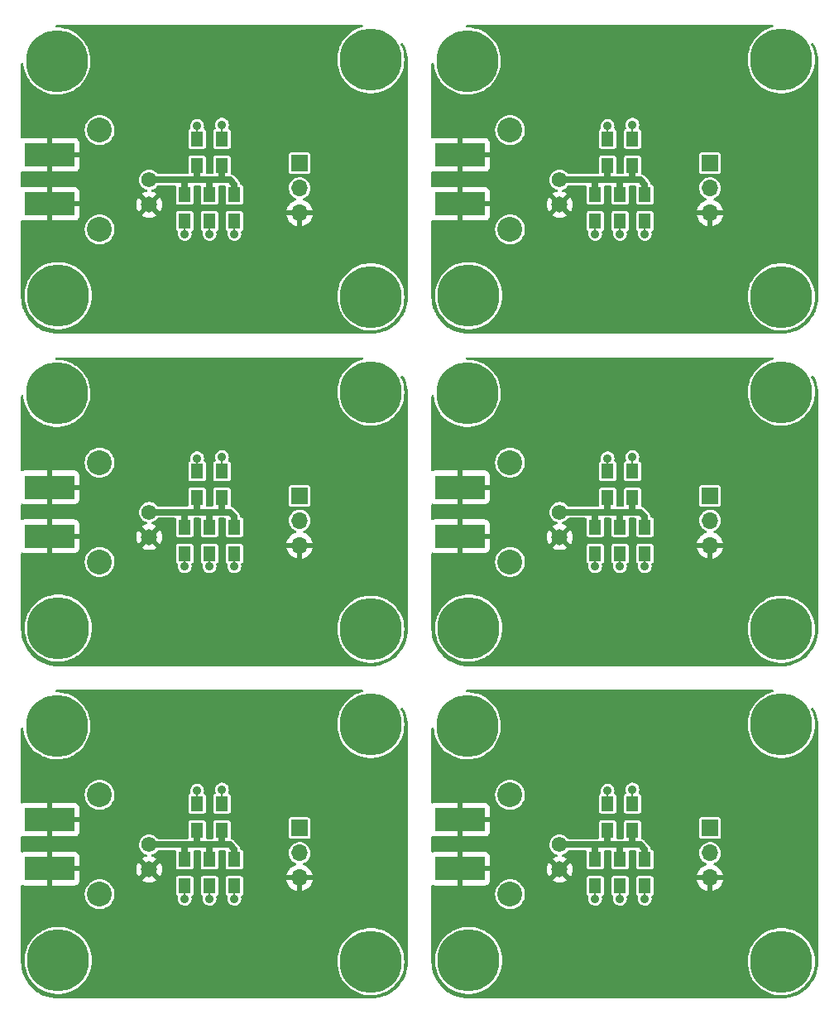
<source format=gbl>
%MOIN*%
%OFA0B0*%
%FSLAX46Y46*%
%IPPOS*%
%LPD*%
%ADD10C,0.1*%
%ADD11C,0.062*%
%ADD12C,0.065*%
%ADD13R,0.2X0.095*%
%ADD14C,0.25*%
%ADD15R,0.066929133858267723X0.066929133858267723*%
%ADD16O,0.066929133858267723X0.066929133858267723*%
%ADD17R,0.051181102362204731X0.059055118110236227*%
%ADD18C,0.035*%
%ADD19C,0.025*%
%ADD20C,0.008*%
%ADD31C,0.1*%
%ADD32C,0.062*%
%ADD33C,0.065*%
%ADD34R,0.2X0.095*%
%ADD35C,0.25*%
%ADD36R,0.066929133858267723X0.066929133858267723*%
%ADD37O,0.066929133858267723X0.066929133858267723*%
%ADD38R,0.051181102362204731X0.059055118110236227*%
%ADD39C,0.035*%
%ADD40C,0.025*%
%ADD41C,0.008*%
%ADD42C,0.1*%
%ADD43C,0.062*%
%ADD44C,0.065*%
%ADD45R,0.2X0.095*%
%ADD46C,0.25*%
%ADD47R,0.066929133858267723X0.066929133858267723*%
%ADD48O,0.066929133858267723X0.066929133858267723*%
%ADD49R,0.051181102362204731X0.059055118110236227*%
%ADD50C,0.035*%
%ADD51C,0.025*%
%ADD52C,0.008*%
%ADD53C,0.1*%
%ADD54C,0.062*%
%ADD55C,0.065*%
%ADD56R,0.2X0.095*%
%ADD57C,0.25*%
%ADD58R,0.066929133858267723X0.066929133858267723*%
%ADD59O,0.066929133858267723X0.066929133858267723*%
%ADD60R,0.051181102362204731X0.059055118110236227*%
%ADD61C,0.035*%
%ADD62C,0.025*%
%ADD63C,0.008*%
%ADD64C,0.1*%
%ADD65C,0.062*%
%ADD66C,0.065*%
%ADD67R,0.2X0.095*%
%ADD68C,0.25*%
%ADD69R,0.066929133858267723X0.066929133858267723*%
%ADD70O,0.066929133858267723X0.066929133858267723*%
%ADD71R,0.051181102362204731X0.059055118110236227*%
%ADD72C,0.035*%
%ADD73C,0.025*%
%ADD74C,0.008*%
%ADD75C,0.1*%
%ADD76C,0.062*%
%ADD77C,0.065*%
%ADD78R,0.2X0.095*%
%ADD79C,0.25*%
%ADD80R,0.066929133858267723X0.066929133858267723*%
%ADD81O,0.066929133858267723X0.066929133858267723*%
%ADD82R,0.051181102362204731X0.059055118110236227*%
%ADD83C,0.035*%
%ADD84C,0.025*%
%ADD85C,0.008*%
G01*
D10*
X-0004576692Y0004738464D02*
X0000324606Y0000428188D03*
X0000324606Y0000828188D03*
D11*
X0000524606Y0000628188D03*
D12*
X0000524606Y0000528188D03*
D13*
X0000122795Y0000531496D03*
X0000122795Y0000728346D03*
D14*
X0000152559Y0001106574D03*
X0001417322Y0000156692D03*
D15*
X0001130551Y0000694330D03*
D16*
X0001130551Y0000594330D03*
X0001130551Y0000494330D03*
D14*
X0001417322Y0001111574D03*
X0000157559Y0000161692D03*
D17*
X0000817795Y0000793070D03*
X0000817795Y0000686771D03*
X0000717795Y0000793070D03*
X0000717795Y0000686771D03*
X0000667795Y0000461771D03*
X0000667795Y0000568070D03*
X0000767795Y0000461771D03*
X0000767795Y0000568070D03*
X0000867795Y0000461771D03*
X0000867795Y0000568070D03*
D18*
X0001004645Y0000229921D03*
X0000262795Y0000529921D03*
X0000972795Y0000279921D03*
X0000264795Y0000725921D03*
X0000622795Y0000739921D03*
X0000717795Y0000844921D03*
X0000817795Y0000849921D03*
X0000667795Y0000409921D03*
X0000767795Y0000409921D03*
X0000867795Y0000409921D03*
D19*
X0000667795Y0000624921D02*
X0000671062Y0000628188D01*
X0000767795Y0000568070D02*
X0000767795Y0000621456D01*
X0000774527Y0000628188D02*
X0000819527Y0000628188D01*
X0000817795Y0000629921D02*
X0000819527Y0000628188D01*
X0000817795Y0000686771D02*
X0000817795Y0000629921D01*
X0000849527Y0000628188D02*
X0000867795Y0000609921D01*
X0000524606Y0000628188D02*
X0000671062Y0000628188D01*
X0000867795Y0000609921D02*
X0000867795Y0000568070D01*
X0000819527Y0000628188D02*
X0000849527Y0000628188D01*
X0000717795Y0000686771D02*
X0000717795Y0000634921D01*
X0000724527Y0000628188D02*
X0000774527Y0000628188D01*
X0000717795Y0000634921D02*
X0000724527Y0000628188D01*
X0000671062Y0000628188D02*
X0000724527Y0000628188D01*
X0000667795Y0000568070D02*
X0000667795Y0000624921D01*
X0000767795Y0000621456D02*
X0000774527Y0000628188D01*
D20*
X0000717795Y0000844921D02*
X0000717795Y0000793070D01*
X0000817795Y0000793070D02*
X0000817795Y0000849921D01*
X0000667795Y0000409921D02*
X0000667795Y0000461771D01*
X0000767795Y0000409921D02*
X0000767795Y0000461771D01*
X0000867795Y0000414921D02*
X0000867795Y0000461771D01*
G36*
X0001383486Y0001251055D02*
G01*
X0001385316Y0001248942D01*
X0001385714Y0001246175D01*
X0001384553Y0001243633D01*
X0001382201Y0001242122D01*
X0001381861Y0001242035D01*
X0001381414Y0001241937D01*
X0001367545Y0001237297D01*
X0001367423Y0001237241D01*
X0001367423Y0001237241D01*
X0001361593Y0001234559D01*
X0001354258Y0001231186D01*
X0001341709Y0001223675D01*
X0001330045Y0001214853D01*
X0001319401Y0001204823D01*
X0001309903Y0001193702D01*
X0001301662Y0001181621D01*
X0001299475Y0001177525D01*
X0001297077Y0001173035D01*
X0001294773Y0001168720D01*
X0001294723Y0001168595D01*
X0001294723Y0001168595D01*
X0001291001Y0001159336D01*
X0001289318Y0001155150D01*
X0001285361Y0001141071D01*
X0001285339Y0001140939D01*
X0001285339Y0001140939D01*
X0001284447Y0001135610D01*
X0001282947Y0001126647D01*
X0001282105Y0001112046D01*
X0001282845Y0001097440D01*
X0001282866Y0001097308D01*
X0001282866Y0001097308D01*
X0001283871Y0001091033D01*
X0001285158Y0001082999D01*
X0001289017Y0001068893D01*
X0001294377Y0001055286D01*
X0001294440Y0001055167D01*
X0001297611Y0001049126D01*
X0001301175Y0001042337D01*
X0001301250Y0001042225D01*
X0001301251Y0001042225D01*
X0001304610Y0001037225D01*
X0001309332Y0001030198D01*
X0001318753Y0001019011D01*
X0001318850Y0001018919D01*
X0001318850Y0001018919D01*
X0001329229Y0001009000D01*
X0001329229Y0001009000D01*
X0001329326Y0001008907D01*
X0001340929Y0001000004D01*
X0001341044Y0000999934D01*
X0001353310Y0000992476D01*
X0001353310Y0000992476D01*
X0001353425Y0000992406D01*
X0001353547Y0000992349D01*
X0001353547Y0000992349D01*
X0001366547Y0000986259D01*
X0001366548Y0000986259D01*
X0001366669Y0000986202D01*
X0001366795Y0000986159D01*
X0001366796Y0000986159D01*
X0001380378Y0000981509D01*
X0001380379Y0000981508D01*
X0001380505Y0000981465D01*
X0001394772Y0000978250D01*
X0001396780Y0000978021D01*
X0001409170Y0000976609D01*
X0001409170Y0000976609D01*
X0001409303Y0000976594D01*
X0001409437Y0000976594D01*
X0001409437Y0000976594D01*
X0001417392Y0000976552D01*
X0001423928Y0000976518D01*
X0001424061Y0000976531D01*
X0001424061Y0000976531D01*
X0001438342Y0000978007D01*
X0001438342Y0000978007D01*
X0001438475Y0000978021D01*
X0001438606Y0000978049D01*
X0001438606Y0000978049D01*
X0001445652Y0000979560D01*
X0001452775Y0000981087D01*
X0001466660Y0000985679D01*
X0001466782Y0000985734D01*
X0001466782Y0000985734D01*
X0001479846Y0000991688D01*
X0001479846Y0000991688D01*
X0001479968Y0000991744D01*
X0001485598Y0000995086D01*
X0001492428Y0000999141D01*
X0001492428Y0000999142D01*
X0001492543Y0000999210D01*
X0001504239Y0001007991D01*
X0001514917Y0001017984D01*
X0001524454Y0001029072D01*
X0001530058Y0001037225D01*
X0001532662Y0001041014D01*
X0001532662Y0001041014D01*
X0001532738Y0001041124D01*
X0001532801Y0001041242D01*
X0001532801Y0001041243D01*
X0001539607Y0001053883D01*
X0001539671Y0001054001D01*
X0001545173Y0001067552D01*
X0001549180Y0001081617D01*
X0001550790Y0001091033D01*
X0001551622Y0001095901D01*
X0001551622Y0001095901D01*
X0001551644Y0001096033D01*
X0001551730Y0001097440D01*
X0001552533Y0001110560D01*
X0001552537Y0001110630D01*
X0001552540Y0001111574D01*
X0001551749Y0001126178D01*
X0001549386Y0001140610D01*
X0001545478Y0001154703D01*
X0001545428Y0001154828D01*
X0001545428Y0001154828D01*
X0001540120Y0001168167D01*
X0001540070Y0001168292D01*
X0001538244Y0001171741D01*
X0001537685Y0001174480D01*
X0001538695Y0001177086D01*
X0001540954Y0001178732D01*
X0001543744Y0001178896D01*
X0001546180Y0001177525D01*
X0001546883Y0001176613D01*
X0001549027Y0001173035D01*
X0001549256Y0001172606D01*
X0001555320Y0001159786D01*
X0001555506Y0001159336D01*
X0001560284Y0001145983D01*
X0001560425Y0001145517D01*
X0001563871Y0001131760D01*
X0001563966Y0001131283D01*
X0001565485Y0001121044D01*
X0001566047Y0001117254D01*
X0001566095Y0001116770D01*
X0001566732Y0001103797D01*
X0001566704Y0001103479D01*
X0001566723Y0001103479D01*
X0001566722Y0001102920D01*
X0001566597Y0001102376D01*
X0001566720Y0001101831D01*
X0001566720Y0001101653D01*
X0001566803Y0001100912D01*
X0001566803Y0000158952D01*
X0001566722Y0000158245D01*
X0001566722Y0000158039D01*
X0001566597Y0000157494D01*
X0001566720Y0000156949D01*
X0001566719Y0000156391D01*
X0001566705Y0000156391D01*
X0001566733Y0000156067D01*
X0001566095Y0000143072D01*
X0001566047Y0000142587D01*
X0001563966Y0000128559D01*
X0001563871Y0000128081D01*
X0001560425Y0000114324D01*
X0001560284Y0000113859D01*
X0001555506Y0000100506D01*
X0001555320Y0000100056D01*
X0001549256Y0000087236D01*
X0001549027Y0000086806D01*
X0001545401Y0000080756D01*
X0001541736Y0000074642D01*
X0001541465Y0000074237D01*
X0001533017Y0000062846D01*
X0001532709Y0000062470D01*
X0001523185Y0000051962D01*
X0001522840Y0000051618D01*
X0001512332Y0000042094D01*
X0001511956Y0000041785D01*
X0001500565Y0000033337D01*
X0001500160Y0000033066D01*
X0001497175Y0000031277D01*
X0001488713Y0000026205D01*
X0001487996Y0000025775D01*
X0001487567Y0000025546D01*
X0001483025Y0000023398D01*
X0001474746Y0000019482D01*
X0001474296Y0000019296D01*
X0001460944Y0000014518D01*
X0001460478Y0000014377D01*
X0001450768Y0000011945D01*
X0001446721Y0000010931D01*
X0001446243Y0000010836D01*
X0001432215Y0000008755D01*
X0001431731Y0000008707D01*
X0001423252Y0000008291D01*
X0001418757Y0000008070D01*
X0001418440Y0000008098D01*
X0001418440Y0000008079D01*
X0001417881Y0000008080D01*
X0001417337Y0000008205D01*
X0001416792Y0000008082D01*
X0001416614Y0000008082D01*
X0001415873Y0000007999D01*
X0000158952Y0000007999D01*
X0000158245Y0000008080D01*
X0000158039Y0000008080D01*
X0000157494Y0000008205D01*
X0000156949Y0000008082D01*
X0000156391Y0000008083D01*
X0000156391Y0000008097D01*
X0000156067Y0000008069D01*
X0000151814Y0000008278D01*
X0000143071Y0000008707D01*
X0000142587Y0000008755D01*
X0000128559Y0000010836D01*
X0000128081Y0000010931D01*
X0000114602Y0000014307D01*
X0000114239Y0000014413D01*
X0000113020Y0000014819D01*
X0000112919Y0000014854D01*
X0000100506Y0000019296D01*
X0000100056Y0000019482D01*
X0000091777Y0000023398D01*
X0000087235Y0000025546D01*
X0000086806Y0000025775D01*
X0000086090Y0000026205D01*
X0000077627Y0000031277D01*
X0000074642Y0000033066D01*
X0000074237Y0000033337D01*
X0000062846Y0000041785D01*
X0000062470Y0000042094D01*
X0000051962Y0000051618D01*
X0000051618Y0000051962D01*
X0000042094Y0000062470D01*
X0000041785Y0000062846D01*
X0000033337Y0000074237D01*
X0000033066Y0000074642D01*
X0000029401Y0000080756D01*
X0000025775Y0000086806D01*
X0000025546Y0000087236D01*
X0000019482Y0000100056D01*
X0000019296Y0000100506D01*
X0000014854Y0000112919D01*
X0000014819Y0000113022D01*
X0000014540Y0000113859D01*
X0000014413Y0000114239D01*
X0000014307Y0000114602D01*
X0000010931Y0000128081D01*
X0000010836Y0000128559D01*
X0000008755Y0000142587D01*
X0000008707Y0000143072D01*
X0000008562Y0000146019D01*
X0000008071Y0000156034D01*
X0000008148Y0000156894D01*
X0000008110Y0000156898D01*
X0000008142Y0000157177D01*
X0000008205Y0000157451D01*
X0000008205Y0000157480D01*
X0000008124Y0000157837D01*
X0000007999Y0000158940D01*
X0000007999Y0000162164D01*
X0000022341Y0000162164D01*
X0000022348Y0000162031D01*
X0000022348Y0000162031D01*
X0000022578Y0000157494D01*
X0000023081Y0000147558D01*
X0000023102Y0000147426D01*
X0000023102Y0000147426D01*
X0000024108Y0000141151D01*
X0000025394Y0000133117D01*
X0000029253Y0000119011D01*
X0000034613Y0000105404D01*
X0000034676Y0000105285D01*
X0000037847Y0000099244D01*
X0000041412Y0000092455D01*
X0000041487Y0000092344D01*
X0000041487Y0000092343D01*
X0000045507Y0000086361D01*
X0000049569Y0000080316D01*
X0000058989Y0000069129D01*
X0000059086Y0000069037D01*
X0000059086Y0000069037D01*
X0000069465Y0000059118D01*
X0000069465Y0000059118D01*
X0000069562Y0000059025D01*
X0000081165Y0000050122D01*
X0000081280Y0000050052D01*
X0000093546Y0000042594D01*
X0000093547Y0000042594D01*
X0000093661Y0000042524D01*
X0000093783Y0000042467D01*
X0000093783Y0000042467D01*
X0000106784Y0000036377D01*
X0000106784Y0000036377D01*
X0000106905Y0000036320D01*
X0000107032Y0000036277D01*
X0000107032Y0000036277D01*
X0000120614Y0000031627D01*
X0000120615Y0000031627D01*
X0000120741Y0000031583D01*
X0000135008Y0000028368D01*
X0000137017Y0000028139D01*
X0000149406Y0000026728D01*
X0000149406Y0000026728D01*
X0000149539Y0000026712D01*
X0000149673Y0000026712D01*
X0000149673Y0000026712D01*
X0000157628Y0000026670D01*
X0000164164Y0000026636D01*
X0000164297Y0000026650D01*
X0000164297Y0000026650D01*
X0000178578Y0000028125D01*
X0000178578Y0000028125D01*
X0000178711Y0000028139D01*
X0000178842Y0000028167D01*
X0000178843Y0000028167D01*
X0000185888Y0000029678D01*
X0000193011Y0000031205D01*
X0000206896Y0000035797D01*
X0000207018Y0000035852D01*
X0000207018Y0000035852D01*
X0000220082Y0000041806D01*
X0000220082Y0000041806D01*
X0000220204Y0000041862D01*
X0000226968Y0000045877D01*
X0000232664Y0000049260D01*
X0000232664Y0000049260D01*
X0000232780Y0000049328D01*
X0000236287Y0000051962D01*
X0000244367Y0000058029D01*
X0000244475Y0000058109D01*
X0000255153Y0000068102D01*
X0000264690Y0000079190D01*
X0000270294Y0000087343D01*
X0000272898Y0000091132D01*
X0000272898Y0000091132D01*
X0000272974Y0000091242D01*
X0000273037Y0000091360D01*
X0000273038Y0000091361D01*
X0000279844Y0000104001D01*
X0000279907Y0000104119D01*
X0000285410Y0000117670D01*
X0000289416Y0000131735D01*
X0000291026Y0000141151D01*
X0000291858Y0000146019D01*
X0000291858Y0000146019D01*
X0000291880Y0000146151D01*
X0000291967Y0000147558D01*
X0000292554Y0000157164D01*
X0001282105Y0000157164D01*
X0001282112Y0000157031D01*
X0001282112Y0000157031D01*
X0001282663Y0000146151D01*
X0001282845Y0000142558D01*
X0001282866Y0000142426D01*
X0001282866Y0000142426D01*
X0001283071Y0000141151D01*
X0001285158Y0000128117D01*
X0001289017Y0000114011D01*
X0001294377Y0000100404D01*
X0001294440Y0000100285D01*
X0001298550Y0000092455D01*
X0001301175Y0000087455D01*
X0001301250Y0000087344D01*
X0001301251Y0000087343D01*
X0001306655Y0000079301D01*
X0001309332Y0000075316D01*
X0001318753Y0000064129D01*
X0001318850Y0000064037D01*
X0001318850Y0000064037D01*
X0001329229Y0000054118D01*
X0001329229Y0000054118D01*
X0001329326Y0000054025D01*
X0001340929Y0000045122D01*
X0001341044Y0000045052D01*
X0001353310Y0000037594D01*
X0001353310Y0000037594D01*
X0001353425Y0000037524D01*
X0001353547Y0000037467D01*
X0001353547Y0000037467D01*
X0001366547Y0000031377D01*
X0001366548Y0000031377D01*
X0001366669Y0000031320D01*
X0001366795Y0000031277D01*
X0001366796Y0000031277D01*
X0001380378Y0000026627D01*
X0001380379Y0000026627D01*
X0001380505Y0000026583D01*
X0001394772Y0000023368D01*
X0001396780Y0000023139D01*
X0001409170Y0000021728D01*
X0001409170Y0000021728D01*
X0001409303Y0000021712D01*
X0001409437Y0000021712D01*
X0001409437Y0000021712D01*
X0001417392Y0000021670D01*
X0001423928Y0000021636D01*
X0001424061Y0000021650D01*
X0001424061Y0000021650D01*
X0001438342Y0000023125D01*
X0001438342Y0000023125D01*
X0001438475Y0000023139D01*
X0001438606Y0000023167D01*
X0001438606Y0000023167D01*
X0001445652Y0000024678D01*
X0001452775Y0000026205D01*
X0001466660Y0000030797D01*
X0001466782Y0000030852D01*
X0001466782Y0000030852D01*
X0001479846Y0000036806D01*
X0001479846Y0000036806D01*
X0001479968Y0000036862D01*
X0001488780Y0000042094D01*
X0001492428Y0000044260D01*
X0001492428Y0000044260D01*
X0001492543Y0000044328D01*
X0001504239Y0000053109D01*
X0001514917Y0000063102D01*
X0001524454Y0000074190D01*
X0001528803Y0000080517D01*
X0001532662Y0000086132D01*
X0001532662Y0000086132D01*
X0001532738Y0000086243D01*
X0001532801Y0000086360D01*
X0001532801Y0000086361D01*
X0001539607Y0000099001D01*
X0001539671Y0000099119D01*
X0001545173Y0000112670D01*
X0001545274Y0000113022D01*
X0001549143Y0000126606D01*
X0001549180Y0000126735D01*
X0001549451Y0000128318D01*
X0001551622Y0000141019D01*
X0001551622Y0000141019D01*
X0001551644Y0000141151D01*
X0001551730Y0000142558D01*
X0001552533Y0000155678D01*
X0001552537Y0000155748D01*
X0001552540Y0000156692D01*
X0001551749Y0000171296D01*
X0001549386Y0000185728D01*
X0001545478Y0000199821D01*
X0001545428Y0000199946D01*
X0001545428Y0000199946D01*
X0001540120Y0000213285D01*
X0001540070Y0000213410D01*
X0001533227Y0000226335D01*
X0001525027Y0000238445D01*
X0001515568Y0000249599D01*
X0001504960Y0000259666D01*
X0001493326Y0000268529D01*
X0001493211Y0000268598D01*
X0001493211Y0000268598D01*
X0001480918Y0000276014D01*
X0001480918Y0000276014D01*
X0001480803Y0000276083D01*
X0001469705Y0000281234D01*
X0001467660Y0000282184D01*
X0001467660Y0000282184D01*
X0001467538Y0000282240D01*
X0001460612Y0000284585D01*
X0001453812Y0000286886D01*
X0001453812Y0000286886D01*
X0001453685Y0000286929D01*
X0001453554Y0000286958D01*
X0001453554Y0000286958D01*
X0001439538Y0000290066D01*
X0001439538Y0000290066D01*
X0001439407Y0000290095D01*
X0001433455Y0000290752D01*
X0001425004Y0000291685D01*
X0001425003Y0000291685D01*
X0001424870Y0000291700D01*
X0001424737Y0000291700D01*
X0001424737Y0000291700D01*
X0001417820Y0000291712D01*
X0001410246Y0000291725D01*
X0001404806Y0000291144D01*
X0001395837Y0000290185D01*
X0001395836Y0000290185D01*
X0001395703Y0000290171D01*
X0001381414Y0000287055D01*
X0001367545Y0000282415D01*
X0001354258Y0000276304D01*
X0001341709Y0000268793D01*
X0001330045Y0000259971D01*
X0001319401Y0000249941D01*
X0001309903Y0000238821D01*
X0001301662Y0000226739D01*
X0001294773Y0000213838D01*
X0001294723Y0000213713D01*
X0001294723Y0000213713D01*
X0001291328Y0000205268D01*
X0001289318Y0000200268D01*
X0001285361Y0000186189D01*
X0001285339Y0000186057D01*
X0001285339Y0000186057D01*
X0001283727Y0000176428D01*
X0001282947Y0000171765D01*
X0001282105Y0000157164D01*
X0000292554Y0000157164D01*
X0000292769Y0000160678D01*
X0000292773Y0000160748D01*
X0000292777Y0000161692D01*
X0000291986Y0000176296D01*
X0000289622Y0000190728D01*
X0000285714Y0000204821D01*
X0000285664Y0000204946D01*
X0000285664Y0000204946D01*
X0000280356Y0000218285D01*
X0000280306Y0000218410D01*
X0000275959Y0000226621D01*
X0000273526Y0000231216D01*
X0000273526Y0000231216D01*
X0000273463Y0000231335D01*
X0000265264Y0000243445D01*
X0000255805Y0000254599D01*
X0000245196Y0000264666D01*
X0000233562Y0000273529D01*
X0000233448Y0000273598D01*
X0000233447Y0000273598D01*
X0000221154Y0000281014D01*
X0000221154Y0000281014D01*
X0000221040Y0000281083D01*
X0000208537Y0000286886D01*
X0000207896Y0000287184D01*
X0000207896Y0000287184D01*
X0000207774Y0000287240D01*
X0000199074Y0000290185D01*
X0000194048Y0000291886D01*
X0000194048Y0000291886D01*
X0000193921Y0000291929D01*
X0000193791Y0000291958D01*
X0000193790Y0000291958D01*
X0000179774Y0000295066D01*
X0000179774Y0000295066D01*
X0000179643Y0000295095D01*
X0000173691Y0000295752D01*
X0000165240Y0000296685D01*
X0000165240Y0000296685D01*
X0000165107Y0000296700D01*
X0000164973Y0000296700D01*
X0000164973Y0000296700D01*
X0000158056Y0000296712D01*
X0000150482Y0000296725D01*
X0000145042Y0000296144D01*
X0000136073Y0000295185D01*
X0000136073Y0000295185D01*
X0000135940Y0000295171D01*
X0000121651Y0000292055D01*
X0000107781Y0000287415D01*
X0000107660Y0000287359D01*
X0000107660Y0000287359D01*
X0000100214Y0000283934D01*
X0000094495Y0000281304D01*
X0000081946Y0000273793D01*
X0000070281Y0000264971D01*
X0000059637Y0000254941D01*
X0000050139Y0000243821D01*
X0000041898Y0000231739D01*
X0000035009Y0000218838D01*
X0000034959Y0000218713D01*
X0000034959Y0000218713D01*
X0000032875Y0000213529D01*
X0000029554Y0000205268D01*
X0000025597Y0000191189D01*
X0000025575Y0000191057D01*
X0000025575Y0000191057D01*
X0000024683Y0000185728D01*
X0000023183Y0000176765D01*
X0000022341Y0000162164D01*
X0000007999Y0000162164D01*
X0000007999Y0000428188D01*
X0000264400Y0000428188D01*
X0000265142Y0000418770D01*
X0000265187Y0000418581D01*
X0000265187Y0000418581D01*
X0000265750Y0000416236D01*
X0000267347Y0000409584D01*
X0000267422Y0000409404D01*
X0000267422Y0000409404D01*
X0000270057Y0000403042D01*
X0000270962Y0000400856D01*
X0000275899Y0000392801D01*
X0000282034Y0000385617D01*
X0000282182Y0000385490D01*
X0000285780Y0000382418D01*
X0000289218Y0000379481D01*
X0000297273Y0000374545D01*
X0000297453Y0000374471D01*
X0000297453Y0000374471D01*
X0000305821Y0000371004D01*
X0000306001Y0000370930D01*
X0000309214Y0000370159D01*
X0000314998Y0000368770D01*
X0000314998Y0000368770D01*
X0000315188Y0000368724D01*
X0000324606Y0000367983D01*
X0000334024Y0000368724D01*
X0000334213Y0000368770D01*
X0000334213Y0000368770D01*
X0000339998Y0000370159D01*
X0000343210Y0000370930D01*
X0000343390Y0000371004D01*
X0000351758Y0000374471D01*
X0000351758Y0000374471D01*
X0000351938Y0000374545D01*
X0000359994Y0000379481D01*
X0000363431Y0000382418D01*
X0000367029Y0000385490D01*
X0000367177Y0000385617D01*
X0000373313Y0000392801D01*
X0000378249Y0000400856D01*
X0000379155Y0000403042D01*
X0000381790Y0000409404D01*
X0000381790Y0000409404D01*
X0000381864Y0000409584D01*
X0000383462Y0000416236D01*
X0000384024Y0000418581D01*
X0000384024Y0000418581D01*
X0000384070Y0000418770D01*
X0000384811Y0000428188D01*
X0000384070Y0000437607D01*
X0000384024Y0000437796D01*
X0000384024Y0000437796D01*
X0000382636Y0000443581D01*
X0000381864Y0000446793D01*
X0000379196Y0000453236D01*
X0000378324Y0000455341D01*
X0000378324Y0000455341D01*
X0000378249Y0000455521D01*
X0000373313Y0000463576D01*
X0000372955Y0000463996D01*
X0000367304Y0000470612D01*
X0000367177Y0000470760D01*
X0000366020Y0000471749D01*
X0000360142Y0000476769D01*
X0000360142Y0000476769D01*
X0000359994Y0000476896D01*
X0000351938Y0000481832D01*
X0000351758Y0000481906D01*
X0000351758Y0000481906D01*
X0000344991Y0000484709D01*
X0000495479Y0000484709D01*
X0000495845Y0000484236D01*
X0000498078Y0000482673D01*
X0000498452Y0000482457D01*
X0000506385Y0000478758D01*
X0000506790Y0000478610D01*
X0000515245Y0000476345D01*
X0000515670Y0000476270D01*
X0000524390Y0000475507D01*
X0000524821Y0000475507D01*
X0000533541Y0000476270D01*
X0000533966Y0000476345D01*
X0000542421Y0000478610D01*
X0000542827Y0000478758D01*
X0000550760Y0000482457D01*
X0000551133Y0000482673D01*
X0000553399Y0000484259D01*
X0000553729Y0000484672D01*
X0000553451Y0000485201D01*
X0000546367Y0000492286D01*
X0000632185Y0000492286D01*
X0000632185Y0000431257D01*
X0000632766Y0000428334D01*
X0000634980Y0000425020D01*
X0000635387Y0000424748D01*
X0000637889Y0000423077D01*
X0000637889Y0000423077D01*
X0000638295Y0000422805D01*
X0000638378Y0000422789D01*
X0000640336Y0000421210D01*
X0000641219Y0000418558D01*
X0000641066Y0000417148D01*
X0000641053Y0000417094D01*
X0000640944Y0000416815D01*
X0000640075Y0000410211D01*
X0000640805Y0000403590D01*
X0000643094Y0000397335D01*
X0000643261Y0000397087D01*
X0000643261Y0000397087D01*
X0000646643Y0000392055D01*
X0000646643Y0000392055D01*
X0000646809Y0000391807D01*
X0000651736Y0000387324D01*
X0000657590Y0000384146D01*
X0000664032Y0000382455D01*
X0000667482Y0000382401D01*
X0000670393Y0000382355D01*
X0000670393Y0000382355D01*
X0000670692Y0000382351D01*
X0000672981Y0000382875D01*
X0000676894Y0000383771D01*
X0000676894Y0000383771D01*
X0000677185Y0000383838D01*
X0000683136Y0000386831D01*
X0000683363Y0000387025D01*
X0000683363Y0000387025D01*
X0000687973Y0000390962D01*
X0000687974Y0000390962D01*
X0000688201Y0000391157D01*
X0000692088Y0000396566D01*
X0000692297Y0000397087D01*
X0000693745Y0000400690D01*
X0000694572Y0000402746D01*
X0000695511Y0000409340D01*
X0000695517Y0000409921D01*
X0000695446Y0000410508D01*
X0000694752Y0000416236D01*
X0000694716Y0000416533D01*
X0000694611Y0000416813D01*
X0000694539Y0000417104D01*
X0000694643Y0000417129D01*
X0000694470Y0000419412D01*
X0000695799Y0000421871D01*
X0000697147Y0000422776D01*
X0000697295Y0000422805D01*
X0000700609Y0000425020D01*
X0000702824Y0000428334D01*
X0000703405Y0000431257D01*
X0000703405Y0000492286D01*
X0000703405Y0000492286D01*
X0000732185Y0000492286D01*
X0000732185Y0000431257D01*
X0000732766Y0000428334D01*
X0000734980Y0000425020D01*
X0000735387Y0000424748D01*
X0000737889Y0000423077D01*
X0000737889Y0000423077D01*
X0000738295Y0000422805D01*
X0000738378Y0000422789D01*
X0000740336Y0000421210D01*
X0000741219Y0000418558D01*
X0000741066Y0000417148D01*
X0000741053Y0000417094D01*
X0000740944Y0000416815D01*
X0000740075Y0000410211D01*
X0000740805Y0000403590D01*
X0000743094Y0000397335D01*
X0000743261Y0000397087D01*
X0000743261Y0000397087D01*
X0000746643Y0000392055D01*
X0000746643Y0000392055D01*
X0000746809Y0000391807D01*
X0000751736Y0000387324D01*
X0000757590Y0000384146D01*
X0000764032Y0000382455D01*
X0000767482Y0000382401D01*
X0000770393Y0000382355D01*
X0000770393Y0000382355D01*
X0000770692Y0000382351D01*
X0000772981Y0000382875D01*
X0000776894Y0000383771D01*
X0000776894Y0000383771D01*
X0000777185Y0000383838D01*
X0000783136Y0000386831D01*
X0000783363Y0000387025D01*
X0000783363Y0000387025D01*
X0000787973Y0000390962D01*
X0000787973Y0000390962D01*
X0000788201Y0000391157D01*
X0000792088Y0000396566D01*
X0000792297Y0000397087D01*
X0000793745Y0000400690D01*
X0000794572Y0000402746D01*
X0000795510Y0000409340D01*
X0000795517Y0000409921D01*
X0000795446Y0000410508D01*
X0000794752Y0000416236D01*
X0000794716Y0000416533D01*
X0000794611Y0000416813D01*
X0000794539Y0000417104D01*
X0000794644Y0000417129D01*
X0000794470Y0000419412D01*
X0000795799Y0000421871D01*
X0000797147Y0000422776D01*
X0000797295Y0000422805D01*
X0000800609Y0000425020D01*
X0000802824Y0000428334D01*
X0000803405Y0000431257D01*
X0000803405Y0000492286D01*
X0000803405Y0000492286D01*
X0000832185Y0000492286D01*
X0000832185Y0000431257D01*
X0000832766Y0000428334D01*
X0000834980Y0000425020D01*
X0000835387Y0000424748D01*
X0000837889Y0000423077D01*
X0000837889Y0000423077D01*
X0000838295Y0000422805D01*
X0000838378Y0000422789D01*
X0000840336Y0000421210D01*
X0000841219Y0000418558D01*
X0000841066Y0000417148D01*
X0000841053Y0000417094D01*
X0000840944Y0000416815D01*
X0000840074Y0000410211D01*
X0000840805Y0000403590D01*
X0000843094Y0000397335D01*
X0000843261Y0000397087D01*
X0000843261Y0000397087D01*
X0000846643Y0000392055D01*
X0000846643Y0000392055D01*
X0000846810Y0000391807D01*
X0000851736Y0000387324D01*
X0000857590Y0000384146D01*
X0000864032Y0000382455D01*
X0000867482Y0000382401D01*
X0000870393Y0000382355D01*
X0000870393Y0000382355D01*
X0000870692Y0000382351D01*
X0000872981Y0000382875D01*
X0000876894Y0000383771D01*
X0000876894Y0000383771D01*
X0000877185Y0000383838D01*
X0000883136Y0000386831D01*
X0000883363Y0000387025D01*
X0000883363Y0000387025D01*
X0000887973Y0000390962D01*
X0000887973Y0000390962D01*
X0000888201Y0000391157D01*
X0000892088Y0000396566D01*
X0000892297Y0000397087D01*
X0000893745Y0000400690D01*
X0000894572Y0000402746D01*
X0000895510Y0000409340D01*
X0000895517Y0000409921D01*
X0000895446Y0000410508D01*
X0000894752Y0000416236D01*
X0000894716Y0000416533D01*
X0000894611Y0000416813D01*
X0000894539Y0000417104D01*
X0000894643Y0000417129D01*
X0000894470Y0000419412D01*
X0000895799Y0000421871D01*
X0000897147Y0000422776D01*
X0000897295Y0000422805D01*
X0000900609Y0000425020D01*
X0000902824Y0000428334D01*
X0000903405Y0000431257D01*
X0000903405Y0000483780D01*
X0001078120Y0000483780D01*
X0001079313Y0000478486D01*
X0001079434Y0000478099D01*
X0001082589Y0000470330D01*
X0001082772Y0000469968D01*
X0001087153Y0000462819D01*
X0001087392Y0000462492D01*
X0001092882Y0000456154D01*
X0001093172Y0000455870D01*
X0001099623Y0000450515D01*
X0001099955Y0000450282D01*
X0001107195Y0000446052D01*
X0001107560Y0000445876D01*
X0001115393Y0000442885D01*
X0001115783Y0000442772D01*
X0001119852Y0000441944D01*
X0001120405Y0000441991D01*
X0001120551Y0000442399D01*
X0001120551Y0000442420D01*
X0001140551Y0000442420D01*
X0001140711Y0000441875D01*
X0001141239Y0000441795D01*
X0001141503Y0000441829D01*
X0001141900Y0000441913D01*
X0001149931Y0000444323D01*
X0001150308Y0000444471D01*
X0001157838Y0000448159D01*
X0001158186Y0000448367D01*
X0001165012Y0000453236D01*
X0001165322Y0000453498D01*
X0001171261Y0000459416D01*
X0001171524Y0000459725D01*
X0001176417Y0000466534D01*
X0001176626Y0000466882D01*
X0001180341Y0000474398D01*
X0001180490Y0000474776D01*
X0001182928Y0000482798D01*
X0001183013Y0000483195D01*
X0001183070Y0000483623D01*
X0001182983Y0000484181D01*
X0001182465Y0000484330D01*
X0001141264Y0000484330D01*
X0001140664Y0000484154D01*
X0001140616Y0000484099D01*
X0001140551Y0000483797D01*
X0001140551Y0000442420D01*
X0001120551Y0000442420D01*
X0001120551Y0000483617D01*
X0001120374Y0000484217D01*
X0001120320Y0000484264D01*
X0001120017Y0000484330D01*
X0001078709Y0000484330D01*
X0001078176Y0000484174D01*
X0001078120Y0000483780D01*
X0000903405Y0000483780D01*
X0000903405Y0000492286D01*
X0000902824Y0000495208D01*
X0000900609Y0000498522D01*
X0000897295Y0000500737D01*
X0000894372Y0000501318D01*
X0000867799Y0000501318D01*
X0000841217Y0000501318D01*
X0000839810Y0000501038D01*
X0000838774Y0000500832D01*
X0000838774Y0000500832D01*
X0000838295Y0000500737D01*
X0000837888Y0000500466D01*
X0000837888Y0000500466D01*
X0000836286Y0000499395D01*
X0000834980Y0000498522D01*
X0000832766Y0000495208D01*
X0000832185Y0000492286D01*
X0000803405Y0000492286D01*
X0000802824Y0000495208D01*
X0000800609Y0000498522D01*
X0000797295Y0000500737D01*
X0000794372Y0000501318D01*
X0000767799Y0000501318D01*
X0000741217Y0000501318D01*
X0000739810Y0000501038D01*
X0000738774Y0000500832D01*
X0000738774Y0000500832D01*
X0000738295Y0000500737D01*
X0000737888Y0000500466D01*
X0000737888Y0000500466D01*
X0000736286Y0000499395D01*
X0000734980Y0000498522D01*
X0000732766Y0000495208D01*
X0000732185Y0000492286D01*
X0000703405Y0000492286D01*
X0000702824Y0000495208D01*
X0000700609Y0000498522D01*
X0000697295Y0000500737D01*
X0000694372Y0000501318D01*
X0000667799Y0000501318D01*
X0000641217Y0000501318D01*
X0000639810Y0000501038D01*
X0000638774Y0000500832D01*
X0000638774Y0000500832D01*
X0000638295Y0000500737D01*
X0000637888Y0000500466D01*
X0000637888Y0000500466D01*
X0000636286Y0000499395D01*
X0000634980Y0000498522D01*
X0000632766Y0000495208D01*
X0000632185Y0000492286D01*
X0000546367Y0000492286D01*
X0000525110Y0000513542D01*
X0000524561Y0000513842D01*
X0000524489Y0000513837D01*
X0000524229Y0000513669D01*
X0000495732Y0000485173D01*
X0000495479Y0000484709D01*
X0000344991Y0000484709D01*
X0000343390Y0000485372D01*
X0000343390Y0000485373D01*
X0000343210Y0000485447D01*
X0000339998Y0000486218D01*
X0000334213Y0000487607D01*
X0000334213Y0000487607D01*
X0000334024Y0000487653D01*
X0000324606Y0000488394D01*
X0000315188Y0000487653D01*
X0000314998Y0000487607D01*
X0000314998Y0000487607D01*
X0000309214Y0000486218D01*
X0000306001Y0000485447D01*
X0000305821Y0000485373D01*
X0000305821Y0000485372D01*
X0000297453Y0000481906D01*
X0000297453Y0000481906D01*
X0000297273Y0000481832D01*
X0000289218Y0000476896D01*
X0000289070Y0000476769D01*
X0000289070Y0000476769D01*
X0000283192Y0000471749D01*
X0000282034Y0000470760D01*
X0000281908Y0000470612D01*
X0000276257Y0000463996D01*
X0000275899Y0000463576D01*
X0000270962Y0000455521D01*
X0000270888Y0000455341D01*
X0000270888Y0000455341D01*
X0000270016Y0000453236D01*
X0000267347Y0000446793D01*
X0000266576Y0000443581D01*
X0000265187Y0000437796D01*
X0000265187Y0000437796D01*
X0000265142Y0000437607D01*
X0000264400Y0000428188D01*
X0000007999Y0000428188D01*
X0000007999Y0000461024D01*
X0000008787Y0000463706D01*
X0000010899Y0000465536D01*
X0000013666Y0000465934D01*
X0000014701Y0000465669D01*
X0000018164Y0000464370D01*
X0000018765Y0000464228D01*
X0000020768Y0000464010D01*
X0000021036Y0000463996D01*
X0000112082Y0000463996D01*
X0000112682Y0000464172D01*
X0000112729Y0000464226D01*
X0000112795Y0000464529D01*
X0000112795Y0000464709D01*
X0000132795Y0000464709D01*
X0000132971Y0000464109D01*
X0000133026Y0000464061D01*
X0000133328Y0000463996D01*
X0000224553Y0000463996D01*
X0000224822Y0000464010D01*
X0000226824Y0000464228D01*
X0000227425Y0000464370D01*
X0000232167Y0000466148D01*
X0000232781Y0000466484D01*
X0000236800Y0000469496D01*
X0000237294Y0000469991D01*
X0000240306Y0000474009D01*
X0000240642Y0000474623D01*
X0000242420Y0000479365D01*
X0000242563Y0000479966D01*
X0000242780Y0000481969D01*
X0000242795Y0000482237D01*
X0000242795Y0000520782D01*
X0000242619Y0000521382D01*
X0000242564Y0000521430D01*
X0000242261Y0000521496D01*
X0000133508Y0000521496D01*
X0000132908Y0000521319D01*
X0000132861Y0000521265D01*
X0000132795Y0000520962D01*
X0000132795Y0000464709D01*
X0000112795Y0000464709D01*
X0000112795Y0000527973D01*
X0000471924Y0000527973D01*
X0000472687Y0000519253D01*
X0000472762Y0000518828D01*
X0000475027Y0000510373D01*
X0000475175Y0000509968D01*
X0000478874Y0000502034D01*
X0000479090Y0000501661D01*
X0000480677Y0000499395D01*
X0000481089Y0000499065D01*
X0000481619Y0000499343D01*
X0000509959Y0000527684D01*
X0000510210Y0000528144D01*
X0000538953Y0000528144D01*
X0000538958Y0000528072D01*
X0000539125Y0000527811D01*
X0000567621Y0000499315D01*
X0000568085Y0000499062D01*
X0000568558Y0000499428D01*
X0000570122Y0000501661D01*
X0000570337Y0000502034D01*
X0000571625Y0000504795D01*
X0001077968Y0000504795D01*
X0001078027Y0000504464D01*
X0001078515Y0000504330D01*
X0001182454Y0000504330D01*
X0001182987Y0000504487D01*
X0001183038Y0000504844D01*
X0001181386Y0000511422D01*
X0001181255Y0000511806D01*
X0001177912Y0000519495D01*
X0001177720Y0000519852D01*
X0001173166Y0000526892D01*
X0001172918Y0000527214D01*
X0001167275Y0000533415D01*
X0001166979Y0000533692D01*
X0001160399Y0000538888D01*
X0001160061Y0000539113D01*
X0001152721Y0000543165D01*
X0001152350Y0000543331D01*
X0001147850Y0000544925D01*
X0001145584Y0000546563D01*
X0001144564Y0000549165D01*
X0001145113Y0000551906D01*
X0001147056Y0000553915D01*
X0001147911Y0000554299D01*
X0001148313Y0000554435D01*
X0001148815Y0000554716D01*
X0001152861Y0000556982D01*
X0001155286Y0000558340D01*
X0001157753Y0000560392D01*
X0001161256Y0000563305D01*
X0001161430Y0000563450D01*
X0001166541Y0000569595D01*
X0001170446Y0000576568D01*
X0001170519Y0000576783D01*
X0001170519Y0000576783D01*
X0001172942Y0000583920D01*
X0001172942Y0000583920D01*
X0001173015Y0000584135D01*
X0001173047Y0000584360D01*
X0001173047Y0000584360D01*
X0001173830Y0000589760D01*
X0001174161Y0000592045D01*
X0001174221Y0000594330D01*
X0001173724Y0000599746D01*
X0001173511Y0000602062D01*
X0001173511Y0000602062D01*
X0001173490Y0000602289D01*
X0001173355Y0000602769D01*
X0001171382Y0000609761D01*
X0001171382Y0000609762D01*
X0001171321Y0000609980D01*
X0001170904Y0000610825D01*
X0001167887Y0000616944D01*
X0001167786Y0000617148D01*
X0001163004Y0000623552D01*
X0001157136Y0000628976D01*
X0001156943Y0000629098D01*
X0001156943Y0000629098D01*
X0001150569Y0000633120D01*
X0001150377Y0000633241D01*
X0001142954Y0000636202D01*
X0001142731Y0000636247D01*
X0001142731Y0000636247D01*
X0001135339Y0000637717D01*
X0001135338Y0000637717D01*
X0001135115Y0000637762D01*
X0001134888Y0000637765D01*
X0001134888Y0000637765D01*
X0001130897Y0000637817D01*
X0001127124Y0000637866D01*
X0001126900Y0000637828D01*
X0001126900Y0000637828D01*
X0001120676Y0000636758D01*
X0001119248Y0000636513D01*
X0001111750Y0000633747D01*
X0001104882Y0000629660D01*
X0001104711Y0000629511D01*
X0001104711Y0000629510D01*
X0001100393Y0000625724D01*
X0001098873Y0000624391D01*
X0001093925Y0000618115D01*
X0001093820Y0000617914D01*
X0001093820Y0000617914D01*
X0001093309Y0000616944D01*
X0001090204Y0000611042D01*
X0001087834Y0000603410D01*
X0001086895Y0000595473D01*
X0001087418Y0000587499D01*
X0001087474Y0000587278D01*
X0001087474Y0000587278D01*
X0001088828Y0000581946D01*
X0001089385Y0000579753D01*
X0001089480Y0000579546D01*
X0001090945Y0000576369D01*
X0001092731Y0000572495D01*
X0001097343Y0000565968D01*
X0001103068Y0000560392D01*
X0001109713Y0000555952D01*
X0001109922Y0000555862D01*
X0001109922Y0000555862D01*
X0001112589Y0000554716D01*
X0001113458Y0000554343D01*
X0001113738Y0000554222D01*
X0001115891Y0000552440D01*
X0001116739Y0000549777D01*
X0001116012Y0000547078D01*
X0001113942Y0000545200D01*
X0001113321Y0000544950D01*
X0001109955Y0000543849D01*
X0001109581Y0000543692D01*
X0001102144Y0000539821D01*
X0001101800Y0000539604D01*
X0001095095Y0000534570D01*
X0001094792Y0000534301D01*
X0001088999Y0000528239D01*
X0001088744Y0000527924D01*
X0001084019Y0000520998D01*
X0001083818Y0000520644D01*
X0001080288Y0000513040D01*
X0001080148Y0000512658D01*
X0001077968Y0000504795D01*
X0000571625Y0000504795D01*
X0000574037Y0000509968D01*
X0000574184Y0000510373D01*
X0000576450Y0000518828D01*
X0000576525Y0000519253D01*
X0000577287Y0000527973D01*
X0000577287Y0000528404D01*
X0000576525Y0000537124D01*
X0000576450Y0000537549D01*
X0000574184Y0000546004D01*
X0000574037Y0000546409D01*
X0000570337Y0000554343D01*
X0000570122Y0000554716D01*
X0000568535Y0000556982D01*
X0000568122Y0000557312D01*
X0000567593Y0000557034D01*
X0000539252Y0000528693D01*
X0000538953Y0000528144D01*
X0000510210Y0000528144D01*
X0000510259Y0000528233D01*
X0000510254Y0000528305D01*
X0000510086Y0000528566D01*
X0000481590Y0000557062D01*
X0000481127Y0000557315D01*
X0000480654Y0000556949D01*
X0000479090Y0000554716D01*
X0000478874Y0000554343D01*
X0000475175Y0000546409D01*
X0000475027Y0000546004D01*
X0000472762Y0000537549D01*
X0000472687Y0000537124D01*
X0000471924Y0000528404D01*
X0000471924Y0000527973D01*
X0000112795Y0000527973D01*
X0000112795Y0000542209D01*
X0000132795Y0000542209D01*
X0000132971Y0000541609D01*
X0000133026Y0000541561D01*
X0000133328Y0000541496D01*
X0000242082Y0000541496D01*
X0000242681Y0000541672D01*
X0000242729Y0000541726D01*
X0000242795Y0000542029D01*
X0000242795Y0000580754D01*
X0000242780Y0000581023D01*
X0000242563Y0000583025D01*
X0000242420Y0000583626D01*
X0000240642Y0000588368D01*
X0000240306Y0000588982D01*
X0000237294Y0000593000D01*
X0000236800Y0000593495D01*
X0000232781Y0000596507D01*
X0000232167Y0000596843D01*
X0000227425Y0000598621D01*
X0000226824Y0000598763D01*
X0000224822Y0000598981D01*
X0000224553Y0000598996D01*
X0000133508Y0000598996D01*
X0000132908Y0000598819D01*
X0000132861Y0000598765D01*
X0000132795Y0000598462D01*
X0000132795Y0000542209D01*
X0000112795Y0000542209D01*
X0000112795Y0000598282D01*
X0000112619Y0000598882D01*
X0000112564Y0000598930D01*
X0000112261Y0000598996D01*
X0000021036Y0000598996D01*
X0000020768Y0000598981D01*
X0000018765Y0000598763D01*
X0000018165Y0000598621D01*
X0000014701Y0000597322D01*
X0000011914Y0000597118D01*
X0000009458Y0000598454D01*
X0000008115Y0000600905D01*
X0000007999Y0000601967D01*
X0000007999Y0000628764D01*
X0000483392Y0000628764D01*
X0000483412Y0000628522D01*
X0000484020Y0000621278D01*
X0000484065Y0000620748D01*
X0000486282Y0000613015D01*
X0000486393Y0000612799D01*
X0000486393Y0000612799D01*
X0000488631Y0000608445D01*
X0000489959Y0000605860D01*
X0000490110Y0000605670D01*
X0000490110Y0000605670D01*
X0000493045Y0000601967D01*
X0000494956Y0000599556D01*
X0000495141Y0000599399D01*
X0000497820Y0000597118D01*
X0000501082Y0000594342D01*
X0000508104Y0000590418D01*
X0000509792Y0000589869D01*
X0000512922Y0000588852D01*
X0000515229Y0000587275D01*
X0000516317Y0000584700D01*
X0000515840Y0000581946D01*
X0000513950Y0000579887D01*
X0000512672Y0000579343D01*
X0000506790Y0000577767D01*
X0000506385Y0000577619D01*
X0000498452Y0000573920D01*
X0000498078Y0000573704D01*
X0000495812Y0000572118D01*
X0000495482Y0000571705D01*
X0000495761Y0000571176D01*
X0000524101Y0000542835D01*
X0000524650Y0000542535D01*
X0000524722Y0000542540D01*
X0000524983Y0000542708D01*
X0000553479Y0000571204D01*
X0000553732Y0000571668D01*
X0000553366Y0000572141D01*
X0000551133Y0000573704D01*
X0000550760Y0000573920D01*
X0000542827Y0000577619D01*
X0000542421Y0000577767D01*
X0000536533Y0000579345D01*
X0000534146Y0000580799D01*
X0000532925Y0000583314D01*
X0000533256Y0000586089D01*
X0000535036Y0000588244D01*
X0000536482Y0000588914D01*
X0000539511Y0000589760D01*
X0000539728Y0000589869D01*
X0000539728Y0000589869D01*
X0000546475Y0000593277D01*
X0000546475Y0000593277D01*
X0000546692Y0000593387D01*
X0000553031Y0000598339D01*
X0000553189Y0000598523D01*
X0000553189Y0000598523D01*
X0000557873Y0000603950D01*
X0000560222Y0000605465D01*
X0000561628Y0000605669D01*
X0000627549Y0000605669D01*
X0000630231Y0000604881D01*
X0000632061Y0000602769D01*
X0000632414Y0000599740D01*
X0000632232Y0000598824D01*
X0000632232Y0000598823D01*
X0000632185Y0000598585D01*
X0000632185Y0000537556D01*
X0000632766Y0000534633D01*
X0000634980Y0000531319D01*
X0000638295Y0000529104D01*
X0000641217Y0000528523D01*
X0000667790Y0000528523D01*
X0000694372Y0000528523D01*
X0000695780Y0000528803D01*
X0000696815Y0000529009D01*
X0000696816Y0000529009D01*
X0000697295Y0000529104D01*
X0000697701Y0000529376D01*
X0000697701Y0000529376D01*
X0000700203Y0000531048D01*
X0000700609Y0000531319D01*
X0000702824Y0000534633D01*
X0000703405Y0000537556D01*
X0000703405Y0000598585D01*
X0000703175Y0000599741D01*
X0000703424Y0000602524D01*
X0000705139Y0000604732D01*
X0000708040Y0000605669D01*
X0000722726Y0000605669D01*
X0000723373Y0000605626D01*
X0000724527Y0000605474D01*
X0000725681Y0000605626D01*
X0000726328Y0000605669D01*
X0000727549Y0000605669D01*
X0000730231Y0000604881D01*
X0000732061Y0000602769D01*
X0000732414Y0000599740D01*
X0000732232Y0000598824D01*
X0000732232Y0000598823D01*
X0000732185Y0000598585D01*
X0000732185Y0000537556D01*
X0000732766Y0000534633D01*
X0000734980Y0000531319D01*
X0000738295Y0000529104D01*
X0000741217Y0000528523D01*
X0000767790Y0000528523D01*
X0000794372Y0000528523D01*
X0000795780Y0000528803D01*
X0000796815Y0000529009D01*
X0000796816Y0000529009D01*
X0000797295Y0000529104D01*
X0000797701Y0000529376D01*
X0000797701Y0000529376D01*
X0000800203Y0000531048D01*
X0000800609Y0000531319D01*
X0000802824Y0000534633D01*
X0000803405Y0000537556D01*
X0000803405Y0000598585D01*
X0000803175Y0000599741D01*
X0000803424Y0000602524D01*
X0000805139Y0000604732D01*
X0000808040Y0000605669D01*
X0000817726Y0000605669D01*
X0000818374Y0000605626D01*
X0000819205Y0000605517D01*
X0000819205Y0000605517D01*
X0000819527Y0000605474D01*
X0000819849Y0000605517D01*
X0000819849Y0000605517D01*
X0000820681Y0000605626D01*
X0000821328Y0000605669D01*
X0000827549Y0000605669D01*
X0000830231Y0000604881D01*
X0000832061Y0000602769D01*
X0000832414Y0000599740D01*
X0000832232Y0000598824D01*
X0000832232Y0000598823D01*
X0000832185Y0000598585D01*
X0000832185Y0000537556D01*
X0000832766Y0000534633D01*
X0000834980Y0000531319D01*
X0000838295Y0000529104D01*
X0000841217Y0000528523D01*
X0000867790Y0000528523D01*
X0000894372Y0000528523D01*
X0000895780Y0000528803D01*
X0000896815Y0000529009D01*
X0000896816Y0000529009D01*
X0000897295Y0000529104D01*
X0000897701Y0000529376D01*
X0000897701Y0000529376D01*
X0000900203Y0000531048D01*
X0000900609Y0000531319D01*
X0000902824Y0000534633D01*
X0000903405Y0000537556D01*
X0000903405Y0000598585D01*
X0000903125Y0000599992D01*
X0000902919Y0000601028D01*
X0000902919Y0000601028D01*
X0000902824Y0000601507D01*
X0000902144Y0000602524D01*
X0000900880Y0000604416D01*
X0000900609Y0000604822D01*
X0000897295Y0000607036D01*
X0000894372Y0000607618D01*
X0000894385Y0000607684D01*
X0000892095Y0000608609D01*
X0000890480Y0000610890D01*
X0000890255Y0000611852D01*
X0000890130Y0000612799D01*
X0000889735Y0000615800D01*
X0000887466Y0000621278D01*
X0000886014Y0000623170D01*
X0000885861Y0000623369D01*
X0000884763Y0000624800D01*
X0000884763Y0000624801D01*
X0000884762Y0000624801D01*
X0000884762Y0000624801D01*
X0000883856Y0000625982D01*
X0000882933Y0000626690D01*
X0000882445Y0000627118D01*
X0000866725Y0000642839D01*
X0000866297Y0000643326D01*
X0000865786Y0000643992D01*
X0000865786Y0000643992D01*
X0000865588Y0000644250D01*
X0000863331Y0000645982D01*
X0000860884Y0000647859D01*
X0000857996Y0000649056D01*
X0000856192Y0000649803D01*
X0000854016Y0000651557D01*
X0000853133Y0000654209D01*
X0000853225Y0000655354D01*
X0000853357Y0000656018D01*
X0000853405Y0000656257D01*
X0000853405Y0000717286D01*
X0000852824Y0000720208D01*
X0000850609Y0000723522D01*
X0000847295Y0000725737D01*
X0000844372Y0000726318D01*
X0000817799Y0000726318D01*
X0000791217Y0000726318D01*
X0000789810Y0000726038D01*
X0000788774Y0000725832D01*
X0000788774Y0000725832D01*
X0000788295Y0000725737D01*
X0000787888Y0000725466D01*
X0000787888Y0000725466D01*
X0000785511Y0000723877D01*
X0000784980Y0000723522D01*
X0000782766Y0000720208D01*
X0000782185Y0000717286D01*
X0000782185Y0000656257D01*
X0000782212Y0000656120D01*
X0000781698Y0000653409D01*
X0000779775Y0000651380D01*
X0000777282Y0000650708D01*
X0000776328Y0000650708D01*
X0000775681Y0000650751D01*
X0000774527Y0000650902D01*
X0000773373Y0000650751D01*
X0000772726Y0000650708D01*
X0000758308Y0000650708D01*
X0000755626Y0000651496D01*
X0000753795Y0000653608D01*
X0000753377Y0000656117D01*
X0000753405Y0000656257D01*
X0000753405Y0000717286D01*
X0000752824Y0000720208D01*
X0000750609Y0000723522D01*
X0000747295Y0000725737D01*
X0000744372Y0000726318D01*
X0000717799Y0000726318D01*
X0000691217Y0000726318D01*
X0000689810Y0000726038D01*
X0000688774Y0000725832D01*
X0000688774Y0000725832D01*
X0000688295Y0000725737D01*
X0000687888Y0000725466D01*
X0000687888Y0000725466D01*
X0000685511Y0000723877D01*
X0000684980Y0000723522D01*
X0000682766Y0000720208D01*
X0000682185Y0000717286D01*
X0000682185Y0000656257D01*
X0000682212Y0000656120D01*
X0000681698Y0000653409D01*
X0000679775Y0000651380D01*
X0000677282Y0000650708D01*
X0000672864Y0000650708D01*
X0000672216Y0000650751D01*
X0000671385Y0000650860D01*
X0000671062Y0000650902D01*
X0000670740Y0000650860D01*
X0000669909Y0000650751D01*
X0000669261Y0000650708D01*
X0000561529Y0000650708D01*
X0000558847Y0000651496D01*
X0000557685Y0000652534D01*
X0000554006Y0000657044D01*
X0000554006Y0000657044D01*
X0000553853Y0000657232D01*
X0000550654Y0000659879D01*
X0000547842Y0000662205D01*
X0000547842Y0000662205D01*
X0000547655Y0000662360D01*
X0000540578Y0000666186D01*
X0000536736Y0000667375D01*
X0000533126Y0000668493D01*
X0000533125Y0000668493D01*
X0000532894Y0000668565D01*
X0000532653Y0000668590D01*
X0000532653Y0000668590D01*
X0000525135Y0000669380D01*
X0000525135Y0000669380D01*
X0000524894Y0000669406D01*
X0000521933Y0000669136D01*
X0000517124Y0000668699D01*
X0000517124Y0000668699D01*
X0000516882Y0000668677D01*
X0000509165Y0000666405D01*
X0000508950Y0000666293D01*
X0000508950Y0000666293D01*
X0000502251Y0000662791D01*
X0000502251Y0000662791D01*
X0000502036Y0000662678D01*
X0000495767Y0000657638D01*
X0000490596Y0000651475D01*
X0000490479Y0000651263D01*
X0000490479Y0000651263D01*
X0000488608Y0000647859D01*
X0000486721Y0000644426D01*
X0000486647Y0000644195D01*
X0000486647Y0000644195D01*
X0000485505Y0000640592D01*
X0000484288Y0000636758D01*
X0000483392Y0000628764D01*
X0000007999Y0000628764D01*
X0000007999Y0000657874D01*
X0000008787Y0000660556D01*
X0000010899Y0000662387D01*
X0000013666Y0000662784D01*
X0000014701Y0000662519D01*
X0000018164Y0000661221D01*
X0000018765Y0000661078D01*
X0000020768Y0000660860D01*
X0000021036Y0000660846D01*
X0000112082Y0000660846D01*
X0000112682Y0000661022D01*
X0000112729Y0000661077D01*
X0000112795Y0000661379D01*
X0000112795Y0000661559D01*
X0000132795Y0000661559D01*
X0000132971Y0000660959D01*
X0000133026Y0000660912D01*
X0000133328Y0000660846D01*
X0000224553Y0000660846D01*
X0000224822Y0000660861D01*
X0000226824Y0000661078D01*
X0000227425Y0000661221D01*
X0000232167Y0000662999D01*
X0000232781Y0000663335D01*
X0000236800Y0000666347D01*
X0000237294Y0000666841D01*
X0000240306Y0000670860D01*
X0000240642Y0000671474D01*
X0000242420Y0000676216D01*
X0000242563Y0000676816D01*
X0000242780Y0000678819D01*
X0000242795Y0000679087D01*
X0000242795Y0000717633D01*
X0000242619Y0000718233D01*
X0000242564Y0000718280D01*
X0000242261Y0000718346D01*
X0000133508Y0000718346D01*
X0000132908Y0000718170D01*
X0000132861Y0000718115D01*
X0000132795Y0000717813D01*
X0000132795Y0000661559D01*
X0000112795Y0000661559D01*
X0000112795Y0000728782D01*
X0001087066Y0000728782D01*
X0001087066Y0000659879D01*
X0001087346Y0000658471D01*
X0001087512Y0000657638D01*
X0001087648Y0000656956D01*
X0001087919Y0000656550D01*
X0001087919Y0000656550D01*
X0001088719Y0000655354D01*
X0001089862Y0000653642D01*
X0001093177Y0000651427D01*
X0001096099Y0000650846D01*
X0001130545Y0000650846D01*
X0001165002Y0000650846D01*
X0001166410Y0000651126D01*
X0001167445Y0000651332D01*
X0001167445Y0000651332D01*
X0001167925Y0000651427D01*
X0001168331Y0000651699D01*
X0001168331Y0000651699D01*
X0001170833Y0000653370D01*
X0001171239Y0000653642D01*
X0001173454Y0000656956D01*
X0001174035Y0000659879D01*
X0001174035Y0000728782D01*
X0001173454Y0000731704D01*
X0001171239Y0000735019D01*
X0001167925Y0000737233D01*
X0001165002Y0000737814D01*
X0001130556Y0000737814D01*
X0001096099Y0000737814D01*
X0001094692Y0000737534D01*
X0001093656Y0000737328D01*
X0001093656Y0000737328D01*
X0001093177Y0000737233D01*
X0001092770Y0000736962D01*
X0001092770Y0000736962D01*
X0001090393Y0000735373D01*
X0001089862Y0000735019D01*
X0001087648Y0000731704D01*
X0001087066Y0000728782D01*
X0000112795Y0000728782D01*
X0000112795Y0000739059D01*
X0000132795Y0000739059D01*
X0000132971Y0000738459D01*
X0000133026Y0000738412D01*
X0000133328Y0000738346D01*
X0000242082Y0000738346D01*
X0000242681Y0000738522D01*
X0000242729Y0000738577D01*
X0000242795Y0000738879D01*
X0000242795Y0000777605D01*
X0000242780Y0000777873D01*
X0000242563Y0000779876D01*
X0000242420Y0000780476D01*
X0000240642Y0000785218D01*
X0000240306Y0000785832D01*
X0000237294Y0000789851D01*
X0000236800Y0000790345D01*
X0000232781Y0000793357D01*
X0000232167Y0000793693D01*
X0000227425Y0000795471D01*
X0000226824Y0000795614D01*
X0000224822Y0000795831D01*
X0000224553Y0000795846D01*
X0000133508Y0000795846D01*
X0000132908Y0000795670D01*
X0000132861Y0000795615D01*
X0000132795Y0000795313D01*
X0000132795Y0000739059D01*
X0000112795Y0000739059D01*
X0000112795Y0000795133D01*
X0000112619Y0000795733D01*
X0000112564Y0000795780D01*
X0000112261Y0000795846D01*
X0000021036Y0000795846D01*
X0000020768Y0000795831D01*
X0000018765Y0000795614D01*
X0000018165Y0000795471D01*
X0000014701Y0000794173D01*
X0000011914Y0000793969D01*
X0000009458Y0000795304D01*
X0000008115Y0000797755D01*
X0000007999Y0000798818D01*
X0000007999Y0000828188D01*
X0000264400Y0000828188D01*
X0000265142Y0000818770D01*
X0000265187Y0000818581D01*
X0000265187Y0000818581D01*
X0000266576Y0000812796D01*
X0000267347Y0000809584D01*
X0000270962Y0000800856D01*
X0000275899Y0000792801D01*
X0000282034Y0000785617D01*
X0000289218Y0000779481D01*
X0000297273Y0000774545D01*
X0000297453Y0000774471D01*
X0000297453Y0000774471D01*
X0000305821Y0000771004D01*
X0000306001Y0000770930D01*
X0000309214Y0000770159D01*
X0000314998Y0000768770D01*
X0000314998Y0000768770D01*
X0000315188Y0000768724D01*
X0000324606Y0000767983D01*
X0000334024Y0000768724D01*
X0000334213Y0000768770D01*
X0000334213Y0000768770D01*
X0000339998Y0000770159D01*
X0000343210Y0000770930D01*
X0000343390Y0000771004D01*
X0000351758Y0000774471D01*
X0000351758Y0000774471D01*
X0000351938Y0000774545D01*
X0000359994Y0000779481D01*
X0000367177Y0000785617D01*
X0000373313Y0000792801D01*
X0000378249Y0000800856D01*
X0000381864Y0000809584D01*
X0000382636Y0000812796D01*
X0000384024Y0000818581D01*
X0000384024Y0000818581D01*
X0000384070Y0000818770D01*
X0000384449Y0000823585D01*
X0000682185Y0000823585D01*
X0000682185Y0000762556D01*
X0000682766Y0000759633D01*
X0000684980Y0000756319D01*
X0000688295Y0000754104D01*
X0000691217Y0000753523D01*
X0000717790Y0000753523D01*
X0000744372Y0000753523D01*
X0000745780Y0000753803D01*
X0000746815Y0000754009D01*
X0000746816Y0000754009D01*
X0000747295Y0000754104D01*
X0000747701Y0000754376D01*
X0000747701Y0000754376D01*
X0000750203Y0000756048D01*
X0000750609Y0000756319D01*
X0000752824Y0000759633D01*
X0000753405Y0000762556D01*
X0000753405Y0000823585D01*
X0000753405Y0000823585D01*
X0000782185Y0000823585D01*
X0000782185Y0000762556D01*
X0000782766Y0000759633D01*
X0000784980Y0000756319D01*
X0000788295Y0000754104D01*
X0000791217Y0000753523D01*
X0000817790Y0000753523D01*
X0000844372Y0000753523D01*
X0000845780Y0000753803D01*
X0000846815Y0000754009D01*
X0000846816Y0000754009D01*
X0000847295Y0000754104D01*
X0000847701Y0000754376D01*
X0000847701Y0000754376D01*
X0000850203Y0000756048D01*
X0000850609Y0000756319D01*
X0000852824Y0000759633D01*
X0000853405Y0000762556D01*
X0000853405Y0000823585D01*
X0000852824Y0000826507D01*
X0000850609Y0000829822D01*
X0000847295Y0000832036D01*
X0000846816Y0000832132D01*
X0000846815Y0000832132D01*
X0000846652Y0000832164D01*
X0000844176Y0000833460D01*
X0000842793Y0000835889D01*
X0000843018Y0000838880D01*
X0000844572Y0000842746D01*
X0000845511Y0000849340D01*
X0000845517Y0000849921D01*
X0000845446Y0000850508D01*
X0000845126Y0000853146D01*
X0000844716Y0000856533D01*
X0000842362Y0000862764D01*
X0000839117Y0000867486D01*
X0000838759Y0000868007D01*
X0000838759Y0000868007D01*
X0000838589Y0000868254D01*
X0000838366Y0000868452D01*
X0000833839Y0000872486D01*
X0000833839Y0000872486D01*
X0000833616Y0000872685D01*
X0000827729Y0000875801D01*
X0000827321Y0000875904D01*
X0000821559Y0000877351D01*
X0000821559Y0000877351D01*
X0000821269Y0000877424D01*
X0000820970Y0000877426D01*
X0000820970Y0000877426D01*
X0000818201Y0000877440D01*
X0000814608Y0000877459D01*
X0000814318Y0000877389D01*
X0000808422Y0000875974D01*
X0000808422Y0000875974D01*
X0000808132Y0000875904D01*
X0000802213Y0000872849D01*
X0000801988Y0000872652D01*
X0000801987Y0000872652D01*
X0000799648Y0000870612D01*
X0000797193Y0000868470D01*
X0000796853Y0000867986D01*
X0000793754Y0000863576D01*
X0000793363Y0000863021D01*
X0000790944Y0000856815D01*
X0000790905Y0000856518D01*
X0000790249Y0000851533D01*
X0000790074Y0000850211D01*
X0000790805Y0000843590D01*
X0000790908Y0000843310D01*
X0000792586Y0000838726D01*
X0000792768Y0000835936D01*
X0000791413Y0000833492D01*
X0000789221Y0000832329D01*
X0000789225Y0000832318D01*
X0000789119Y0000832274D01*
X0000788895Y0000832156D01*
X0000788295Y0000832036D01*
X0000787888Y0000831765D01*
X0000787888Y0000831765D01*
X0000785511Y0000830176D01*
X0000784980Y0000829822D01*
X0000782766Y0000826507D01*
X0000782185Y0000823585D01*
X0000753405Y0000823585D01*
X0000752824Y0000826507D01*
X0000750609Y0000829822D01*
X0000747295Y0000832036D01*
X0000747211Y0000832053D01*
X0000745251Y0000833632D01*
X0000744369Y0000836284D01*
X0000744520Y0000837616D01*
X0000744572Y0000837746D01*
X0000745510Y0000844340D01*
X0000745517Y0000844921D01*
X0000745446Y0000845508D01*
X0000744912Y0000849914D01*
X0000744716Y0000851533D01*
X0000742362Y0000857764D01*
X0000738589Y0000863254D01*
X0000738366Y0000863452D01*
X0000733839Y0000867486D01*
X0000733839Y0000867486D01*
X0000733616Y0000867684D01*
X0000727729Y0000870801D01*
X0000727321Y0000870904D01*
X0000721559Y0000872351D01*
X0000721559Y0000872351D01*
X0000721269Y0000872424D01*
X0000720970Y0000872426D01*
X0000720970Y0000872426D01*
X0000718201Y0000872440D01*
X0000714608Y0000872459D01*
X0000714318Y0000872389D01*
X0000708422Y0000870974D01*
X0000708422Y0000870974D01*
X0000708132Y0000870904D01*
X0000702213Y0000867849D01*
X0000701988Y0000867652D01*
X0000701987Y0000867652D01*
X0000701796Y0000867486D01*
X0000697193Y0000863470D01*
X0000693363Y0000858021D01*
X0000693255Y0000857742D01*
X0000693255Y0000857742D01*
X0000692893Y0000856815D01*
X0000690944Y0000851815D01*
X0000690905Y0000851518D01*
X0000690283Y0000846793D01*
X0000690074Y0000845211D01*
X0000690805Y0000838590D01*
X0000690908Y0000838310D01*
X0000690956Y0000838180D01*
X0000690962Y0000838079D01*
X0000690976Y0000838018D01*
X0000690966Y0000838016D01*
X0000691138Y0000835390D01*
X0000689783Y0000832946D01*
X0000688463Y0000832070D01*
X0000688295Y0000832036D01*
X0000687888Y0000831765D01*
X0000687888Y0000831765D01*
X0000685511Y0000830176D01*
X0000684980Y0000829822D01*
X0000682766Y0000826507D01*
X0000682185Y0000823585D01*
X0000384449Y0000823585D01*
X0000384811Y0000828188D01*
X0000384070Y0000837607D01*
X0000384024Y0000837796D01*
X0000384024Y0000837796D01*
X0000382316Y0000844914D01*
X0000381864Y0000846793D01*
X0000380809Y0000849340D01*
X0000378324Y0000855341D01*
X0000378324Y0000855341D01*
X0000378249Y0000855521D01*
X0000373313Y0000863576D01*
X0000369832Y0000867652D01*
X0000367304Y0000870612D01*
X0000367177Y0000870760D01*
X0000365157Y0000872486D01*
X0000360142Y0000876769D01*
X0000360142Y0000876769D01*
X0000359994Y0000876896D01*
X0000351938Y0000881832D01*
X0000351758Y0000881906D01*
X0000351758Y0000881906D01*
X0000343390Y0000885372D01*
X0000343390Y0000885373D01*
X0000343210Y0000885447D01*
X0000339998Y0000886218D01*
X0000334213Y0000887607D01*
X0000334213Y0000887607D01*
X0000334024Y0000887652D01*
X0000324606Y0000888394D01*
X0000315188Y0000887652D01*
X0000314998Y0000887607D01*
X0000314998Y0000887607D01*
X0000309214Y0000886218D01*
X0000306001Y0000885447D01*
X0000305821Y0000885373D01*
X0000305821Y0000885372D01*
X0000297453Y0000881906D01*
X0000297453Y0000881906D01*
X0000297273Y0000881832D01*
X0000289218Y0000876896D01*
X0000289070Y0000876769D01*
X0000289070Y0000876769D01*
X0000284055Y0000872486D01*
X0000282034Y0000870760D01*
X0000281908Y0000870612D01*
X0000279380Y0000867652D01*
X0000275899Y0000863576D01*
X0000270962Y0000855521D01*
X0000270888Y0000855341D01*
X0000270888Y0000855341D01*
X0000268402Y0000849340D01*
X0000267347Y0000846793D01*
X0000266896Y0000844914D01*
X0000265187Y0000837796D01*
X0000265187Y0000837796D01*
X0000265142Y0000837607D01*
X0000264400Y0000828188D01*
X0000007999Y0000828188D01*
X0000007999Y0001095484D01*
X0000008787Y0001098166D01*
X0000010899Y0001099996D01*
X0000013666Y0001100394D01*
X0000016209Y0001099233D01*
X0000017720Y0001096881D01*
X0000017914Y0001095735D01*
X0000018081Y0001092440D01*
X0000018102Y0001092308D01*
X0000018102Y0001092308D01*
X0000018307Y0001091033D01*
X0000020394Y0001077999D01*
X0000024253Y0001063893D01*
X0000029613Y0001050286D01*
X0000029676Y0001050167D01*
X0000033787Y0001042337D01*
X0000036412Y0001037337D01*
X0000036487Y0001037225D01*
X0000036487Y0001037225D01*
X0000041891Y0001029182D01*
X0000044569Y0001025198D01*
X0000053989Y0001014011D01*
X0000054086Y0001013919D01*
X0000054086Y0001013919D01*
X0000064465Y0001004000D01*
X0000064465Y0001004000D01*
X0000064562Y0001003907D01*
X0000076165Y0000995004D01*
X0000076280Y0000994934D01*
X0000088546Y0000987476D01*
X0000088547Y0000987476D01*
X0000088661Y0000987406D01*
X0000088783Y0000987349D01*
X0000088783Y0000987349D01*
X0000101784Y0000981259D01*
X0000101784Y0000981259D01*
X0000101905Y0000981202D01*
X0000102032Y0000981159D01*
X0000102032Y0000981159D01*
X0000115614Y0000976509D01*
X0000115615Y0000976508D01*
X0000115741Y0000976465D01*
X0000130008Y0000973250D01*
X0000132017Y0000973021D01*
X0000144406Y0000971609D01*
X0000144406Y0000971609D01*
X0000144539Y0000971594D01*
X0000144673Y0000971594D01*
X0000144673Y0000971594D01*
X0000152628Y0000971552D01*
X0000159164Y0000971518D01*
X0000159297Y0000971532D01*
X0000159297Y0000971532D01*
X0000173578Y0000973007D01*
X0000173578Y0000973007D01*
X0000173711Y0000973021D01*
X0000173842Y0000973049D01*
X0000173843Y0000973049D01*
X0000180888Y0000974560D01*
X0000188011Y0000976087D01*
X0000201896Y0000980679D01*
X0000202018Y0000980734D01*
X0000202018Y0000980734D01*
X0000215082Y0000986688D01*
X0000215082Y0000986688D01*
X0000215204Y0000986744D01*
X0000223741Y0000991812D01*
X0000227664Y0000994141D01*
X0000227664Y0000994141D01*
X0000227780Y0000994210D01*
X0000239475Y0001002991D01*
X0000250153Y0001012984D01*
X0000259690Y0001024072D01*
X0000264039Y0001030399D01*
X0000267898Y0001036014D01*
X0000267898Y0001036014D01*
X0000267974Y0001036124D01*
X0000268037Y0001036242D01*
X0000268038Y0001036243D01*
X0000274844Y0001048883D01*
X0000274907Y0001049001D01*
X0000280410Y0001062552D01*
X0000284416Y0001076617D01*
X0000285249Y0001081488D01*
X0000286858Y0001090901D01*
X0000286858Y0001090901D01*
X0000286880Y0001091033D01*
X0000286967Y0001092440D01*
X0000287769Y0001105560D01*
X0000287773Y0001105630D01*
X0000287777Y0001106574D01*
X0000286986Y0001121178D01*
X0000284622Y0001135610D01*
X0000280714Y0001149703D01*
X0000280664Y0001149828D01*
X0000280664Y0001149828D01*
X0000275356Y0001163167D01*
X0000275306Y0001163292D01*
X0000268463Y0001176217D01*
X0000260264Y0001188327D01*
X0000250805Y0001199481D01*
X0000240196Y0001209548D01*
X0000228562Y0001218410D01*
X0000228448Y0001218480D01*
X0000228447Y0001218480D01*
X0000216154Y0001225895D01*
X0000216154Y0001225896D01*
X0000216040Y0001225965D01*
X0000204941Y0001231116D01*
X0000202896Y0001232066D01*
X0000202896Y0001232066D01*
X0000202774Y0001232122D01*
X0000195575Y0001234559D01*
X0000189048Y0001236768D01*
X0000189048Y0001236768D01*
X0000188921Y0001236811D01*
X0000188791Y0001236840D01*
X0000188790Y0001236840D01*
X0000174774Y0001239948D01*
X0000174774Y0001239948D01*
X0000174643Y0001239977D01*
X0000168691Y0001240634D01*
X0000160240Y0001241567D01*
X0000160239Y0001241567D01*
X0000160107Y0001241581D01*
X0000159973Y0001241582D01*
X0000159973Y0001241582D01*
X0000155580Y0001241589D01*
X0000151010Y0001241597D01*
X0000148329Y0001242390D01*
X0000146502Y0001244505D01*
X0000146109Y0001247272D01*
X0000147275Y0001249813D01*
X0000149629Y0001251320D01*
X0000150775Y0001251513D01*
X0000156045Y0001251771D01*
X0000156362Y0001251743D01*
X0000156362Y0001251762D01*
X0000156921Y0001251761D01*
X0000157465Y0001251636D01*
X0000158010Y0001251760D01*
X0000158188Y0001251759D01*
X0000158929Y0001251842D01*
X0001380804Y0001251842D01*
X0001383486Y0001251055D01*
G37*
G04 next file*
G04 Gerber Fmt 4.6, Leading zero omitted, Abs format (unit mm)*
G04 Created by KiCad (PCBNEW (6.0.1)) date 2022-07-06 09:20:12*
G01*
G04 APERTURE LIST*
G04 APERTURE END LIST*
D31*
X-0002923149Y0004738464D02*
X0001978149Y0000428188D03*
X0001978149Y0000828188D03*
D32*
X0002178149Y0000628188D03*
D33*
X0002178149Y0000528188D03*
D34*
X0001776338Y0000531496D03*
X0001776338Y0000728346D03*
D35*
X0001806102Y0001106574D03*
X0003070866Y0000156692D03*
D36*
X0002784094Y0000694330D03*
D37*
X0002784094Y0000594330D03*
X0002784094Y0000494330D03*
D35*
X0003070866Y0001111574D03*
X0001811102Y0000161692D03*
D38*
X0002471338Y0000793070D03*
X0002471338Y0000686771D03*
X0002371338Y0000793070D03*
X0002371338Y0000686771D03*
X0002321338Y0000461771D03*
X0002321338Y0000568070D03*
X0002421338Y0000461771D03*
X0002421338Y0000568070D03*
X0002521338Y0000461771D03*
X0002521338Y0000568070D03*
D39*
X0002658188Y0000229921D03*
X0001916338Y0000529921D03*
X0002626338Y0000279921D03*
X0001918338Y0000725921D03*
X0002276338Y0000739921D03*
X0002371338Y0000844921D03*
X0002471338Y0000849921D03*
X0002321338Y0000409921D03*
X0002421338Y0000409921D03*
X0002521338Y0000409921D03*
D40*
X0002321338Y0000624921D02*
X0002324606Y0000628188D01*
X0002421338Y0000568070D02*
X0002421338Y0000621456D01*
X0002428070Y0000628188D02*
X0002473070Y0000628188D01*
X0002471338Y0000629921D02*
X0002473070Y0000628188D01*
X0002471338Y0000686771D02*
X0002471338Y0000629921D01*
X0002503070Y0000628188D02*
X0002521338Y0000609921D01*
X0002178149Y0000628188D02*
X0002324606Y0000628188D01*
X0002521338Y0000609921D02*
X0002521338Y0000568070D01*
X0002473070Y0000628188D02*
X0002503070Y0000628188D01*
X0002371338Y0000686771D02*
X0002371338Y0000634921D01*
X0002378070Y0000628188D02*
X0002428070Y0000628188D01*
X0002371338Y0000634921D02*
X0002378070Y0000628188D01*
X0002324606Y0000628188D02*
X0002378070Y0000628188D01*
X0002321338Y0000568070D02*
X0002321338Y0000624921D01*
X0002421338Y0000621456D02*
X0002428070Y0000628188D01*
D41*
X0002371338Y0000844921D02*
X0002371338Y0000793070D01*
X0002471338Y0000793070D02*
X0002471338Y0000849921D01*
X0002321338Y0000409921D02*
X0002321338Y0000461771D01*
X0002421338Y0000409921D02*
X0002421338Y0000461771D01*
X0002521338Y0000414921D02*
X0002521338Y0000461771D01*
G36*
X0003037029Y0001251055D02*
G01*
X0003038859Y0001248942D01*
X0003039257Y0001246175D01*
X0003038096Y0001243633D01*
X0003035745Y0001242122D01*
X0003035404Y0001242035D01*
X0003034958Y0001241937D01*
X0003021089Y0001237297D01*
X0003020967Y0001237241D01*
X0003020967Y0001237241D01*
X0003015136Y0001234559D01*
X0003007802Y0001231186D01*
X0002995253Y0001223675D01*
X0002983588Y0001214853D01*
X0002972945Y0001204823D01*
X0002963446Y0001193702D01*
X0002955205Y0001181621D01*
X0002953018Y0001177525D01*
X0002950621Y0001173035D01*
X0002948316Y0001168720D01*
X0002948266Y0001168595D01*
X0002948266Y0001168595D01*
X0002944544Y0001159336D01*
X0002942862Y0001155150D01*
X0002938904Y0001141071D01*
X0002938882Y0001140939D01*
X0002938882Y0001140939D01*
X0002937990Y0001135610D01*
X0002936490Y0001126647D01*
X0002935648Y0001112046D01*
X0002936388Y0001097440D01*
X0002936410Y0001097308D01*
X0002936410Y0001097308D01*
X0002937415Y0001091033D01*
X0002938701Y0001082999D01*
X0002942560Y0001068893D01*
X0002947921Y0001055286D01*
X0002947983Y0001055167D01*
X0002951154Y0001049126D01*
X0002954719Y0001042337D01*
X0002954794Y0001042225D01*
X0002954794Y0001042225D01*
X0002958154Y0001037225D01*
X0002962876Y0001030198D01*
X0002972296Y0001019011D01*
X0002972393Y0001018919D01*
X0002972393Y0001018919D01*
X0002982772Y0001009000D01*
X0002982773Y0001009000D01*
X0002982869Y0001008907D01*
X0002994472Y0001000004D01*
X0002994587Y0000999934D01*
X0003006853Y0000992476D01*
X0003006854Y0000992476D01*
X0003006968Y0000992406D01*
X0003007090Y0000992349D01*
X0003007090Y0000992349D01*
X0003020091Y0000986259D01*
X0003020091Y0000986259D01*
X0003020212Y0000986202D01*
X0003020339Y0000986159D01*
X0003020339Y0000986159D01*
X0003033922Y0000981509D01*
X0003033922Y0000981508D01*
X0003034048Y0000981465D01*
X0003048315Y0000978250D01*
X0003050324Y0000978021D01*
X0003062713Y0000976609D01*
X0003062713Y0000976609D01*
X0003062846Y0000976594D01*
X0003062980Y0000976594D01*
X0003062980Y0000976594D01*
X0003070935Y0000976552D01*
X0003077471Y0000976518D01*
X0003077604Y0000976531D01*
X0003077604Y0000976531D01*
X0003091885Y0000978007D01*
X0003091885Y0000978007D01*
X0003092018Y0000978021D01*
X0003092150Y0000978049D01*
X0003092150Y0000978049D01*
X0003099195Y0000979560D01*
X0003106318Y0000981087D01*
X0003120204Y0000985679D01*
X0003120325Y0000985734D01*
X0003120325Y0000985734D01*
X0003133389Y0000991688D01*
X0003133389Y0000991688D01*
X0003133512Y0000991744D01*
X0003139141Y0000995086D01*
X0003145971Y0000999141D01*
X0003145971Y0000999142D01*
X0003146087Y0000999210D01*
X0003157782Y0001007991D01*
X0003168461Y0001017984D01*
X0003177997Y0001029072D01*
X0003183601Y0001037225D01*
X0003186205Y0001041014D01*
X0003186205Y0001041014D01*
X0003186281Y0001041124D01*
X0003186344Y0001041242D01*
X0003186345Y0001041243D01*
X0003193151Y0001053883D01*
X0003193215Y0001054001D01*
X0003198717Y0001067552D01*
X0003202723Y0001081617D01*
X0003204333Y0001091033D01*
X0003205165Y0001095901D01*
X0003205165Y0001095901D01*
X0003205187Y0001096033D01*
X0003205274Y0001097440D01*
X0003206076Y0001110560D01*
X0003206080Y0001110630D01*
X0003206084Y0001111574D01*
X0003205293Y0001126178D01*
X0003202929Y0001140610D01*
X0003199021Y0001154703D01*
X0003198971Y0001154828D01*
X0003198971Y0001154828D01*
X0003193663Y0001168167D01*
X0003193613Y0001168292D01*
X0003191787Y0001171741D01*
X0003191228Y0001174480D01*
X0003192238Y0001177086D01*
X0003194497Y0001178732D01*
X0003197288Y0001178896D01*
X0003199724Y0001177525D01*
X0003200426Y0001176613D01*
X0003202570Y0001173035D01*
X0003202800Y0001172606D01*
X0003208863Y0001159786D01*
X0003209050Y0001159336D01*
X0003213827Y0001145983D01*
X0003213969Y0001145517D01*
X0003217415Y0001131760D01*
X0003217509Y0001131283D01*
X0003219028Y0001121044D01*
X0003219590Y0001117254D01*
X0003219638Y0001116770D01*
X0003220275Y0001103797D01*
X0003220247Y0001103479D01*
X0003220266Y0001103479D01*
X0003220265Y0001102920D01*
X0003220140Y0001102376D01*
X0003220263Y0001101831D01*
X0003220263Y0001101653D01*
X0003220346Y0001100912D01*
X0003220346Y0000158952D01*
X0003220266Y0000158245D01*
X0003220265Y0000158039D01*
X0003220140Y0000157494D01*
X0003220263Y0000156949D01*
X0003220262Y0000156391D01*
X0003220248Y0000156391D01*
X0003220277Y0000156067D01*
X0003219638Y0000143072D01*
X0003219590Y0000142587D01*
X0003217510Y0000128559D01*
X0003217415Y0000128081D01*
X0003213969Y0000114324D01*
X0003213827Y0000113859D01*
X0003209050Y0000100506D01*
X0003208863Y0000100056D01*
X0003202800Y0000087236D01*
X0003202570Y0000086806D01*
X0003198944Y0000080756D01*
X0003195279Y0000074642D01*
X0003195009Y0000074237D01*
X0003186561Y0000062846D01*
X0003186252Y0000062470D01*
X0003176728Y0000051962D01*
X0003176384Y0000051618D01*
X0003165875Y0000042094D01*
X0003165499Y0000041785D01*
X0003154108Y0000033337D01*
X0003153704Y0000033066D01*
X0003150718Y0000031277D01*
X0003142256Y0000026205D01*
X0003141539Y0000025775D01*
X0003141110Y0000025546D01*
X0003136568Y0000023398D01*
X0003128290Y0000019482D01*
X0003127840Y0000019296D01*
X0003114487Y0000014518D01*
X0003114021Y0000014377D01*
X0003104312Y0000011945D01*
X0003100264Y0000010931D01*
X0003099787Y0000010836D01*
X0003085758Y0000008755D01*
X0003085274Y0000008707D01*
X0003076796Y0000008291D01*
X0003072301Y0000008070D01*
X0003071983Y0000008098D01*
X0003071983Y0000008079D01*
X0003071424Y0000008080D01*
X0003070880Y0000008205D01*
X0003070335Y0000008082D01*
X0003070157Y0000008082D01*
X0003069416Y0000007999D01*
X0001812495Y0000007999D01*
X0001811789Y0000008080D01*
X0001811582Y0000008080D01*
X0001811037Y0000008205D01*
X0001810493Y0000008082D01*
X0001809934Y0000008083D01*
X0001809934Y0000008097D01*
X0001809611Y0000008069D01*
X0001805358Y0000008278D01*
X0001796615Y0000008707D01*
X0001796131Y0000008755D01*
X0001782102Y0000010836D01*
X0001781625Y0000010931D01*
X0001768145Y0000014307D01*
X0001767782Y0000014413D01*
X0001766563Y0000014819D01*
X0001766462Y0000014854D01*
X0001754049Y0000019296D01*
X0001753599Y0000019482D01*
X0001745321Y0000023398D01*
X0001740779Y0000025546D01*
X0001740349Y0000025775D01*
X0001739633Y0000026205D01*
X0001731170Y0000031277D01*
X0001728185Y0000033066D01*
X0001727780Y0000033337D01*
X0001716390Y0000041785D01*
X0001716013Y0000042094D01*
X0001705505Y0000051618D01*
X0001705161Y0000051962D01*
X0001695637Y0000062470D01*
X0001695328Y0000062846D01*
X0001686880Y0000074237D01*
X0001686610Y0000074642D01*
X0001682945Y0000080756D01*
X0001679318Y0000086806D01*
X0001679089Y0000087236D01*
X0001673025Y0000100056D01*
X0001672839Y0000100506D01*
X0001668398Y0000112919D01*
X0001668362Y0000113022D01*
X0001668083Y0000113859D01*
X0001667956Y0000114239D01*
X0001667851Y0000114602D01*
X0001664474Y0000128081D01*
X0001664379Y0000128559D01*
X0001662298Y0000142587D01*
X0001662251Y0000143072D01*
X0001662106Y0000146019D01*
X0001661614Y0000156034D01*
X0001661691Y0000156894D01*
X0001661653Y0000156898D01*
X0001661685Y0000157177D01*
X0001661748Y0000157451D01*
X0001661749Y0000157480D01*
X0001661667Y0000157837D01*
X0001661543Y0000158940D01*
X0001661543Y0000162164D01*
X0001675885Y0000162164D01*
X0001675891Y0000162031D01*
X0001675891Y0000162031D01*
X0001676121Y0000157494D01*
X0001676625Y0000147558D01*
X0001676646Y0000147426D01*
X0001676646Y0000147426D01*
X0001677651Y0000141151D01*
X0001678938Y0000133117D01*
X0001682797Y0000119011D01*
X0001688157Y0000105404D01*
X0001688219Y0000105285D01*
X0001691391Y0000099244D01*
X0001694955Y0000092455D01*
X0001695030Y0000092344D01*
X0001695030Y0000092343D01*
X0001699050Y0000086361D01*
X0001703112Y0000080316D01*
X0001712532Y0000069129D01*
X0001712629Y0000069037D01*
X0001712629Y0000069037D01*
X0001723008Y0000059118D01*
X0001723009Y0000059118D01*
X0001723105Y0000059025D01*
X0001734708Y0000050122D01*
X0001734823Y0000050052D01*
X0001747090Y0000042594D01*
X0001747090Y0000042594D01*
X0001747204Y0000042524D01*
X0001747326Y0000042467D01*
X0001747326Y0000042467D01*
X0001760327Y0000036377D01*
X0001760327Y0000036377D01*
X0001760448Y0000036320D01*
X0001760575Y0000036277D01*
X0001760575Y0000036277D01*
X0001774158Y0000031627D01*
X0001774158Y0000031627D01*
X0001774285Y0000031583D01*
X0001788552Y0000028368D01*
X0001790560Y0000028139D01*
X0001802949Y0000026728D01*
X0001802950Y0000026728D01*
X0001803083Y0000026712D01*
X0001803217Y0000026712D01*
X0001803217Y0000026712D01*
X0001811171Y0000026670D01*
X0001817707Y0000026636D01*
X0001817840Y0000026650D01*
X0001817841Y0000026650D01*
X0001832121Y0000028125D01*
X0001832121Y0000028125D01*
X0001832255Y0000028139D01*
X0001832386Y0000028167D01*
X0001832386Y0000028167D01*
X0001839432Y0000029678D01*
X0001846555Y0000031205D01*
X0001860440Y0000035797D01*
X0001860561Y0000035852D01*
X0001860562Y0000035852D01*
X0001873625Y0000041806D01*
X0001873625Y0000041806D01*
X0001873748Y0000041862D01*
X0001880511Y0000045877D01*
X0001886207Y0000049260D01*
X0001886207Y0000049260D01*
X0001886323Y0000049328D01*
X0001889831Y0000051962D01*
X0001897911Y0000058029D01*
X0001898018Y0000058109D01*
X0001908697Y0000068102D01*
X0001918234Y0000079190D01*
X0001923837Y0000087343D01*
X0001926441Y0000091132D01*
X0001926441Y0000091132D01*
X0001926517Y0000091242D01*
X0001926581Y0000091360D01*
X0001926581Y0000091361D01*
X0001933387Y0000104001D01*
X0001933451Y0000104119D01*
X0001938953Y0000117670D01*
X0001942960Y0000131735D01*
X0001944569Y0000141151D01*
X0001945401Y0000146019D01*
X0001945401Y0000146019D01*
X0001945424Y0000146151D01*
X0001945510Y0000147558D01*
X0001946097Y0000157164D01*
X0002935648Y0000157164D01*
X0002935655Y0000157031D01*
X0002935655Y0000157031D01*
X0002936206Y0000146151D01*
X0002936388Y0000142558D01*
X0002936410Y0000142426D01*
X0002936410Y0000142426D01*
X0002936614Y0000141151D01*
X0002938701Y0000128117D01*
X0002942560Y0000114011D01*
X0002947921Y0000100404D01*
X0002947983Y0000100285D01*
X0002952094Y0000092455D01*
X0002954719Y0000087455D01*
X0002954794Y0000087344D01*
X0002954794Y0000087343D01*
X0002960198Y0000079301D01*
X0002962876Y0000075316D01*
X0002972296Y0000064129D01*
X0002972393Y0000064037D01*
X0002972393Y0000064037D01*
X0002982772Y0000054118D01*
X0002982773Y0000054118D01*
X0002982869Y0000054025D01*
X0002994472Y0000045122D01*
X0002994587Y0000045052D01*
X0003006853Y0000037594D01*
X0003006854Y0000037594D01*
X0003006968Y0000037524D01*
X0003007090Y0000037467D01*
X0003007090Y0000037467D01*
X0003020091Y0000031377D01*
X0003020091Y0000031377D01*
X0003020212Y0000031320D01*
X0003020339Y0000031277D01*
X0003020339Y0000031277D01*
X0003033922Y0000026627D01*
X0003033922Y0000026627D01*
X0003034048Y0000026583D01*
X0003048315Y0000023368D01*
X0003050324Y0000023139D01*
X0003062713Y0000021728D01*
X0003062713Y0000021728D01*
X0003062846Y0000021712D01*
X0003062980Y0000021712D01*
X0003062980Y0000021712D01*
X0003070935Y0000021670D01*
X0003077471Y0000021636D01*
X0003077604Y0000021650D01*
X0003077604Y0000021650D01*
X0003091885Y0000023125D01*
X0003091885Y0000023125D01*
X0003092018Y0000023139D01*
X0003092150Y0000023167D01*
X0003092150Y0000023167D01*
X0003099195Y0000024678D01*
X0003106318Y0000026205D01*
X0003120204Y0000030797D01*
X0003120325Y0000030852D01*
X0003120325Y0000030852D01*
X0003133389Y0000036806D01*
X0003133389Y0000036806D01*
X0003133512Y0000036862D01*
X0003142323Y0000042094D01*
X0003145971Y0000044260D01*
X0003145971Y0000044260D01*
X0003146087Y0000044328D01*
X0003157782Y0000053109D01*
X0003168461Y0000063102D01*
X0003177997Y0000074190D01*
X0003182346Y0000080517D01*
X0003186205Y0000086132D01*
X0003186205Y0000086132D01*
X0003186281Y0000086243D01*
X0003186344Y0000086360D01*
X0003186345Y0000086361D01*
X0003193151Y0000099001D01*
X0003193215Y0000099119D01*
X0003198717Y0000112670D01*
X0003198817Y0000113022D01*
X0003202687Y0000126606D01*
X0003202723Y0000126735D01*
X0003202994Y0000128318D01*
X0003205165Y0000141019D01*
X0003205165Y0000141019D01*
X0003205187Y0000141151D01*
X0003205274Y0000142558D01*
X0003206076Y0000155678D01*
X0003206080Y0000155748D01*
X0003206084Y0000156692D01*
X0003205293Y0000171296D01*
X0003202929Y0000185728D01*
X0003199021Y0000199821D01*
X0003198971Y0000199946D01*
X0003198971Y0000199946D01*
X0003193663Y0000213285D01*
X0003193613Y0000213410D01*
X0003186770Y0000226335D01*
X0003178571Y0000238445D01*
X0003169112Y0000249599D01*
X0003158503Y0000259666D01*
X0003146869Y0000268529D01*
X0003146755Y0000268598D01*
X0003146755Y0000268598D01*
X0003134461Y0000276014D01*
X0003134461Y0000276014D01*
X0003134347Y0000276083D01*
X0003123248Y0000281234D01*
X0003121203Y0000282184D01*
X0003121203Y0000282184D01*
X0003121081Y0000282240D01*
X0003114155Y0000284585D01*
X0003107355Y0000286886D01*
X0003107355Y0000286886D01*
X0003107228Y0000286929D01*
X0003107098Y0000286958D01*
X0003107097Y0000286958D01*
X0003093081Y0000290066D01*
X0003093081Y0000290066D01*
X0003092950Y0000290095D01*
X0003086998Y0000290752D01*
X0003078547Y0000291685D01*
X0003078547Y0000291685D01*
X0003078414Y0000291700D01*
X0003078280Y0000291700D01*
X0003078280Y0000291700D01*
X0003071364Y0000291712D01*
X0003063789Y0000291725D01*
X0003058349Y0000291144D01*
X0003049380Y0000290185D01*
X0003049380Y0000290185D01*
X0003049247Y0000290171D01*
X0003034958Y0000287055D01*
X0003021089Y0000282415D01*
X0003007802Y0000276304D01*
X0002995253Y0000268793D01*
X0002983588Y0000259971D01*
X0002972945Y0000249941D01*
X0002963446Y0000238821D01*
X0002955205Y0000226739D01*
X0002948316Y0000213838D01*
X0002948266Y0000213713D01*
X0002948266Y0000213713D01*
X0002944872Y0000205268D01*
X0002942862Y0000200268D01*
X0002938904Y0000186189D01*
X0002938882Y0000186057D01*
X0002938882Y0000186057D01*
X0002937271Y0000176428D01*
X0002936490Y0000171765D01*
X0002935648Y0000157164D01*
X0001946097Y0000157164D01*
X0001946312Y0000160678D01*
X0001946317Y0000160748D01*
X0001946320Y0000161692D01*
X0001945529Y0000176296D01*
X0001943165Y0000190728D01*
X0001939257Y0000204821D01*
X0001939208Y0000204946D01*
X0001939208Y0000204946D01*
X0001933899Y0000218285D01*
X0001933850Y0000218410D01*
X0001929502Y0000226621D01*
X0001927069Y0000231216D01*
X0001927069Y0000231216D01*
X0001927006Y0000231335D01*
X0001918807Y0000243445D01*
X0001909348Y0000254599D01*
X0001898739Y0000264666D01*
X0001887106Y0000273529D01*
X0001886991Y0000273598D01*
X0001886991Y0000273598D01*
X0001874698Y0000281014D01*
X0001874697Y0000281014D01*
X0001874583Y0000281083D01*
X0001862080Y0000286886D01*
X0001861439Y0000287184D01*
X0001861439Y0000287184D01*
X0001861317Y0000287240D01*
X0001852617Y0000290185D01*
X0001847592Y0000291886D01*
X0001847591Y0000291886D01*
X0001847465Y0000291929D01*
X0001847334Y0000291958D01*
X0001847333Y0000291958D01*
X0001833318Y0000295066D01*
X0001833317Y0000295066D01*
X0001833186Y0000295095D01*
X0001827235Y0000295752D01*
X0001818783Y0000296685D01*
X0001818783Y0000296685D01*
X0001818650Y0000296700D01*
X0001818516Y0000296700D01*
X0001818516Y0000296700D01*
X0001811600Y0000296712D01*
X0001804025Y0000296725D01*
X0001798585Y0000296144D01*
X0001789616Y0000295185D01*
X0001789616Y0000295185D01*
X0001789483Y0000295171D01*
X0001775194Y0000292055D01*
X0001761325Y0000287415D01*
X0001761203Y0000287359D01*
X0001761203Y0000287359D01*
X0001753758Y0000283934D01*
X0001748038Y0000281304D01*
X0001735489Y0000273793D01*
X0001723824Y0000264971D01*
X0001713181Y0000254941D01*
X0001703683Y0000243821D01*
X0001695441Y0000231739D01*
X0001688553Y0000218838D01*
X0001688502Y0000218713D01*
X0001688502Y0000218713D01*
X0001686418Y0000213529D01*
X0001683098Y0000205268D01*
X0001679140Y0000191189D01*
X0001679118Y0000191057D01*
X0001679118Y0000191057D01*
X0001678227Y0000185728D01*
X0001676727Y0000176765D01*
X0001675885Y0000162164D01*
X0001661543Y0000162164D01*
X0001661543Y0000428188D01*
X0001917944Y0000428188D01*
X0001918685Y0000418770D01*
X0001918730Y0000418581D01*
X0001918730Y0000418581D01*
X0001919293Y0000416236D01*
X0001920890Y0000409584D01*
X0001920965Y0000409404D01*
X0001920965Y0000409404D01*
X0001923600Y0000403042D01*
X0001924506Y0000400856D01*
X0001929442Y0000392801D01*
X0001935577Y0000385617D01*
X0001935726Y0000385490D01*
X0001939323Y0000382418D01*
X0001942761Y0000379481D01*
X0001950816Y0000374545D01*
X0001950996Y0000374471D01*
X0001950996Y0000374471D01*
X0001959365Y0000371004D01*
X0001959545Y0000370930D01*
X0001962757Y0000370159D01*
X0001968541Y0000368770D01*
X0001968542Y0000368770D01*
X0001968731Y0000368724D01*
X0001978149Y0000367983D01*
X0001987567Y0000368724D01*
X0001987757Y0000368770D01*
X0001987757Y0000368770D01*
X0001993541Y0000370159D01*
X0001996754Y0000370930D01*
X0001996934Y0000371004D01*
X0002005302Y0000374471D01*
X0002005302Y0000374471D01*
X0002005482Y0000374545D01*
X0002013537Y0000379481D01*
X0002016975Y0000382418D01*
X0002020573Y0000385490D01*
X0002020721Y0000385617D01*
X0002026856Y0000392801D01*
X0002031792Y0000400856D01*
X0002032698Y0000403042D01*
X0002035333Y0000409404D01*
X0002035333Y0000409404D01*
X0002035408Y0000409584D01*
X0002037005Y0000416236D01*
X0002037568Y0000418581D01*
X0002037568Y0000418581D01*
X0002037613Y0000418770D01*
X0002038354Y0000428188D01*
X0002037613Y0000437607D01*
X0002037568Y0000437796D01*
X0002037568Y0000437796D01*
X0002036179Y0000443581D01*
X0002035408Y0000446793D01*
X0002032739Y0000453236D01*
X0002031867Y0000455341D01*
X0002031867Y0000455341D01*
X0002031792Y0000455521D01*
X0002026856Y0000463576D01*
X0002026498Y0000463996D01*
X0002020847Y0000470612D01*
X0002020721Y0000470760D01*
X0002019563Y0000471749D01*
X0002013685Y0000476769D01*
X0002013685Y0000476769D01*
X0002013537Y0000476896D01*
X0002005482Y0000481832D01*
X0002005302Y0000481906D01*
X0002005302Y0000481906D01*
X0001998535Y0000484709D01*
X0002149022Y0000484709D01*
X0002149388Y0000484236D01*
X0002151621Y0000482673D01*
X0002151995Y0000482457D01*
X0002159928Y0000478758D01*
X0002160333Y0000478610D01*
X0002168788Y0000476345D01*
X0002169213Y0000476270D01*
X0002177934Y0000475507D01*
X0002178365Y0000475507D01*
X0002187085Y0000476270D01*
X0002187510Y0000476345D01*
X0002195965Y0000478610D01*
X0002196370Y0000478758D01*
X0002204303Y0000482457D01*
X0002204677Y0000482673D01*
X0002206943Y0000484259D01*
X0002207272Y0000484672D01*
X0002206994Y0000485201D01*
X0002199910Y0000492286D01*
X0002285728Y0000492286D01*
X0002285728Y0000431257D01*
X0002286309Y0000428334D01*
X0002288524Y0000425020D01*
X0002288930Y0000424748D01*
X0002291432Y0000423077D01*
X0002291432Y0000423077D01*
X0002291838Y0000422805D01*
X0002291921Y0000422789D01*
X0002293880Y0000421210D01*
X0002294762Y0000418558D01*
X0002294610Y0000417148D01*
X0002294596Y0000417094D01*
X0002294487Y0000416815D01*
X0002293618Y0000410211D01*
X0002294349Y0000403590D01*
X0002296638Y0000397335D01*
X0002296805Y0000397087D01*
X0002296805Y0000397087D01*
X0002300186Y0000392055D01*
X0002300186Y0000392055D01*
X0002300353Y0000391807D01*
X0002305279Y0000387324D01*
X0002311133Y0000384146D01*
X0002317576Y0000382455D01*
X0002321025Y0000382401D01*
X0002323937Y0000382355D01*
X0002323937Y0000382355D01*
X0002324236Y0000382351D01*
X0002326524Y0000382875D01*
X0002330437Y0000383771D01*
X0002330437Y0000383771D01*
X0002330728Y0000383838D01*
X0002336679Y0000386831D01*
X0002336906Y0000387025D01*
X0002336906Y0000387025D01*
X0002341517Y0000390962D01*
X0002341517Y0000390962D01*
X0002341744Y0000391157D01*
X0002345631Y0000396566D01*
X0002345840Y0000397087D01*
X0002347289Y0000400690D01*
X0002348115Y0000402746D01*
X0002349054Y0000409340D01*
X0002349060Y0000409921D01*
X0002348989Y0000410508D01*
X0002348296Y0000416236D01*
X0002348260Y0000416533D01*
X0002348154Y0000416813D01*
X0002348083Y0000417104D01*
X0002348187Y0000417129D01*
X0002348013Y0000419412D01*
X0002349342Y0000421871D01*
X0002350690Y0000422776D01*
X0002350838Y0000422805D01*
X0002354152Y0000425020D01*
X0002356367Y0000428334D01*
X0002356948Y0000431257D01*
X0002356948Y0000492286D01*
X0002356948Y0000492286D01*
X0002385728Y0000492286D01*
X0002385728Y0000431257D01*
X0002386309Y0000428334D01*
X0002388524Y0000425020D01*
X0002388930Y0000424748D01*
X0002391432Y0000423077D01*
X0002391432Y0000423077D01*
X0002391838Y0000422805D01*
X0002391921Y0000422789D01*
X0002393880Y0000421210D01*
X0002394762Y0000418558D01*
X0002394610Y0000417148D01*
X0002394596Y0000417094D01*
X0002394487Y0000416815D01*
X0002393618Y0000410211D01*
X0002394349Y0000403590D01*
X0002396638Y0000397335D01*
X0002396805Y0000397087D01*
X0002396805Y0000397087D01*
X0002400186Y0000392055D01*
X0002400186Y0000392055D01*
X0002400353Y0000391807D01*
X0002405279Y0000387324D01*
X0002411133Y0000384146D01*
X0002417576Y0000382455D01*
X0002421025Y0000382401D01*
X0002423937Y0000382355D01*
X0002423937Y0000382355D01*
X0002424236Y0000382351D01*
X0002426524Y0000382875D01*
X0002430437Y0000383771D01*
X0002430437Y0000383771D01*
X0002430728Y0000383838D01*
X0002436679Y0000386831D01*
X0002436906Y0000387025D01*
X0002436906Y0000387025D01*
X0002441517Y0000390962D01*
X0002441517Y0000390962D01*
X0002441744Y0000391157D01*
X0002445631Y0000396566D01*
X0002445840Y0000397087D01*
X0002447289Y0000400690D01*
X0002448115Y0000402746D01*
X0002449054Y0000409340D01*
X0002449060Y0000409921D01*
X0002448989Y0000410508D01*
X0002448296Y0000416236D01*
X0002448260Y0000416533D01*
X0002448154Y0000416813D01*
X0002448083Y0000417104D01*
X0002448187Y0000417129D01*
X0002448013Y0000419412D01*
X0002449342Y0000421871D01*
X0002450690Y0000422776D01*
X0002450838Y0000422805D01*
X0002454152Y0000425020D01*
X0002456367Y0000428334D01*
X0002456948Y0000431257D01*
X0002456948Y0000492286D01*
X0002456948Y0000492286D01*
X0002485728Y0000492286D01*
X0002485728Y0000431257D01*
X0002486309Y0000428334D01*
X0002488524Y0000425020D01*
X0002488930Y0000424748D01*
X0002491432Y0000423077D01*
X0002491432Y0000423077D01*
X0002491838Y0000422805D01*
X0002491921Y0000422789D01*
X0002493880Y0000421210D01*
X0002494762Y0000418558D01*
X0002494610Y0000417148D01*
X0002494596Y0000417094D01*
X0002494487Y0000416815D01*
X0002493618Y0000410211D01*
X0002494349Y0000403590D01*
X0002496638Y0000397335D01*
X0002496805Y0000397087D01*
X0002496805Y0000397087D01*
X0002500186Y0000392055D01*
X0002500186Y0000392055D01*
X0002500353Y0000391807D01*
X0002505279Y0000387324D01*
X0002511133Y0000384146D01*
X0002517576Y0000382455D01*
X0002521025Y0000382401D01*
X0002523937Y0000382355D01*
X0002523937Y0000382355D01*
X0002524236Y0000382351D01*
X0002526524Y0000382875D01*
X0002530437Y0000383771D01*
X0002530437Y0000383771D01*
X0002530728Y0000383838D01*
X0002536679Y0000386831D01*
X0002536906Y0000387025D01*
X0002536906Y0000387025D01*
X0002541517Y0000390962D01*
X0002541517Y0000390962D01*
X0002541744Y0000391157D01*
X0002545631Y0000396566D01*
X0002545840Y0000397087D01*
X0002547289Y0000400690D01*
X0002548115Y0000402746D01*
X0002549054Y0000409340D01*
X0002549060Y0000409921D01*
X0002548989Y0000410508D01*
X0002548296Y0000416236D01*
X0002548260Y0000416533D01*
X0002548154Y0000416813D01*
X0002548083Y0000417104D01*
X0002548187Y0000417129D01*
X0002548013Y0000419412D01*
X0002549342Y0000421871D01*
X0002550690Y0000422776D01*
X0002550838Y0000422805D01*
X0002554152Y0000425020D01*
X0002556367Y0000428334D01*
X0002556948Y0000431257D01*
X0002556948Y0000483780D01*
X0002731663Y0000483780D01*
X0002732856Y0000478486D01*
X0002732978Y0000478099D01*
X0002736132Y0000470330D01*
X0002736315Y0000469968D01*
X0002740696Y0000462819D01*
X0002740936Y0000462492D01*
X0002746425Y0000456154D01*
X0002746715Y0000455870D01*
X0002753166Y0000450515D01*
X0002753499Y0000450282D01*
X0002760738Y0000446052D01*
X0002761103Y0000445876D01*
X0002768937Y0000442885D01*
X0002769326Y0000442772D01*
X0002773395Y0000441944D01*
X0002773948Y0000441991D01*
X0002774094Y0000442399D01*
X0002774094Y0000442420D01*
X0002794094Y0000442420D01*
X0002794254Y0000441875D01*
X0002794782Y0000441795D01*
X0002795046Y0000441829D01*
X0002795443Y0000441913D01*
X0002803474Y0000444323D01*
X0002803852Y0000444471D01*
X0002811381Y0000448159D01*
X0002811730Y0000448367D01*
X0002818556Y0000453236D01*
X0002818866Y0000453498D01*
X0002824805Y0000459416D01*
X0002825068Y0000459725D01*
X0002829960Y0000466534D01*
X0002830169Y0000466882D01*
X0002833884Y0000474398D01*
X0002834034Y0000474776D01*
X0002836471Y0000482798D01*
X0002836557Y0000483195D01*
X0002836613Y0000483623D01*
X0002836526Y0000484181D01*
X0002836008Y0000484330D01*
X0002794807Y0000484330D01*
X0002794207Y0000484154D01*
X0002794160Y0000484099D01*
X0002794094Y0000483797D01*
X0002794094Y0000442420D01*
X0002774094Y0000442420D01*
X0002774094Y0000483617D01*
X0002773918Y0000484217D01*
X0002773863Y0000484264D01*
X0002773561Y0000484330D01*
X0002732252Y0000484330D01*
X0002731720Y0000484174D01*
X0002731663Y0000483780D01*
X0002556948Y0000483780D01*
X0002556948Y0000492286D01*
X0002556367Y0000495208D01*
X0002554152Y0000498522D01*
X0002550838Y0000500737D01*
X0002547915Y0000501318D01*
X0002521342Y0000501318D01*
X0002494761Y0000501318D01*
X0002493353Y0000501038D01*
X0002492317Y0000500832D01*
X0002492317Y0000500832D01*
X0002491838Y0000500737D01*
X0002491432Y0000500466D01*
X0002491432Y0000500466D01*
X0002489829Y0000499395D01*
X0002488524Y0000498522D01*
X0002486309Y0000495208D01*
X0002485728Y0000492286D01*
X0002456948Y0000492286D01*
X0002456367Y0000495208D01*
X0002454152Y0000498522D01*
X0002450838Y0000500737D01*
X0002447915Y0000501318D01*
X0002421342Y0000501318D01*
X0002394761Y0000501318D01*
X0002393353Y0000501038D01*
X0002392317Y0000500832D01*
X0002392317Y0000500832D01*
X0002391838Y0000500737D01*
X0002391432Y0000500466D01*
X0002391432Y0000500466D01*
X0002389829Y0000499395D01*
X0002388524Y0000498522D01*
X0002386309Y0000495208D01*
X0002385728Y0000492286D01*
X0002356948Y0000492286D01*
X0002356367Y0000495208D01*
X0002354152Y0000498522D01*
X0002350838Y0000500737D01*
X0002347915Y0000501318D01*
X0002321342Y0000501318D01*
X0002294761Y0000501318D01*
X0002293353Y0000501038D01*
X0002292317Y0000500832D01*
X0002292317Y0000500832D01*
X0002291838Y0000500737D01*
X0002291432Y0000500466D01*
X0002291432Y0000500466D01*
X0002289829Y0000499395D01*
X0002288524Y0000498522D01*
X0002286309Y0000495208D01*
X0002285728Y0000492286D01*
X0002199910Y0000492286D01*
X0002178653Y0000513542D01*
X0002178105Y0000513842D01*
X0002178032Y0000513837D01*
X0002177772Y0000513669D01*
X0002149276Y0000485173D01*
X0002149022Y0000484709D01*
X0001998535Y0000484709D01*
X0001996934Y0000485372D01*
X0001996933Y0000485373D01*
X0001996754Y0000485447D01*
X0001993541Y0000486218D01*
X0001987757Y0000487607D01*
X0001987757Y0000487607D01*
X0001987567Y0000487653D01*
X0001978149Y0000488394D01*
X0001968731Y0000487653D01*
X0001968542Y0000487607D01*
X0001968541Y0000487607D01*
X0001962757Y0000486218D01*
X0001959545Y0000485447D01*
X0001959365Y0000485373D01*
X0001959365Y0000485372D01*
X0001950996Y0000481906D01*
X0001950996Y0000481906D01*
X0001950816Y0000481832D01*
X0001942761Y0000476896D01*
X0001942613Y0000476769D01*
X0001942613Y0000476769D01*
X0001936735Y0000471749D01*
X0001935577Y0000470760D01*
X0001935451Y0000470612D01*
X0001929800Y0000463996D01*
X0001929442Y0000463576D01*
X0001924506Y0000455521D01*
X0001924431Y0000455341D01*
X0001924431Y0000455341D01*
X0001923559Y0000453236D01*
X0001920890Y0000446793D01*
X0001920119Y0000443581D01*
X0001918730Y0000437796D01*
X0001918730Y0000437796D01*
X0001918685Y0000437607D01*
X0001917944Y0000428188D01*
X0001661543Y0000428188D01*
X0001661543Y0000461024D01*
X0001662330Y0000463706D01*
X0001664443Y0000465536D01*
X0001667209Y0000465934D01*
X0001668245Y0000465669D01*
X0001671708Y0000464370D01*
X0001672308Y0000464228D01*
X0001674311Y0000464010D01*
X0001674579Y0000463996D01*
X0001765625Y0000463996D01*
X0001766225Y0000464172D01*
X0001766272Y0000464226D01*
X0001766338Y0000464529D01*
X0001766338Y0000464709D01*
X0001786338Y0000464709D01*
X0001786514Y0000464109D01*
X0001786569Y0000464061D01*
X0001786871Y0000463996D01*
X0001878097Y0000463996D01*
X0001878365Y0000464010D01*
X0001880368Y0000464228D01*
X0001880968Y0000464370D01*
X0001885710Y0000466148D01*
X0001886324Y0000466484D01*
X0001890343Y0000469496D01*
X0001890837Y0000469991D01*
X0001893849Y0000474009D01*
X0001894185Y0000474623D01*
X0001895963Y0000479365D01*
X0001896106Y0000479966D01*
X0001896324Y0000481969D01*
X0001896338Y0000482237D01*
X0001896338Y0000520782D01*
X0001896162Y0000521382D01*
X0001896107Y0000521430D01*
X0001895805Y0000521496D01*
X0001787051Y0000521496D01*
X0001786451Y0000521319D01*
X0001786404Y0000521265D01*
X0001786338Y0000520962D01*
X0001786338Y0000464709D01*
X0001766338Y0000464709D01*
X0001766338Y0000527973D01*
X0002125467Y0000527973D01*
X0002126230Y0000519253D01*
X0002126305Y0000518828D01*
X0002128571Y0000510373D01*
X0002128718Y0000509968D01*
X0002132418Y0000502034D01*
X0002132633Y0000501661D01*
X0002134220Y0000499395D01*
X0002134632Y0000499065D01*
X0002135162Y0000499343D01*
X0002163503Y0000527684D01*
X0002163754Y0000528144D01*
X0002192496Y0000528144D01*
X0002192501Y0000528072D01*
X0002192668Y0000527811D01*
X0002221165Y0000499315D01*
X0002221628Y0000499062D01*
X0002222101Y0000499428D01*
X0002223665Y0000501661D01*
X0002223881Y0000502034D01*
X0002225168Y0000504795D01*
X0002731511Y0000504795D01*
X0002731571Y0000504464D01*
X0002732058Y0000504330D01*
X0002835997Y0000504330D01*
X0002836530Y0000504487D01*
X0002836581Y0000504844D01*
X0002834929Y0000511422D01*
X0002834798Y0000511806D01*
X0002831455Y0000519495D01*
X0002831263Y0000519852D01*
X0002826709Y0000526892D01*
X0002826462Y0000527214D01*
X0002820819Y0000533415D01*
X0002820522Y0000533692D01*
X0002813942Y0000538888D01*
X0002813604Y0000539113D01*
X0002806264Y0000543165D01*
X0002805893Y0000543331D01*
X0002801393Y0000544925D01*
X0002799128Y0000546563D01*
X0002798107Y0000549165D01*
X0002798656Y0000551906D01*
X0002800599Y0000553915D01*
X0002801454Y0000554299D01*
X0002801856Y0000554435D01*
X0002802358Y0000554716D01*
X0002806404Y0000556982D01*
X0002808829Y0000558340D01*
X0002811296Y0000560392D01*
X0002814799Y0000563305D01*
X0002814974Y0000563450D01*
X0002820084Y0000569595D01*
X0002823989Y0000576568D01*
X0002824062Y0000576783D01*
X0002824062Y0000576783D01*
X0002826485Y0000583920D01*
X0002826485Y0000583920D01*
X0002826558Y0000584135D01*
X0002826590Y0000584360D01*
X0002826591Y0000584360D01*
X0002827373Y0000589760D01*
X0002827705Y0000592045D01*
X0002827765Y0000594330D01*
X0002827267Y0000599746D01*
X0002827054Y0000602062D01*
X0002827054Y0000602062D01*
X0002827033Y0000602289D01*
X0002826898Y0000602769D01*
X0002824926Y0000609761D01*
X0002824926Y0000609762D01*
X0002824864Y0000609980D01*
X0002824447Y0000610825D01*
X0002821430Y0000616944D01*
X0002821329Y0000617148D01*
X0002816547Y0000623552D01*
X0002810679Y0000628976D01*
X0002810487Y0000629098D01*
X0002810487Y0000629098D01*
X0002804112Y0000633120D01*
X0002803920Y0000633241D01*
X0002796497Y0000636202D01*
X0002796274Y0000636247D01*
X0002796274Y0000636247D01*
X0002788882Y0000637717D01*
X0002788882Y0000637717D01*
X0002788659Y0000637762D01*
X0002788431Y0000637765D01*
X0002788431Y0000637765D01*
X0002784440Y0000637817D01*
X0002780668Y0000637866D01*
X0002780443Y0000637828D01*
X0002780443Y0000637828D01*
X0002774220Y0000636758D01*
X0002772791Y0000636513D01*
X0002765293Y0000633747D01*
X0002758425Y0000629660D01*
X0002758254Y0000629511D01*
X0002758254Y0000629510D01*
X0002753937Y0000625724D01*
X0002752416Y0000624391D01*
X0002747469Y0000618115D01*
X0002747363Y0000617914D01*
X0002747363Y0000617914D01*
X0002746853Y0000616944D01*
X0002743748Y0000611042D01*
X0002741378Y0000603410D01*
X0002740438Y0000595473D01*
X0002740961Y0000587499D01*
X0002741017Y0000587278D01*
X0002741017Y0000587278D01*
X0002742371Y0000581946D01*
X0002742928Y0000579753D01*
X0002743023Y0000579546D01*
X0002744488Y0000576369D01*
X0002746274Y0000572495D01*
X0002750887Y0000565968D01*
X0002756611Y0000560392D01*
X0002763256Y0000555952D01*
X0002763465Y0000555862D01*
X0002763465Y0000555862D01*
X0002766132Y0000554716D01*
X0002767002Y0000554343D01*
X0002767281Y0000554222D01*
X0002769434Y0000552440D01*
X0002770282Y0000549777D01*
X0002769556Y0000547078D01*
X0002767485Y0000545200D01*
X0002766864Y0000544950D01*
X0002763498Y0000543849D01*
X0002763124Y0000543692D01*
X0002755687Y0000539821D01*
X0002755343Y0000539604D01*
X0002748639Y0000534570D01*
X0002748335Y0000534301D01*
X0002742542Y0000528239D01*
X0002742287Y0000527924D01*
X0002737562Y0000520998D01*
X0002737362Y0000520644D01*
X0002733832Y0000513040D01*
X0002733691Y0000512658D01*
X0002731511Y0000504795D01*
X0002225168Y0000504795D01*
X0002227580Y0000509968D01*
X0002227727Y0000510373D01*
X0002229993Y0000518828D01*
X0002230068Y0000519253D01*
X0002230831Y0000527973D01*
X0002230831Y0000528404D01*
X0002230068Y0000537124D01*
X0002229993Y0000537549D01*
X0002227727Y0000546004D01*
X0002227580Y0000546409D01*
X0002223881Y0000554343D01*
X0002223665Y0000554716D01*
X0002222078Y0000556982D01*
X0002221666Y0000557312D01*
X0002221136Y0000557034D01*
X0002192796Y0000528693D01*
X0002192496Y0000528144D01*
X0002163754Y0000528144D01*
X0002163802Y0000528233D01*
X0002163797Y0000528305D01*
X0002163630Y0000528566D01*
X0002135133Y0000557062D01*
X0002134670Y0000557315D01*
X0002134197Y0000556949D01*
X0002132633Y0000554716D01*
X0002132418Y0000554343D01*
X0002128718Y0000546409D01*
X0002128571Y0000546004D01*
X0002126305Y0000537549D01*
X0002126230Y0000537124D01*
X0002125467Y0000528404D01*
X0002125467Y0000527973D01*
X0001766338Y0000527973D01*
X0001766338Y0000542209D01*
X0001786338Y0000542209D01*
X0001786514Y0000541609D01*
X0001786569Y0000541561D01*
X0001786871Y0000541496D01*
X0001895625Y0000541496D01*
X0001896225Y0000541672D01*
X0001896272Y0000541726D01*
X0001896338Y0000542029D01*
X0001896338Y0000580754D01*
X0001896323Y0000581023D01*
X0001896106Y0000583025D01*
X0001895963Y0000583626D01*
X0001894185Y0000588368D01*
X0001893849Y0000588982D01*
X0001890837Y0000593000D01*
X0001890343Y0000593495D01*
X0001886324Y0000596507D01*
X0001885710Y0000596843D01*
X0001880968Y0000598621D01*
X0001880368Y0000598763D01*
X0001878365Y0000598981D01*
X0001878097Y0000598996D01*
X0001787051Y0000598996D01*
X0001786451Y0000598819D01*
X0001786404Y0000598765D01*
X0001786338Y0000598462D01*
X0001786338Y0000542209D01*
X0001766338Y0000542209D01*
X0001766338Y0000598282D01*
X0001766162Y0000598882D01*
X0001766107Y0000598930D01*
X0001765805Y0000598996D01*
X0001674579Y0000598996D01*
X0001674311Y0000598981D01*
X0001672308Y0000598763D01*
X0001671708Y0000598621D01*
X0001668245Y0000597322D01*
X0001665457Y0000597118D01*
X0001663002Y0000598454D01*
X0001661658Y0000600905D01*
X0001661543Y0000601967D01*
X0001661543Y0000628764D01*
X0002136935Y0000628764D01*
X0002136955Y0000628522D01*
X0002137564Y0000621278D01*
X0002137608Y0000620748D01*
X0002139825Y0000613015D01*
X0002139936Y0000612799D01*
X0002139936Y0000612799D01*
X0002142174Y0000608445D01*
X0002143502Y0000605860D01*
X0002143653Y0000605670D01*
X0002143653Y0000605670D01*
X0002146588Y0000601967D01*
X0002148499Y0000599556D01*
X0002148684Y0000599399D01*
X0002151363Y0000597118D01*
X0002154625Y0000594342D01*
X0002161647Y0000590418D01*
X0002163335Y0000589869D01*
X0002166465Y0000588852D01*
X0002168772Y0000587275D01*
X0002169860Y0000584700D01*
X0002169384Y0000581946D01*
X0002167494Y0000579887D01*
X0002166216Y0000579343D01*
X0002160333Y0000577767D01*
X0002159928Y0000577619D01*
X0002151995Y0000573920D01*
X0002151621Y0000573704D01*
X0002149355Y0000572118D01*
X0002149026Y0000571705D01*
X0002149304Y0000571176D01*
X0002177645Y0000542835D01*
X0002178194Y0000542535D01*
X0002178266Y0000542540D01*
X0002178526Y0000542708D01*
X0002207023Y0000571204D01*
X0002207276Y0000571668D01*
X0002206910Y0000572141D01*
X0002204677Y0000573704D01*
X0002204303Y0000573920D01*
X0002196370Y0000577619D01*
X0002195965Y0000577767D01*
X0002190076Y0000579345D01*
X0002187689Y0000580799D01*
X0002186468Y0000583314D01*
X0002186800Y0000586089D01*
X0002188579Y0000588244D01*
X0002190026Y0000588914D01*
X0002193055Y0000589760D01*
X0002193271Y0000589869D01*
X0002193271Y0000589869D01*
X0002200018Y0000593277D01*
X0002200018Y0000593277D01*
X0002200235Y0000593387D01*
X0002206574Y0000598339D01*
X0002206732Y0000598523D01*
X0002206733Y0000598523D01*
X0002211416Y0000603950D01*
X0002213765Y0000605465D01*
X0002215172Y0000605669D01*
X0002281092Y0000605669D01*
X0002283774Y0000604881D01*
X0002285605Y0000602769D01*
X0002285958Y0000599740D01*
X0002285775Y0000598824D01*
X0002285775Y0000598823D01*
X0002285728Y0000598585D01*
X0002285728Y0000537556D01*
X0002286309Y0000534633D01*
X0002288524Y0000531319D01*
X0002291838Y0000529104D01*
X0002294761Y0000528523D01*
X0002321334Y0000528523D01*
X0002347915Y0000528523D01*
X0002349323Y0000528803D01*
X0002350359Y0000529009D01*
X0002350359Y0000529009D01*
X0002350838Y0000529104D01*
X0002351244Y0000529376D01*
X0002351244Y0000529376D01*
X0002353746Y0000531048D01*
X0002354152Y0000531319D01*
X0002356367Y0000534633D01*
X0002356948Y0000537556D01*
X0002356948Y0000598585D01*
X0002356718Y0000599741D01*
X0002356967Y0000602524D01*
X0002358682Y0000604732D01*
X0002361584Y0000605669D01*
X0002376269Y0000605669D01*
X0002376917Y0000605626D01*
X0002378070Y0000605474D01*
X0002379224Y0000605626D01*
X0002379872Y0000605669D01*
X0002381092Y0000605669D01*
X0002383774Y0000604881D01*
X0002385605Y0000602769D01*
X0002385958Y0000599740D01*
X0002385775Y0000598824D01*
X0002385775Y0000598823D01*
X0002385728Y0000598585D01*
X0002385728Y0000537556D01*
X0002386309Y0000534633D01*
X0002388524Y0000531319D01*
X0002391838Y0000529104D01*
X0002394761Y0000528523D01*
X0002421334Y0000528523D01*
X0002447915Y0000528523D01*
X0002449323Y0000528803D01*
X0002450359Y0000529009D01*
X0002450359Y0000529009D01*
X0002450838Y0000529104D01*
X0002451244Y0000529376D01*
X0002451244Y0000529376D01*
X0002453746Y0000531048D01*
X0002454152Y0000531319D01*
X0002456367Y0000534633D01*
X0002456948Y0000537556D01*
X0002456948Y0000598585D01*
X0002456718Y0000599741D01*
X0002456967Y0000602524D01*
X0002458682Y0000604732D01*
X0002461584Y0000605669D01*
X0002471269Y0000605669D01*
X0002471917Y0000605626D01*
X0002472748Y0000605517D01*
X0002472748Y0000605517D01*
X0002473070Y0000605474D01*
X0002473393Y0000605517D01*
X0002473393Y0000605517D01*
X0002474224Y0000605626D01*
X0002474871Y0000605669D01*
X0002481092Y0000605669D01*
X0002483774Y0000604881D01*
X0002485605Y0000602769D01*
X0002485958Y0000599740D01*
X0002485775Y0000598824D01*
X0002485775Y0000598823D01*
X0002485728Y0000598585D01*
X0002485728Y0000537556D01*
X0002486309Y0000534633D01*
X0002488524Y0000531319D01*
X0002491838Y0000529104D01*
X0002494761Y0000528523D01*
X0002521334Y0000528523D01*
X0002547915Y0000528523D01*
X0002549323Y0000528803D01*
X0002550359Y0000529009D01*
X0002550359Y0000529009D01*
X0002550838Y0000529104D01*
X0002551244Y0000529376D01*
X0002551244Y0000529376D01*
X0002553746Y0000531048D01*
X0002554152Y0000531319D01*
X0002556367Y0000534633D01*
X0002556948Y0000537556D01*
X0002556948Y0000598585D01*
X0002556668Y0000599992D01*
X0002556462Y0000601028D01*
X0002556462Y0000601028D01*
X0002556367Y0000601507D01*
X0002555687Y0000602524D01*
X0002554424Y0000604416D01*
X0002554152Y0000604822D01*
X0002550838Y0000607036D01*
X0002547915Y0000607618D01*
X0002547929Y0000607684D01*
X0002545638Y0000608609D01*
X0002544024Y0000610890D01*
X0002543798Y0000611852D01*
X0002543673Y0000612799D01*
X0002543278Y0000615800D01*
X0002541009Y0000621278D01*
X0002539557Y0000623170D01*
X0002539404Y0000623369D01*
X0002538306Y0000624800D01*
X0002538306Y0000624801D01*
X0002538306Y0000624801D01*
X0002538306Y0000624801D01*
X0002537399Y0000625982D01*
X0002536476Y0000626690D01*
X0002535988Y0000627118D01*
X0002520268Y0000642839D01*
X0002519840Y0000643326D01*
X0002519330Y0000643992D01*
X0002519329Y0000643992D01*
X0002519132Y0000644250D01*
X0002516874Y0000645982D01*
X0002514427Y0000647859D01*
X0002511539Y0000649056D01*
X0002509736Y0000649803D01*
X0002507559Y0000651557D01*
X0002506676Y0000654209D01*
X0002506769Y0000655354D01*
X0002506901Y0000656018D01*
X0002506948Y0000656257D01*
X0002506948Y0000717286D01*
X0002506367Y0000720208D01*
X0002504152Y0000723522D01*
X0002500838Y0000725737D01*
X0002497915Y0000726318D01*
X0002471342Y0000726318D01*
X0002444761Y0000726318D01*
X0002443353Y0000726038D01*
X0002442317Y0000725832D01*
X0002442317Y0000725832D01*
X0002441838Y0000725737D01*
X0002441432Y0000725466D01*
X0002441432Y0000725466D01*
X0002439054Y0000723877D01*
X0002438524Y0000723522D01*
X0002436309Y0000720208D01*
X0002435728Y0000717286D01*
X0002435728Y0000656257D01*
X0002435755Y0000656120D01*
X0002435241Y0000653409D01*
X0002433318Y0000651380D01*
X0002430825Y0000650708D01*
X0002429872Y0000650708D01*
X0002429224Y0000650751D01*
X0002428070Y0000650902D01*
X0002426917Y0000650751D01*
X0002426269Y0000650708D01*
X0002411851Y0000650708D01*
X0002409169Y0000651496D01*
X0002407339Y0000653608D01*
X0002406921Y0000656117D01*
X0002406948Y0000656257D01*
X0002406948Y0000717286D01*
X0002406367Y0000720208D01*
X0002404152Y0000723522D01*
X0002400838Y0000725737D01*
X0002397915Y0000726318D01*
X0002371342Y0000726318D01*
X0002344761Y0000726318D01*
X0002343353Y0000726038D01*
X0002342317Y0000725832D01*
X0002342317Y0000725832D01*
X0002341838Y0000725737D01*
X0002341432Y0000725466D01*
X0002341432Y0000725466D01*
X0002339054Y0000723877D01*
X0002338524Y0000723522D01*
X0002336309Y0000720208D01*
X0002335728Y0000717286D01*
X0002335728Y0000656257D01*
X0002335755Y0000656120D01*
X0002335241Y0000653409D01*
X0002333318Y0000651380D01*
X0002330825Y0000650708D01*
X0002326407Y0000650708D01*
X0002325759Y0000650751D01*
X0002324928Y0000650860D01*
X0002324606Y0000650902D01*
X0002324283Y0000650860D01*
X0002323452Y0000650751D01*
X0002322805Y0000650708D01*
X0002215073Y0000650708D01*
X0002212391Y0000651496D01*
X0002211228Y0000652534D01*
X0002207550Y0000657044D01*
X0002207550Y0000657044D01*
X0002207396Y0000657232D01*
X0002204197Y0000659879D01*
X0002201385Y0000662205D01*
X0002201385Y0000662205D01*
X0002201198Y0000662360D01*
X0002194122Y0000666186D01*
X0002190279Y0000667375D01*
X0002186669Y0000668493D01*
X0002186669Y0000668493D01*
X0002186437Y0000668565D01*
X0002186196Y0000668590D01*
X0002186196Y0000668590D01*
X0002178678Y0000669380D01*
X0002178678Y0000669380D01*
X0002178437Y0000669406D01*
X0002175477Y0000669136D01*
X0002170667Y0000668699D01*
X0002170667Y0000668699D01*
X0002170426Y0000668677D01*
X0002162708Y0000666405D01*
X0002162494Y0000666293D01*
X0002162494Y0000666293D01*
X0002155795Y0000662791D01*
X0002155794Y0000662791D01*
X0002155580Y0000662678D01*
X0002149310Y0000657638D01*
X0002144139Y0000651475D01*
X0002144023Y0000651263D01*
X0002144023Y0000651263D01*
X0002142152Y0000647859D01*
X0002140264Y0000644426D01*
X0002140191Y0000644195D01*
X0002140191Y0000644195D01*
X0002139048Y0000640592D01*
X0002137832Y0000636758D01*
X0002136935Y0000628764D01*
X0001661543Y0000628764D01*
X0001661543Y0000657874D01*
X0001662330Y0000660556D01*
X0001664443Y0000662387D01*
X0001667209Y0000662784D01*
X0001668245Y0000662519D01*
X0001671708Y0000661221D01*
X0001672308Y0000661078D01*
X0001674311Y0000660860D01*
X0001674579Y0000660846D01*
X0001765625Y0000660846D01*
X0001766225Y0000661022D01*
X0001766272Y0000661077D01*
X0001766338Y0000661379D01*
X0001766338Y0000661559D01*
X0001786338Y0000661559D01*
X0001786514Y0000660959D01*
X0001786569Y0000660912D01*
X0001786871Y0000660846D01*
X0001878097Y0000660846D01*
X0001878365Y0000660861D01*
X0001880368Y0000661078D01*
X0001880968Y0000661221D01*
X0001885710Y0000662999D01*
X0001886324Y0000663335D01*
X0001890343Y0000666347D01*
X0001890837Y0000666841D01*
X0001893849Y0000670860D01*
X0001894185Y0000671474D01*
X0001895963Y0000676216D01*
X0001896106Y0000676816D01*
X0001896324Y0000678819D01*
X0001896338Y0000679087D01*
X0001896338Y0000717633D01*
X0001896162Y0000718233D01*
X0001896107Y0000718280D01*
X0001895805Y0000718346D01*
X0001787051Y0000718346D01*
X0001786451Y0000718170D01*
X0001786404Y0000718115D01*
X0001786338Y0000717813D01*
X0001786338Y0000661559D01*
X0001766338Y0000661559D01*
X0001766338Y0000728782D01*
X0002740610Y0000728782D01*
X0002740610Y0000659879D01*
X0002740890Y0000658471D01*
X0002741055Y0000657638D01*
X0002741191Y0000656956D01*
X0002741462Y0000656550D01*
X0002741463Y0000656550D01*
X0002742262Y0000655354D01*
X0002743406Y0000653642D01*
X0002746720Y0000651427D01*
X0002749642Y0000650846D01*
X0002784088Y0000650846D01*
X0002818545Y0000650846D01*
X0002819953Y0000651126D01*
X0002820989Y0000651332D01*
X0002820989Y0000651332D01*
X0002821468Y0000651427D01*
X0002821874Y0000651699D01*
X0002821874Y0000651699D01*
X0002824376Y0000653370D01*
X0002824782Y0000653642D01*
X0002826997Y0000656956D01*
X0002827578Y0000659879D01*
X0002827578Y0000728782D01*
X0002826997Y0000731704D01*
X0002824782Y0000735019D01*
X0002821468Y0000737233D01*
X0002818545Y0000737814D01*
X0002784100Y0000737814D01*
X0002749643Y0000737814D01*
X0002748235Y0000737534D01*
X0002747199Y0000737328D01*
X0002747199Y0000737328D01*
X0002746720Y0000737233D01*
X0002746314Y0000736962D01*
X0002746314Y0000736962D01*
X0002743936Y0000735373D01*
X0002743406Y0000735019D01*
X0002741191Y0000731704D01*
X0002740610Y0000728782D01*
X0001766338Y0000728782D01*
X0001766338Y0000739059D01*
X0001786338Y0000739059D01*
X0001786514Y0000738459D01*
X0001786569Y0000738412D01*
X0001786871Y0000738346D01*
X0001895625Y0000738346D01*
X0001896225Y0000738522D01*
X0001896272Y0000738577D01*
X0001896338Y0000738879D01*
X0001896338Y0000777605D01*
X0001896323Y0000777873D01*
X0001896106Y0000779876D01*
X0001895963Y0000780476D01*
X0001894185Y0000785218D01*
X0001893849Y0000785832D01*
X0001890837Y0000789851D01*
X0001890343Y0000790345D01*
X0001886324Y0000793357D01*
X0001885710Y0000793693D01*
X0001880968Y0000795471D01*
X0001880368Y0000795614D01*
X0001878365Y0000795831D01*
X0001878097Y0000795846D01*
X0001787051Y0000795846D01*
X0001786451Y0000795670D01*
X0001786404Y0000795615D01*
X0001786338Y0000795313D01*
X0001786338Y0000739059D01*
X0001766338Y0000739059D01*
X0001766338Y0000795133D01*
X0001766162Y0000795733D01*
X0001766107Y0000795780D01*
X0001765805Y0000795846D01*
X0001674579Y0000795846D01*
X0001674311Y0000795831D01*
X0001672308Y0000795614D01*
X0001671708Y0000795471D01*
X0001668245Y0000794173D01*
X0001665457Y0000793969D01*
X0001663002Y0000795304D01*
X0001661658Y0000797755D01*
X0001661543Y0000798818D01*
X0001661543Y0000828188D01*
X0001917944Y0000828188D01*
X0001918685Y0000818770D01*
X0001918730Y0000818581D01*
X0001918730Y0000818581D01*
X0001920119Y0000812796D01*
X0001920890Y0000809584D01*
X0001924506Y0000800856D01*
X0001929442Y0000792801D01*
X0001935577Y0000785617D01*
X0001942761Y0000779481D01*
X0001950816Y0000774545D01*
X0001950996Y0000774471D01*
X0001950996Y0000774471D01*
X0001959365Y0000771004D01*
X0001959545Y0000770930D01*
X0001962757Y0000770159D01*
X0001968541Y0000768770D01*
X0001968542Y0000768770D01*
X0001968731Y0000768724D01*
X0001978149Y0000767983D01*
X0001987567Y0000768724D01*
X0001987757Y0000768770D01*
X0001987757Y0000768770D01*
X0001993541Y0000770159D01*
X0001996754Y0000770930D01*
X0001996934Y0000771004D01*
X0002005302Y0000774471D01*
X0002005302Y0000774471D01*
X0002005482Y0000774545D01*
X0002013537Y0000779481D01*
X0002020721Y0000785617D01*
X0002026856Y0000792801D01*
X0002031792Y0000800856D01*
X0002035408Y0000809584D01*
X0002036179Y0000812796D01*
X0002037568Y0000818581D01*
X0002037568Y0000818581D01*
X0002037613Y0000818770D01*
X0002037992Y0000823585D01*
X0002335728Y0000823585D01*
X0002335728Y0000762556D01*
X0002336309Y0000759633D01*
X0002338524Y0000756319D01*
X0002341838Y0000754104D01*
X0002344761Y0000753523D01*
X0002371334Y0000753523D01*
X0002397915Y0000753523D01*
X0002399323Y0000753803D01*
X0002400359Y0000754009D01*
X0002400359Y0000754009D01*
X0002400838Y0000754104D01*
X0002401244Y0000754376D01*
X0002401244Y0000754376D01*
X0002403746Y0000756048D01*
X0002404152Y0000756319D01*
X0002406367Y0000759633D01*
X0002406948Y0000762556D01*
X0002406948Y0000823585D01*
X0002406948Y0000823585D01*
X0002435728Y0000823585D01*
X0002435728Y0000762556D01*
X0002436309Y0000759633D01*
X0002438524Y0000756319D01*
X0002441838Y0000754104D01*
X0002444761Y0000753523D01*
X0002471334Y0000753523D01*
X0002497915Y0000753523D01*
X0002499323Y0000753803D01*
X0002500359Y0000754009D01*
X0002500359Y0000754009D01*
X0002500838Y0000754104D01*
X0002501244Y0000754376D01*
X0002501244Y0000754376D01*
X0002503746Y0000756048D01*
X0002504152Y0000756319D01*
X0002506367Y0000759633D01*
X0002506948Y0000762556D01*
X0002506948Y0000823585D01*
X0002506367Y0000826507D01*
X0002504152Y0000829822D01*
X0002500838Y0000832036D01*
X0002500359Y0000832132D01*
X0002500359Y0000832132D01*
X0002500196Y0000832164D01*
X0002497719Y0000833460D01*
X0002496336Y0000835889D01*
X0002496561Y0000838880D01*
X0002498115Y0000842746D01*
X0002499054Y0000849340D01*
X0002499060Y0000849921D01*
X0002498989Y0000850508D01*
X0002498670Y0000853146D01*
X0002498260Y0000856533D01*
X0002495905Y0000862764D01*
X0002492660Y0000867486D01*
X0002492302Y0000868007D01*
X0002492302Y0000868007D01*
X0002492132Y0000868254D01*
X0002491909Y0000868452D01*
X0002487383Y0000872486D01*
X0002487382Y0000872486D01*
X0002487159Y0000872685D01*
X0002481273Y0000875801D01*
X0002480864Y0000875904D01*
X0002475103Y0000877351D01*
X0002475103Y0000877351D01*
X0002474812Y0000877424D01*
X0002474513Y0000877426D01*
X0002474513Y0000877426D01*
X0002471744Y0000877440D01*
X0002468152Y0000877459D01*
X0002467861Y0000877389D01*
X0002461966Y0000875974D01*
X0002461965Y0000875974D01*
X0002461675Y0000875904D01*
X0002455756Y0000872849D01*
X0002455531Y0000872652D01*
X0002455531Y0000872652D01*
X0002453192Y0000870612D01*
X0002450737Y0000868470D01*
X0002450396Y0000867986D01*
X0002447297Y0000863576D01*
X0002446907Y0000863021D01*
X0002444487Y0000856815D01*
X0002444448Y0000856518D01*
X0002443792Y0000851533D01*
X0002443618Y0000850211D01*
X0002444349Y0000843590D01*
X0002444451Y0000843310D01*
X0002446129Y0000838726D01*
X0002446311Y0000835936D01*
X0002444956Y0000833492D01*
X0002442764Y0000832329D01*
X0002442769Y0000832318D01*
X0002442662Y0000832274D01*
X0002442438Y0000832156D01*
X0002441838Y0000832036D01*
X0002441432Y0000831765D01*
X0002441432Y0000831765D01*
X0002439054Y0000830176D01*
X0002438524Y0000829822D01*
X0002436309Y0000826507D01*
X0002435728Y0000823585D01*
X0002406948Y0000823585D01*
X0002406367Y0000826507D01*
X0002404152Y0000829822D01*
X0002400838Y0000832036D01*
X0002400754Y0000832053D01*
X0002398795Y0000833632D01*
X0002397912Y0000836284D01*
X0002398063Y0000837616D01*
X0002398115Y0000837746D01*
X0002399054Y0000844340D01*
X0002399060Y0000844921D01*
X0002398989Y0000845508D01*
X0002398456Y0000849914D01*
X0002398260Y0000851533D01*
X0002395905Y0000857764D01*
X0002392132Y0000863254D01*
X0002391909Y0000863452D01*
X0002387383Y0000867486D01*
X0002387382Y0000867486D01*
X0002387159Y0000867684D01*
X0002381273Y0000870801D01*
X0002380864Y0000870904D01*
X0002375103Y0000872351D01*
X0002375103Y0000872351D01*
X0002374812Y0000872424D01*
X0002374513Y0000872426D01*
X0002374513Y0000872426D01*
X0002371744Y0000872440D01*
X0002368152Y0000872459D01*
X0002367861Y0000872389D01*
X0002361966Y0000870974D01*
X0002361965Y0000870974D01*
X0002361675Y0000870904D01*
X0002355756Y0000867849D01*
X0002355531Y0000867652D01*
X0002355531Y0000867652D01*
X0002355340Y0000867486D01*
X0002350737Y0000863470D01*
X0002346907Y0000858021D01*
X0002346798Y0000857742D01*
X0002346798Y0000857742D01*
X0002346437Y0000856815D01*
X0002344487Y0000851815D01*
X0002344448Y0000851518D01*
X0002343826Y0000846793D01*
X0002343618Y0000845211D01*
X0002344349Y0000838590D01*
X0002344451Y0000838310D01*
X0002344499Y0000838180D01*
X0002344506Y0000838079D01*
X0002344520Y0000838018D01*
X0002344510Y0000838016D01*
X0002344681Y0000835390D01*
X0002343326Y0000832946D01*
X0002342007Y0000832070D01*
X0002341838Y0000832036D01*
X0002341432Y0000831765D01*
X0002341432Y0000831765D01*
X0002339054Y0000830176D01*
X0002338524Y0000829822D01*
X0002336309Y0000826507D01*
X0002335728Y0000823585D01*
X0002037992Y0000823585D01*
X0002038354Y0000828188D01*
X0002037613Y0000837607D01*
X0002037568Y0000837796D01*
X0002037568Y0000837796D01*
X0002035859Y0000844914D01*
X0002035408Y0000846793D01*
X0002034353Y0000849340D01*
X0002031867Y0000855341D01*
X0002031867Y0000855341D01*
X0002031792Y0000855521D01*
X0002026856Y0000863576D01*
X0002023375Y0000867652D01*
X0002020847Y0000870612D01*
X0002020721Y0000870760D01*
X0002018700Y0000872486D01*
X0002013685Y0000876769D01*
X0002013685Y0000876769D01*
X0002013537Y0000876896D01*
X0002005482Y0000881832D01*
X0002005302Y0000881906D01*
X0002005302Y0000881906D01*
X0001996934Y0000885372D01*
X0001996933Y0000885373D01*
X0001996754Y0000885447D01*
X0001993541Y0000886218D01*
X0001987757Y0000887607D01*
X0001987757Y0000887607D01*
X0001987567Y0000887652D01*
X0001978149Y0000888394D01*
X0001968731Y0000887652D01*
X0001968542Y0000887607D01*
X0001968541Y0000887607D01*
X0001962757Y0000886218D01*
X0001959545Y0000885447D01*
X0001959365Y0000885373D01*
X0001959365Y0000885372D01*
X0001950996Y0000881906D01*
X0001950996Y0000881906D01*
X0001950816Y0000881832D01*
X0001942761Y0000876896D01*
X0001942613Y0000876769D01*
X0001942613Y0000876769D01*
X0001937598Y0000872486D01*
X0001935577Y0000870760D01*
X0001935451Y0000870612D01*
X0001932923Y0000867652D01*
X0001929442Y0000863576D01*
X0001924506Y0000855521D01*
X0001924431Y0000855341D01*
X0001924431Y0000855341D01*
X0001921946Y0000849340D01*
X0001920890Y0000846793D01*
X0001920439Y0000844914D01*
X0001918730Y0000837796D01*
X0001918730Y0000837796D01*
X0001918685Y0000837607D01*
X0001917944Y0000828188D01*
X0001661543Y0000828188D01*
X0001661543Y0001095484D01*
X0001662330Y0001098166D01*
X0001664443Y0001099996D01*
X0001667209Y0001100394D01*
X0001669752Y0001099233D01*
X0001671263Y0001096881D01*
X0001671458Y0001095735D01*
X0001671625Y0001092440D01*
X0001671646Y0001092308D01*
X0001671646Y0001092308D01*
X0001671850Y0001091033D01*
X0001673938Y0001077999D01*
X0001677797Y0001063893D01*
X0001683157Y0001050286D01*
X0001683219Y0001050167D01*
X0001687330Y0001042337D01*
X0001689955Y0001037337D01*
X0001690030Y0001037225D01*
X0001690030Y0001037225D01*
X0001695435Y0001029182D01*
X0001698112Y0001025198D01*
X0001707532Y0001014011D01*
X0001707629Y0001013919D01*
X0001707629Y0001013919D01*
X0001718008Y0001004000D01*
X0001718009Y0001004000D01*
X0001718105Y0001003907D01*
X0001729708Y0000995004D01*
X0001729823Y0000994934D01*
X0001742090Y0000987476D01*
X0001742090Y0000987476D01*
X0001742204Y0000987406D01*
X0001742326Y0000987349D01*
X0001742326Y0000987349D01*
X0001755327Y0000981259D01*
X0001755327Y0000981259D01*
X0001755448Y0000981202D01*
X0001755575Y0000981159D01*
X0001755575Y0000981159D01*
X0001769158Y0000976509D01*
X0001769158Y0000976508D01*
X0001769285Y0000976465D01*
X0001783552Y0000973250D01*
X0001785560Y0000973021D01*
X0001797949Y0000971609D01*
X0001797950Y0000971609D01*
X0001798083Y0000971594D01*
X0001798217Y0000971594D01*
X0001798217Y0000971594D01*
X0001806171Y0000971552D01*
X0001812707Y0000971518D01*
X0001812840Y0000971532D01*
X0001812841Y0000971532D01*
X0001827121Y0000973007D01*
X0001827121Y0000973007D01*
X0001827255Y0000973021D01*
X0001827386Y0000973049D01*
X0001827386Y0000973049D01*
X0001834432Y0000974560D01*
X0001841555Y0000976087D01*
X0001855440Y0000980679D01*
X0001855561Y0000980734D01*
X0001855562Y0000980734D01*
X0001868625Y0000986688D01*
X0001868625Y0000986688D01*
X0001868748Y0000986744D01*
X0001877285Y0000991812D01*
X0001881207Y0000994141D01*
X0001881207Y0000994141D01*
X0001881323Y0000994210D01*
X0001893018Y0001002991D01*
X0001903697Y0001012984D01*
X0001913234Y0001024072D01*
X0001917582Y0001030399D01*
X0001921441Y0001036014D01*
X0001921441Y0001036014D01*
X0001921517Y0001036124D01*
X0001921581Y0001036242D01*
X0001921581Y0001036243D01*
X0001928387Y0001048883D01*
X0001928451Y0001049001D01*
X0001933953Y0001062552D01*
X0001937960Y0001076617D01*
X0001938792Y0001081488D01*
X0001940401Y0001090901D01*
X0001940401Y0001090901D01*
X0001940424Y0001091033D01*
X0001940510Y0001092440D01*
X0001941312Y0001105560D01*
X0001941317Y0001105630D01*
X0001941320Y0001106574D01*
X0001940529Y0001121178D01*
X0001938165Y0001135610D01*
X0001934257Y0001149703D01*
X0001934208Y0001149828D01*
X0001934208Y0001149828D01*
X0001928899Y0001163167D01*
X0001928850Y0001163292D01*
X0001922006Y0001176217D01*
X0001913807Y0001188327D01*
X0001904348Y0001199481D01*
X0001893739Y0001209548D01*
X0001882106Y0001218410D01*
X0001881991Y0001218480D01*
X0001881991Y0001218480D01*
X0001869698Y0001225895D01*
X0001869697Y0001225896D01*
X0001869583Y0001225965D01*
X0001858485Y0001231116D01*
X0001856439Y0001232066D01*
X0001856439Y0001232066D01*
X0001856317Y0001232122D01*
X0001849119Y0001234559D01*
X0001842592Y0001236768D01*
X0001842591Y0001236768D01*
X0001842465Y0001236811D01*
X0001842334Y0001236840D01*
X0001842333Y0001236840D01*
X0001828318Y0001239948D01*
X0001828317Y0001239948D01*
X0001828186Y0001239977D01*
X0001822235Y0001240634D01*
X0001813783Y0001241567D01*
X0001813783Y0001241567D01*
X0001813650Y0001241581D01*
X0001813516Y0001241582D01*
X0001813516Y0001241582D01*
X0001809123Y0001241589D01*
X0001804553Y0001241597D01*
X0001801872Y0001242390D01*
X0001800046Y0001244505D01*
X0001799653Y0001247272D01*
X0001800818Y0001249813D01*
X0001803172Y0001251320D01*
X0001804318Y0001251513D01*
X0001809588Y0001251771D01*
X0001809906Y0001251743D01*
X0001809906Y0001251762D01*
X0001810464Y0001251761D01*
X0001811009Y0001251636D01*
X0001811554Y0001251760D01*
X0001811731Y0001251759D01*
X0001812472Y0001251842D01*
X0003034347Y0001251842D01*
X0003037029Y0001251055D01*
G37*
G04 next file*
G04 Gerber Fmt 4.6, Leading zero omitted, Abs format (unit mm)*
G04 Created by KiCad (PCBNEW (6.0.1)) date 2022-07-06 09:20:12*
G01*
G04 APERTURE LIST*
G04 APERTURE END LIST*
D42*
X-0004576692Y0006077047D02*
X0000324606Y0001766771D03*
X0000324606Y0002166771D03*
D43*
X0000524606Y0001966771D03*
D44*
X0000524606Y0001866771D03*
D45*
X0000122795Y0001870078D03*
X0000122795Y0002066929D03*
D46*
X0000152559Y0002445157D03*
X0001417322Y0001495275D03*
D47*
X0001130551Y0002032913D03*
D48*
X0001130551Y0001932913D03*
X0001130551Y0001832913D03*
D46*
X0001417322Y0002450157D03*
X0000157559Y0001500275D03*
D49*
X0000817795Y0002131653D03*
X0000817795Y0002025354D03*
X0000717795Y0002131653D03*
X0000717795Y0002025354D03*
X0000667795Y0001800354D03*
X0000667795Y0001906653D03*
X0000767795Y0001800354D03*
X0000767795Y0001906653D03*
X0000867795Y0001800354D03*
X0000867795Y0001906653D03*
D50*
X0001004645Y0001568503D03*
X0000262795Y0001868503D03*
X0000972795Y0001618503D03*
X0000264795Y0002064503D03*
X0000622795Y0002078503D03*
X0000717795Y0002183503D03*
X0000817795Y0002188503D03*
X0000667795Y0001748503D03*
X0000767795Y0001748503D03*
X0000867795Y0001748503D03*
D51*
X0000667795Y0001963503D02*
X0000671062Y0001966771D01*
X0000767795Y0001906653D02*
X0000767795Y0001960039D01*
X0000774527Y0001966771D02*
X0000819527Y0001966771D01*
X0000817795Y0001968503D02*
X0000819527Y0001966771D01*
X0000817795Y0002025354D02*
X0000817795Y0001968503D01*
X0000849527Y0001966771D02*
X0000867795Y0001948503D01*
X0000524606Y0001966771D02*
X0000671062Y0001966771D01*
X0000867795Y0001948503D02*
X0000867795Y0001906653D01*
X0000819527Y0001966771D02*
X0000849527Y0001966771D01*
X0000717795Y0002025354D02*
X0000717795Y0001973503D01*
X0000724527Y0001966771D02*
X0000774527Y0001966771D01*
X0000717795Y0001973503D02*
X0000724527Y0001966771D01*
X0000671062Y0001966771D02*
X0000724527Y0001966771D01*
X0000667795Y0001906653D02*
X0000667795Y0001963503D01*
X0000767795Y0001960039D02*
X0000774527Y0001966771D01*
D52*
X0000717795Y0002183503D02*
X0000717795Y0002131653D01*
X0000817795Y0002131653D02*
X0000817795Y0002188503D01*
X0000667795Y0001748503D02*
X0000667795Y0001800354D01*
X0000767795Y0001748503D02*
X0000767795Y0001800354D01*
X0000867795Y0001753503D02*
X0000867795Y0001800354D01*
G36*
X0001383486Y0002589637D02*
G01*
X0001385316Y0002587525D01*
X0001385714Y0002584758D01*
X0001384553Y0002582216D01*
X0001382201Y0002580704D01*
X0001381861Y0002580617D01*
X0001381414Y0002580520D01*
X0001367545Y0002575880D01*
X0001367423Y0002575823D01*
X0001367423Y0002575823D01*
X0001361593Y0002573142D01*
X0001354258Y0002569768D01*
X0001341709Y0002562258D01*
X0001330045Y0002553436D01*
X0001319401Y0002543406D01*
X0001309903Y0002532285D01*
X0001301662Y0002520204D01*
X0001299475Y0002516107D01*
X0001297077Y0002511618D01*
X0001294773Y0002507303D01*
X0001294723Y0002507178D01*
X0001294723Y0002507178D01*
X0001291001Y0002497919D01*
X0001289318Y0002493733D01*
X0001285361Y0002479654D01*
X0001285339Y0002479522D01*
X0001285339Y0002479522D01*
X0001284447Y0002474193D01*
X0001282947Y0002465230D01*
X0001282105Y0002450629D01*
X0001282845Y0002436023D01*
X0001282866Y0002435891D01*
X0001282866Y0002435891D01*
X0001283871Y0002429615D01*
X0001285158Y0002421582D01*
X0001289017Y0002407476D01*
X0001294377Y0002393868D01*
X0001294440Y0002393750D01*
X0001297611Y0002387709D01*
X0001301175Y0002380920D01*
X0001301250Y0002380808D01*
X0001301251Y0002380808D01*
X0001304610Y0002375808D01*
X0001309332Y0002368781D01*
X0001318753Y0002357594D01*
X0001318850Y0002357501D01*
X0001318850Y0002357501D01*
X0001329229Y0002347582D01*
X0001329229Y0002347582D01*
X0001329326Y0002347490D01*
X0001340929Y0002338587D01*
X0001341044Y0002338517D01*
X0001353310Y0002331059D01*
X0001353310Y0002331059D01*
X0001353425Y0002330989D01*
X0001353547Y0002330932D01*
X0001353547Y0002330932D01*
X0001366547Y0002324842D01*
X0001366548Y0002324842D01*
X0001366669Y0002324785D01*
X0001366795Y0002324742D01*
X0001366796Y0002324742D01*
X0001380378Y0002320091D01*
X0001380379Y0002320091D01*
X0001380505Y0002320048D01*
X0001394772Y0002316833D01*
X0001396780Y0002316604D01*
X0001409170Y0002315192D01*
X0001409170Y0002315192D01*
X0001409303Y0002315177D01*
X0001409437Y0002315176D01*
X0001409437Y0002315176D01*
X0001417392Y0002315135D01*
X0001423928Y0002315100D01*
X0001424061Y0002315114D01*
X0001424061Y0002315114D01*
X0001438342Y0002316590D01*
X0001438342Y0002316590D01*
X0001438475Y0002316604D01*
X0001438606Y0002316632D01*
X0001438606Y0002316632D01*
X0001445652Y0002318142D01*
X0001452775Y0002319669D01*
X0001466660Y0002324261D01*
X0001466782Y0002324317D01*
X0001466782Y0002324317D01*
X0001479846Y0002330271D01*
X0001479846Y0002330271D01*
X0001479968Y0002330326D01*
X0001485598Y0002333669D01*
X0001492428Y0002337724D01*
X0001492428Y0002337724D01*
X0001492543Y0002337793D01*
X0001504239Y0002346574D01*
X0001514917Y0002356567D01*
X0001524454Y0002367654D01*
X0001530058Y0002375808D01*
X0001532662Y0002379597D01*
X0001532662Y0002379597D01*
X0001532738Y0002379707D01*
X0001532801Y0002379825D01*
X0001532801Y0002379825D01*
X0001539607Y0002392465D01*
X0001539671Y0002392584D01*
X0001545173Y0002406134D01*
X0001549180Y0002420200D01*
X0001550790Y0002429615D01*
X0001551622Y0002434484D01*
X0001551622Y0002434484D01*
X0001551644Y0002434615D01*
X0001551730Y0002436023D01*
X0001552533Y0002449142D01*
X0001552537Y0002449213D01*
X0001552540Y0002450157D01*
X0001551749Y0002464760D01*
X0001549386Y0002479193D01*
X0001545478Y0002493286D01*
X0001545428Y0002493411D01*
X0001545428Y0002493411D01*
X0001540120Y0002506750D01*
X0001540070Y0002506874D01*
X0001538244Y0002510324D01*
X0001537685Y0002513063D01*
X0001538695Y0002515669D01*
X0001540954Y0002517315D01*
X0001543744Y0002517478D01*
X0001546180Y0002516107D01*
X0001546883Y0002515195D01*
X0001549027Y0002511618D01*
X0001549256Y0002511189D01*
X0001555320Y0002498368D01*
X0001555506Y0002497919D01*
X0001560284Y0002484566D01*
X0001560425Y0002484100D01*
X0001563871Y0002470343D01*
X0001563966Y0002469865D01*
X0001565485Y0002459627D01*
X0001566047Y0002455837D01*
X0001566095Y0002455353D01*
X0001566732Y0002442379D01*
X0001566704Y0002442062D01*
X0001566723Y0002442062D01*
X0001566722Y0002441503D01*
X0001566597Y0002440959D01*
X0001566720Y0002440414D01*
X0001566720Y0002440236D01*
X0001566803Y0002439495D01*
X0001566803Y0001497535D01*
X0001566722Y0001496828D01*
X0001566722Y0001496621D01*
X0001566597Y0001496077D01*
X0001566720Y0001495532D01*
X0001566719Y0001494973D01*
X0001566705Y0001494973D01*
X0001566733Y0001494650D01*
X0001566095Y0001481654D01*
X0001566047Y0001481170D01*
X0001563966Y0001467142D01*
X0001563871Y0001466664D01*
X0001560425Y0001452907D01*
X0001560284Y0001452441D01*
X0001555506Y0001439088D01*
X0001555320Y0001438639D01*
X0001549256Y0001425818D01*
X0001549027Y0001425389D01*
X0001545401Y0001419339D01*
X0001541736Y0001413225D01*
X0001541465Y0001412820D01*
X0001533017Y0001401429D01*
X0001532709Y0001401053D01*
X0001523185Y0001390545D01*
X0001522840Y0001390200D01*
X0001512332Y0001380676D01*
X0001511956Y0001380367D01*
X0001500565Y0001371919D01*
X0001500160Y0001371649D01*
X0001497175Y0001369860D01*
X0001488713Y0001364787D01*
X0001487996Y0001364358D01*
X0001487567Y0001364129D01*
X0001483025Y0001361980D01*
X0001474746Y0001358065D01*
X0001474296Y0001357879D01*
X0001460944Y0001353101D01*
X0001460478Y0001352960D01*
X0001450768Y0001350527D01*
X0001446721Y0001349513D01*
X0001446243Y0001349419D01*
X0001432215Y0001347338D01*
X0001431731Y0001347290D01*
X0001423252Y0001346874D01*
X0001418757Y0001346653D01*
X0001418440Y0001346681D01*
X0001418440Y0001346662D01*
X0001417881Y0001346663D01*
X0001417337Y0001346788D01*
X0001416792Y0001346665D01*
X0001416614Y0001346665D01*
X0001415873Y0001346582D01*
X0000158952Y0001346582D01*
X0000158245Y0001346662D01*
X0000158039Y0001346663D01*
X0000157494Y0001346788D01*
X0000156949Y0001346665D01*
X0000156391Y0001346666D01*
X0000156391Y0001346680D01*
X0000156067Y0001346652D01*
X0000151814Y0001346860D01*
X0000143071Y0001347290D01*
X0000142587Y0001347338D01*
X0000128559Y0001349419D01*
X0000128081Y0001349513D01*
X0000114602Y0001352890D01*
X0000114239Y0001352996D01*
X0000113020Y0001353402D01*
X0000112919Y0001353437D01*
X0000100506Y0001357879D01*
X0000100056Y0001358065D01*
X0000091777Y0001361980D01*
X0000087235Y0001364129D01*
X0000086806Y0001364358D01*
X0000086090Y0001364787D01*
X0000077627Y0001369860D01*
X0000074642Y0001371649D01*
X0000074237Y0001371919D01*
X0000062846Y0001380367D01*
X0000062470Y0001380676D01*
X0000051962Y0001390200D01*
X0000051618Y0001390545D01*
X0000042094Y0001401053D01*
X0000041785Y0001401429D01*
X0000033337Y0001412820D01*
X0000033066Y0001413225D01*
X0000029401Y0001419339D01*
X0000025775Y0001425389D01*
X0000025546Y0001425818D01*
X0000019482Y0001438639D01*
X0000019296Y0001439088D01*
X0000014854Y0001451502D01*
X0000014819Y0001451604D01*
X0000014540Y0001452441D01*
X0000014413Y0001452821D01*
X0000014307Y0001453185D01*
X0000010931Y0001466664D01*
X0000010836Y0001467142D01*
X0000008755Y0001481170D01*
X0000008707Y0001481654D01*
X0000008562Y0001484602D01*
X0000008071Y0001494616D01*
X0000008148Y0001495476D01*
X0000008110Y0001495481D01*
X0000008142Y0001495760D01*
X0000008205Y0001496034D01*
X0000008205Y0001496062D01*
X0000008124Y0001496420D01*
X0000007999Y0001497523D01*
X0000007999Y0001500747D01*
X0000022341Y0001500747D01*
X0000022348Y0001500613D01*
X0000022348Y0001500613D01*
X0000022578Y0001496077D01*
X0000023081Y0001486141D01*
X0000023102Y0001486009D01*
X0000023102Y0001486009D01*
X0000024108Y0001479734D01*
X0000025394Y0001471700D01*
X0000029253Y0001457594D01*
X0000034613Y0001443986D01*
X0000034676Y0001443868D01*
X0000037847Y0001437827D01*
X0000041412Y0001431038D01*
X0000041487Y0001430926D01*
X0000041487Y0001430926D01*
X0000045507Y0001424943D01*
X0000049569Y0001418899D01*
X0000058989Y0001407712D01*
X0000059086Y0001407619D01*
X0000059086Y0001407619D01*
X0000069465Y0001397701D01*
X0000069465Y0001397700D01*
X0000069562Y0001397608D01*
X0000081165Y0001388705D01*
X0000081280Y0001388635D01*
X0000093546Y0001381177D01*
X0000093547Y0001381177D01*
X0000093661Y0001381107D01*
X0000093783Y0001381050D01*
X0000093783Y0001381050D01*
X0000106784Y0001374960D01*
X0000106784Y0001374960D01*
X0000106905Y0001374903D01*
X0000107032Y0001374860D01*
X0000107032Y0001374860D01*
X0000120614Y0001370209D01*
X0000120615Y0001370209D01*
X0000120741Y0001370166D01*
X0000135008Y0001366951D01*
X0000137017Y0001366722D01*
X0000149406Y0001365310D01*
X0000149406Y0001365310D01*
X0000149539Y0001365295D01*
X0000149673Y0001365294D01*
X0000149673Y0001365294D01*
X0000157628Y0001365253D01*
X0000164164Y0001365219D01*
X0000164297Y0001365232D01*
X0000164297Y0001365232D01*
X0000178578Y0001366708D01*
X0000178578Y0001366708D01*
X0000178711Y0001366722D01*
X0000178842Y0001366750D01*
X0000178843Y0001366750D01*
X0000185888Y0001368260D01*
X0000193011Y0001369787D01*
X0000206896Y0001374380D01*
X0000207018Y0001374435D01*
X0000207018Y0001374435D01*
X0000220082Y0001380389D01*
X0000220082Y0001380389D01*
X0000220204Y0001380444D01*
X0000226968Y0001384460D01*
X0000232664Y0001387842D01*
X0000232664Y0001387842D01*
X0000232780Y0001387911D01*
X0000236287Y0001390545D01*
X0000244367Y0001396611D01*
X0000244475Y0001396692D01*
X0000255153Y0001406685D01*
X0000264690Y0001417772D01*
X0000270294Y0001425926D01*
X0000272898Y0001429715D01*
X0000272898Y0001429715D01*
X0000272974Y0001429825D01*
X0000273037Y0001429943D01*
X0000273038Y0001429943D01*
X0000279844Y0001442583D01*
X0000279907Y0001442702D01*
X0000285410Y0001456252D01*
X0000289416Y0001470318D01*
X0000291026Y0001479734D01*
X0000291858Y0001484602D01*
X0000291858Y0001484602D01*
X0000291880Y0001484734D01*
X0000291967Y0001486141D01*
X0000292554Y0001495747D01*
X0001282105Y0001495747D01*
X0001282112Y0001495613D01*
X0001282112Y0001495613D01*
X0001282663Y0001484734D01*
X0001282845Y0001481141D01*
X0001282866Y0001481009D01*
X0001282866Y0001481009D01*
X0001283071Y0001479734D01*
X0001285158Y0001466700D01*
X0001289017Y0001452594D01*
X0001294377Y0001438986D01*
X0001294440Y0001438868D01*
X0001298550Y0001431038D01*
X0001301175Y0001426038D01*
X0001301250Y0001425926D01*
X0001301251Y0001425926D01*
X0001306655Y0001417883D01*
X0001309332Y0001413899D01*
X0001318753Y0001402712D01*
X0001318850Y0001402619D01*
X0001318850Y0001402619D01*
X0001329229Y0001392701D01*
X0001329229Y0001392700D01*
X0001329326Y0001392608D01*
X0001340929Y0001383705D01*
X0001341044Y0001383635D01*
X0001353310Y0001376177D01*
X0001353310Y0001376177D01*
X0001353425Y0001376107D01*
X0001353547Y0001376050D01*
X0001353547Y0001376050D01*
X0001366547Y0001369960D01*
X0001366548Y0001369960D01*
X0001366669Y0001369903D01*
X0001366795Y0001369860D01*
X0001366796Y0001369860D01*
X0001380378Y0001365209D01*
X0001380379Y0001365209D01*
X0001380505Y0001365166D01*
X0001394772Y0001361951D01*
X0001396780Y0001361722D01*
X0001409170Y0001360310D01*
X0001409170Y0001360310D01*
X0001409303Y0001360295D01*
X0001409437Y0001360294D01*
X0001409437Y0001360294D01*
X0001417392Y0001360253D01*
X0001423928Y0001360219D01*
X0001424061Y0001360232D01*
X0001424061Y0001360232D01*
X0001438342Y0001361708D01*
X0001438342Y0001361708D01*
X0001438475Y0001361722D01*
X0001438606Y0001361750D01*
X0001438606Y0001361750D01*
X0001445652Y0001363260D01*
X0001452775Y0001364787D01*
X0001466660Y0001369380D01*
X0001466782Y0001369435D01*
X0001466782Y0001369435D01*
X0001479846Y0001375389D01*
X0001479846Y0001375389D01*
X0001479968Y0001375444D01*
X0001488780Y0001380676D01*
X0001492428Y0001382842D01*
X0001492428Y0001382842D01*
X0001492543Y0001382911D01*
X0001504239Y0001391692D01*
X0001514917Y0001401685D01*
X0001524454Y0001412772D01*
X0001528803Y0001419100D01*
X0001532662Y0001424715D01*
X0001532662Y0001424715D01*
X0001532738Y0001424825D01*
X0001532801Y0001424943D01*
X0001532801Y0001424943D01*
X0001539607Y0001437583D01*
X0001539671Y0001437702D01*
X0001545173Y0001451252D01*
X0001545274Y0001451604D01*
X0001549143Y0001465189D01*
X0001549180Y0001465318D01*
X0001549451Y0001466900D01*
X0001551622Y0001479602D01*
X0001551622Y0001479602D01*
X0001551644Y0001479734D01*
X0001551730Y0001481141D01*
X0001552533Y0001494260D01*
X0001552537Y0001494331D01*
X0001552540Y0001495275D01*
X0001551749Y0001509879D01*
X0001549386Y0001524311D01*
X0001545478Y0001538404D01*
X0001545428Y0001538529D01*
X0001545428Y0001538529D01*
X0001540120Y0001551868D01*
X0001540070Y0001551993D01*
X0001533227Y0001564917D01*
X0001525027Y0001577028D01*
X0001515568Y0001588182D01*
X0001504960Y0001598249D01*
X0001493326Y0001607111D01*
X0001493211Y0001607180D01*
X0001493211Y0001607181D01*
X0001480918Y0001614596D01*
X0001480918Y0001614596D01*
X0001480803Y0001614665D01*
X0001469705Y0001619817D01*
X0001467660Y0001620766D01*
X0001467660Y0001620767D01*
X0001467538Y0001620823D01*
X0001460612Y0001623167D01*
X0001453812Y0001625469D01*
X0001453812Y0001625469D01*
X0001453685Y0001625512D01*
X0001453554Y0001625541D01*
X0001453554Y0001625541D01*
X0001439538Y0001628648D01*
X0001439538Y0001628648D01*
X0001439407Y0001628677D01*
X0001433455Y0001629335D01*
X0001425004Y0001630268D01*
X0001425003Y0001630268D01*
X0001424870Y0001630282D01*
X0001424737Y0001630282D01*
X0001424737Y0001630282D01*
X0001417820Y0001630295D01*
X0001410246Y0001630308D01*
X0001404806Y0001629726D01*
X0001395837Y0001628768D01*
X0001395836Y0001628768D01*
X0001395703Y0001628754D01*
X0001381414Y0001625638D01*
X0001367545Y0001620998D01*
X0001354258Y0001614886D01*
X0001341709Y0001607376D01*
X0001330045Y0001598554D01*
X0001319401Y0001588524D01*
X0001309903Y0001577403D01*
X0001301662Y0001565322D01*
X0001294773Y0001552421D01*
X0001294723Y0001552296D01*
X0001294723Y0001552296D01*
X0001291328Y0001543851D01*
X0001289318Y0001538851D01*
X0001285361Y0001524772D01*
X0001285339Y0001524640D01*
X0001285339Y0001524640D01*
X0001283727Y0001515011D01*
X0001282947Y0001510348D01*
X0001282105Y0001495747D01*
X0000292554Y0001495747D01*
X0000292769Y0001499260D01*
X0000292773Y0001499331D01*
X0000292777Y0001500275D01*
X0000291986Y0001514879D01*
X0000289622Y0001529311D01*
X0000285714Y0001543404D01*
X0000285664Y0001543529D01*
X0000285664Y0001543529D01*
X0000280356Y0001556868D01*
X0000280306Y0001556993D01*
X0000275959Y0001565204D01*
X0000273526Y0001569799D01*
X0000273526Y0001569799D01*
X0000273463Y0001569917D01*
X0000265264Y0001582028D01*
X0000255805Y0001593182D01*
X0000245196Y0001603249D01*
X0000233562Y0001612111D01*
X0000233448Y0001612180D01*
X0000233447Y0001612181D01*
X0000221154Y0001619596D01*
X0000221154Y0001619596D01*
X0000221040Y0001619665D01*
X0000208537Y0001625469D01*
X0000207896Y0001625767D01*
X0000207896Y0001625767D01*
X0000207774Y0001625823D01*
X0000199074Y0001628768D01*
X0000194048Y0001630469D01*
X0000194048Y0001630469D01*
X0000193921Y0001630512D01*
X0000193791Y0001630541D01*
X0000193790Y0001630541D01*
X0000179774Y0001633648D01*
X0000179774Y0001633648D01*
X0000179643Y0001633677D01*
X0000173691Y0001634334D01*
X0000165240Y0001635268D01*
X0000165240Y0001635268D01*
X0000165107Y0001635282D01*
X0000164973Y0001635282D01*
X0000164973Y0001635282D01*
X0000158056Y0001635295D01*
X0000150482Y0001635308D01*
X0000145042Y0001634726D01*
X0000136073Y0001633768D01*
X0000136073Y0001633768D01*
X0000135940Y0001633754D01*
X0000121651Y0001630638D01*
X0000107781Y0001625998D01*
X0000107660Y0001625942D01*
X0000107660Y0001625942D01*
X0000100214Y0001622517D01*
X0000094495Y0001619886D01*
X0000081946Y0001612376D01*
X0000070281Y0001603554D01*
X0000059637Y0001593524D01*
X0000050139Y0001582403D01*
X0000041898Y0001570322D01*
X0000035009Y0001557421D01*
X0000034959Y0001557296D01*
X0000034959Y0001557296D01*
X0000032875Y0001552111D01*
X0000029554Y0001543851D01*
X0000025597Y0001529772D01*
X0000025575Y0001529640D01*
X0000025575Y0001529640D01*
X0000024683Y0001524311D01*
X0000023183Y0001515348D01*
X0000022341Y0001500747D01*
X0000007999Y0001500747D01*
X0000007999Y0001766771D01*
X0000264400Y0001766771D01*
X0000265142Y0001757353D01*
X0000265187Y0001757164D01*
X0000265187Y0001757163D01*
X0000265750Y0001754819D01*
X0000267347Y0001748167D01*
X0000267422Y0001747987D01*
X0000267422Y0001747987D01*
X0000270057Y0001741625D01*
X0000270962Y0001739439D01*
X0000275899Y0001731383D01*
X0000282034Y0001724200D01*
X0000282182Y0001724073D01*
X0000285780Y0001721000D01*
X0000289218Y0001718064D01*
X0000297273Y0001713128D01*
X0000297453Y0001713053D01*
X0000297453Y0001713053D01*
X0000305821Y0001709587D01*
X0000306001Y0001709513D01*
X0000309214Y0001708741D01*
X0000314998Y0001707353D01*
X0000314998Y0001707352D01*
X0000315188Y0001707307D01*
X0000324606Y0001706566D01*
X0000334024Y0001707307D01*
X0000334213Y0001707352D01*
X0000334213Y0001707353D01*
X0000339998Y0001708741D01*
X0000343210Y0001709513D01*
X0000343390Y0001709587D01*
X0000351758Y0001713053D01*
X0000351758Y0001713053D01*
X0000351938Y0001713128D01*
X0000359994Y0001718064D01*
X0000363431Y0001721000D01*
X0000367029Y0001724073D01*
X0000367177Y0001724200D01*
X0000373313Y0001731383D01*
X0000378249Y0001739439D01*
X0000379155Y0001741625D01*
X0000381790Y0001747987D01*
X0000381790Y0001747987D01*
X0000381864Y0001748167D01*
X0000383462Y0001754819D01*
X0000384024Y0001757163D01*
X0000384024Y0001757164D01*
X0000384070Y0001757353D01*
X0000384811Y0001766771D01*
X0000384070Y0001776189D01*
X0000384024Y0001776379D01*
X0000384024Y0001776379D01*
X0000382636Y0001782163D01*
X0000381864Y0001785376D01*
X0000379196Y0001791819D01*
X0000378324Y0001793924D01*
X0000378324Y0001793924D01*
X0000378249Y0001794104D01*
X0000373313Y0001802159D01*
X0000372955Y0001802578D01*
X0000367304Y0001809195D01*
X0000367177Y0001809343D01*
X0000366020Y0001810331D01*
X0000360142Y0001815352D01*
X0000360142Y0001815352D01*
X0000359994Y0001815478D01*
X0000351938Y0001820414D01*
X0000351758Y0001820489D01*
X0000351758Y0001820489D01*
X0000344991Y0001823292D01*
X0000495479Y0001823292D01*
X0000495845Y0001822819D01*
X0000498078Y0001821255D01*
X0000498452Y0001821040D01*
X0000506385Y0001817340D01*
X0000506790Y0001817193D01*
X0000515245Y0001814927D01*
X0000515670Y0001814852D01*
X0000524390Y0001814089D01*
X0000524821Y0001814089D01*
X0000533541Y0001814852D01*
X0000533966Y0001814927D01*
X0000542421Y0001817193D01*
X0000542827Y0001817340D01*
X0000550760Y0001821040D01*
X0000551133Y0001821255D01*
X0000553399Y0001822842D01*
X0000553729Y0001823255D01*
X0000553451Y0001823784D01*
X0000546367Y0001830868D01*
X0000632185Y0001830868D01*
X0000632185Y0001769839D01*
X0000632766Y0001766917D01*
X0000634980Y0001763602D01*
X0000635387Y0001763331D01*
X0000637889Y0001761659D01*
X0000637889Y0001761659D01*
X0000638295Y0001761388D01*
X0000638378Y0001761371D01*
X0000640336Y0001759793D01*
X0000641219Y0001757141D01*
X0000641066Y0001755730D01*
X0000641053Y0001755676D01*
X0000640944Y0001755398D01*
X0000640075Y0001748794D01*
X0000640805Y0001742173D01*
X0000643094Y0001735918D01*
X0000643261Y0001735670D01*
X0000643261Y0001735670D01*
X0000646643Y0001730637D01*
X0000646643Y0001730637D01*
X0000646809Y0001730389D01*
X0000651736Y0001725907D01*
X0000657590Y0001722728D01*
X0000664032Y0001721038D01*
X0000667482Y0001720984D01*
X0000670393Y0001720938D01*
X0000670393Y0001720938D01*
X0000670692Y0001720933D01*
X0000672981Y0001721458D01*
X0000676894Y0001722354D01*
X0000676894Y0001722354D01*
X0000677185Y0001722421D01*
X0000683136Y0001725413D01*
X0000683363Y0001725607D01*
X0000683363Y0001725607D01*
X0000687973Y0001729545D01*
X0000687974Y0001729545D01*
X0000688201Y0001729739D01*
X0000692088Y0001735148D01*
X0000692297Y0001735670D01*
X0000693745Y0001739272D01*
X0000694572Y0001741328D01*
X0000695511Y0001747923D01*
X0000695517Y0001748503D01*
X0000695446Y0001749090D01*
X0000694752Y0001754819D01*
X0000694716Y0001755116D01*
X0000694611Y0001755396D01*
X0000694539Y0001755686D01*
X0000694643Y0001755712D01*
X0000694470Y0001757995D01*
X0000695799Y0001760454D01*
X0000697147Y0001761358D01*
X0000697295Y0001761388D01*
X0000700609Y0001763602D01*
X0000702824Y0001766917D01*
X0000703405Y0001769839D01*
X0000703405Y0001830868D01*
X0000703405Y0001830868D01*
X0000732185Y0001830868D01*
X0000732185Y0001769839D01*
X0000732766Y0001766917D01*
X0000734980Y0001763602D01*
X0000735387Y0001763331D01*
X0000737889Y0001761659D01*
X0000737889Y0001761659D01*
X0000738295Y0001761388D01*
X0000738378Y0001761371D01*
X0000740336Y0001759793D01*
X0000741219Y0001757141D01*
X0000741066Y0001755730D01*
X0000741053Y0001755676D01*
X0000740944Y0001755398D01*
X0000740075Y0001748794D01*
X0000740805Y0001742173D01*
X0000743094Y0001735918D01*
X0000743261Y0001735670D01*
X0000743261Y0001735670D01*
X0000746643Y0001730637D01*
X0000746643Y0001730637D01*
X0000746809Y0001730389D01*
X0000751736Y0001725907D01*
X0000757590Y0001722728D01*
X0000764032Y0001721038D01*
X0000767482Y0001720984D01*
X0000770393Y0001720938D01*
X0000770393Y0001720938D01*
X0000770692Y0001720933D01*
X0000772981Y0001721458D01*
X0000776894Y0001722354D01*
X0000776894Y0001722354D01*
X0000777185Y0001722421D01*
X0000783136Y0001725413D01*
X0000783363Y0001725607D01*
X0000783363Y0001725607D01*
X0000787973Y0001729545D01*
X0000787973Y0001729545D01*
X0000788201Y0001729739D01*
X0000792088Y0001735148D01*
X0000792297Y0001735670D01*
X0000793745Y0001739272D01*
X0000794572Y0001741328D01*
X0000795510Y0001747923D01*
X0000795517Y0001748503D01*
X0000795446Y0001749090D01*
X0000794752Y0001754819D01*
X0000794716Y0001755116D01*
X0000794611Y0001755396D01*
X0000794539Y0001755686D01*
X0000794644Y0001755712D01*
X0000794470Y0001757995D01*
X0000795799Y0001760454D01*
X0000797147Y0001761358D01*
X0000797295Y0001761388D01*
X0000800609Y0001763602D01*
X0000802824Y0001766917D01*
X0000803405Y0001769839D01*
X0000803405Y0001830868D01*
X0000803405Y0001830868D01*
X0000832185Y0001830868D01*
X0000832185Y0001769839D01*
X0000832766Y0001766917D01*
X0000834980Y0001763602D01*
X0000835387Y0001763331D01*
X0000837889Y0001761659D01*
X0000837889Y0001761659D01*
X0000838295Y0001761388D01*
X0000838378Y0001761371D01*
X0000840336Y0001759793D01*
X0000841219Y0001757141D01*
X0000841066Y0001755730D01*
X0000841053Y0001755676D01*
X0000840944Y0001755398D01*
X0000840074Y0001748794D01*
X0000840805Y0001742173D01*
X0000843094Y0001735918D01*
X0000843261Y0001735670D01*
X0000843261Y0001735670D01*
X0000846643Y0001730637D01*
X0000846643Y0001730637D01*
X0000846810Y0001730389D01*
X0000851736Y0001725907D01*
X0000857590Y0001722728D01*
X0000864032Y0001721038D01*
X0000867482Y0001720984D01*
X0000870393Y0001720938D01*
X0000870393Y0001720938D01*
X0000870692Y0001720933D01*
X0000872981Y0001721458D01*
X0000876894Y0001722354D01*
X0000876894Y0001722354D01*
X0000877185Y0001722421D01*
X0000883136Y0001725413D01*
X0000883363Y0001725607D01*
X0000883363Y0001725607D01*
X0000887973Y0001729545D01*
X0000887973Y0001729545D01*
X0000888201Y0001729739D01*
X0000892088Y0001735148D01*
X0000892297Y0001735670D01*
X0000893745Y0001739272D01*
X0000894572Y0001741328D01*
X0000895510Y0001747923D01*
X0000895517Y0001748503D01*
X0000895446Y0001749090D01*
X0000894752Y0001754819D01*
X0000894716Y0001755116D01*
X0000894611Y0001755396D01*
X0000894539Y0001755686D01*
X0000894643Y0001755712D01*
X0000894470Y0001757995D01*
X0000895799Y0001760454D01*
X0000897147Y0001761358D01*
X0000897295Y0001761388D01*
X0000900609Y0001763602D01*
X0000902824Y0001766917D01*
X0000903405Y0001769839D01*
X0000903405Y0001822363D01*
X0001078120Y0001822363D01*
X0001079313Y0001817069D01*
X0001079434Y0001816682D01*
X0001082589Y0001808913D01*
X0001082772Y0001808551D01*
X0001087153Y0001801402D01*
X0001087392Y0001801074D01*
X0001092882Y0001794737D01*
X0001093172Y0001794453D01*
X0001099623Y0001789097D01*
X0001099955Y0001788864D01*
X0001107195Y0001784634D01*
X0001107560Y0001784459D01*
X0001115393Y0001781468D01*
X0001115783Y0001781355D01*
X0001119852Y0001780527D01*
X0001120405Y0001780574D01*
X0001120551Y0001780981D01*
X0001120551Y0001781003D01*
X0001140551Y0001781003D01*
X0001140711Y0001780458D01*
X0001141239Y0001780378D01*
X0001141503Y0001780412D01*
X0001141900Y0001780496D01*
X0001149931Y0001782905D01*
X0001150308Y0001783053D01*
X0001157838Y0001786742D01*
X0001158186Y0001786950D01*
X0001165012Y0001791819D01*
X0001165322Y0001792081D01*
X0001171261Y0001797999D01*
X0001171524Y0001798308D01*
X0001176417Y0001805117D01*
X0001176626Y0001805465D01*
X0001180341Y0001812981D01*
X0001180490Y0001813359D01*
X0001182928Y0001821381D01*
X0001183013Y0001821778D01*
X0001183070Y0001822206D01*
X0001182983Y0001822764D01*
X0001182465Y0001822913D01*
X0001141264Y0001822913D01*
X0001140664Y0001822737D01*
X0001140616Y0001822682D01*
X0001140551Y0001822379D01*
X0001140551Y0001781003D01*
X0001120551Y0001781003D01*
X0001120551Y0001822200D01*
X0001120374Y0001822800D01*
X0001120320Y0001822847D01*
X0001120017Y0001822913D01*
X0001078709Y0001822913D01*
X0001078176Y0001822756D01*
X0001078120Y0001822363D01*
X0000903405Y0001822363D01*
X0000903405Y0001830868D01*
X0000902824Y0001833791D01*
X0000900609Y0001837105D01*
X0000897295Y0001839320D01*
X0000894372Y0001839901D01*
X0000867799Y0001839901D01*
X0000841217Y0001839901D01*
X0000839810Y0001839621D01*
X0000838774Y0001839415D01*
X0000838774Y0001839415D01*
X0000838295Y0001839320D01*
X0000837888Y0001839048D01*
X0000837888Y0001839048D01*
X0000836286Y0001837978D01*
X0000834980Y0001837105D01*
X0000832766Y0001833791D01*
X0000832185Y0001830868D01*
X0000803405Y0001830868D01*
X0000802824Y0001833791D01*
X0000800609Y0001837105D01*
X0000797295Y0001839320D01*
X0000794372Y0001839901D01*
X0000767799Y0001839901D01*
X0000741217Y0001839901D01*
X0000739810Y0001839621D01*
X0000738774Y0001839415D01*
X0000738774Y0001839415D01*
X0000738295Y0001839320D01*
X0000737888Y0001839048D01*
X0000737888Y0001839048D01*
X0000736286Y0001837978D01*
X0000734980Y0001837105D01*
X0000732766Y0001833791D01*
X0000732185Y0001830868D01*
X0000703405Y0001830868D01*
X0000702824Y0001833791D01*
X0000700609Y0001837105D01*
X0000697295Y0001839320D01*
X0000694372Y0001839901D01*
X0000667799Y0001839901D01*
X0000641217Y0001839901D01*
X0000639810Y0001839621D01*
X0000638774Y0001839415D01*
X0000638774Y0001839415D01*
X0000638295Y0001839320D01*
X0000637888Y0001839048D01*
X0000637888Y0001839048D01*
X0000636286Y0001837978D01*
X0000634980Y0001837105D01*
X0000632766Y0001833791D01*
X0000632185Y0001830868D01*
X0000546367Y0001830868D01*
X0000525110Y0001852125D01*
X0000524561Y0001852424D01*
X0000524489Y0001852419D01*
X0000524229Y0001852252D01*
X0000495732Y0001823756D01*
X0000495479Y0001823292D01*
X0000344991Y0001823292D01*
X0000343390Y0001823955D01*
X0000343390Y0001823955D01*
X0000343210Y0001824030D01*
X0000339998Y0001824801D01*
X0000334213Y0001826190D01*
X0000334213Y0001826190D01*
X0000334024Y0001826235D01*
X0000324606Y0001826976D01*
X0000315188Y0001826235D01*
X0000314998Y0001826190D01*
X0000314998Y0001826190D01*
X0000309214Y0001824801D01*
X0000306001Y0001824030D01*
X0000305821Y0001823955D01*
X0000305821Y0001823955D01*
X0000297453Y0001820489D01*
X0000297453Y0001820489D01*
X0000297273Y0001820414D01*
X0000289218Y0001815478D01*
X0000289070Y0001815352D01*
X0000289070Y0001815352D01*
X0000283192Y0001810331D01*
X0000282034Y0001809343D01*
X0000281908Y0001809195D01*
X0000276257Y0001802578D01*
X0000275899Y0001802159D01*
X0000270962Y0001794104D01*
X0000270888Y0001793924D01*
X0000270888Y0001793924D01*
X0000270016Y0001791819D01*
X0000267347Y0001785376D01*
X0000266576Y0001782163D01*
X0000265187Y0001776379D01*
X0000265187Y0001776379D01*
X0000265142Y0001776189D01*
X0000264400Y0001766771D01*
X0000007999Y0001766771D01*
X0000007999Y0001799606D01*
X0000008787Y0001802288D01*
X0000010899Y0001804119D01*
X0000013666Y0001804517D01*
X0000014701Y0001804251D01*
X0000018164Y0001802953D01*
X0000018765Y0001802810D01*
X0000020768Y0001802593D01*
X0000021036Y0001802578D01*
X0000112082Y0001802578D01*
X0000112682Y0001802754D01*
X0000112729Y0001802809D01*
X0000112795Y0001803112D01*
X0000112795Y0001803291D01*
X0000132795Y0001803291D01*
X0000132971Y0001802692D01*
X0000133026Y0001802644D01*
X0000133328Y0001802578D01*
X0000224553Y0001802578D01*
X0000224822Y0001802593D01*
X0000226824Y0001802810D01*
X0000227425Y0001802953D01*
X0000232167Y0001804731D01*
X0000232781Y0001805067D01*
X0000236800Y0001808079D01*
X0000237294Y0001808573D01*
X0000240306Y0001812592D01*
X0000240642Y0001813206D01*
X0000242420Y0001817948D01*
X0000242563Y0001818549D01*
X0000242780Y0001820551D01*
X0000242795Y0001820820D01*
X0000242795Y0001859365D01*
X0000242619Y0001859965D01*
X0000242564Y0001860012D01*
X0000242261Y0001860078D01*
X0000133508Y0001860078D01*
X0000132908Y0001859902D01*
X0000132861Y0001859847D01*
X0000132795Y0001859545D01*
X0000132795Y0001803291D01*
X0000112795Y0001803291D01*
X0000112795Y0001866556D01*
X0000471924Y0001866556D01*
X0000472687Y0001857836D01*
X0000472762Y0001857411D01*
X0000475027Y0001848956D01*
X0000475175Y0001848550D01*
X0000478874Y0001840617D01*
X0000479090Y0001840244D01*
X0000480677Y0001837978D01*
X0000481089Y0001837648D01*
X0000481619Y0001837926D01*
X0000509959Y0001866267D01*
X0000510210Y0001866727D01*
X0000538953Y0001866727D01*
X0000538958Y0001866654D01*
X0000539125Y0001866394D01*
X0000567621Y0001837898D01*
X0000568085Y0001837644D01*
X0000568558Y0001838011D01*
X0000570122Y0001840244D01*
X0000570337Y0001840617D01*
X0000571625Y0001843378D01*
X0001077968Y0001843378D01*
X0001078027Y0001843046D01*
X0001078515Y0001842913D01*
X0001182454Y0001842913D01*
X0001182987Y0001843069D01*
X0001183038Y0001843427D01*
X0001181386Y0001850004D01*
X0001181255Y0001850388D01*
X0001177912Y0001858078D01*
X0001177720Y0001858435D01*
X0001173166Y0001865475D01*
X0001172918Y0001865796D01*
X0001167275Y0001871998D01*
X0001166979Y0001872275D01*
X0001160399Y0001877471D01*
X0001160061Y0001877696D01*
X0001152721Y0001881748D01*
X0001152350Y0001881914D01*
X0001147850Y0001883508D01*
X0001145584Y0001885145D01*
X0001144564Y0001887748D01*
X0001145113Y0001890488D01*
X0001147056Y0001892498D01*
X0001147911Y0001892881D01*
X0001148313Y0001893018D01*
X0001148815Y0001893299D01*
X0001152861Y0001895565D01*
X0001155286Y0001896923D01*
X0001157753Y0001898975D01*
X0001161256Y0001901888D01*
X0001161430Y0001902033D01*
X0001166541Y0001908178D01*
X0001170446Y0001915150D01*
X0001170519Y0001915366D01*
X0001170519Y0001915366D01*
X0001172942Y0001922503D01*
X0001172942Y0001922503D01*
X0001173015Y0001922718D01*
X0001173047Y0001922943D01*
X0001173047Y0001922943D01*
X0001173830Y0001928342D01*
X0001174161Y0001930627D01*
X0001174221Y0001932913D01*
X0001173724Y0001938329D01*
X0001173511Y0001940645D01*
X0001173511Y0001940645D01*
X0001173490Y0001940871D01*
X0001173355Y0001941352D01*
X0001171382Y0001948344D01*
X0001171382Y0001948344D01*
X0001171321Y0001948563D01*
X0001170904Y0001949408D01*
X0001167887Y0001955527D01*
X0001167786Y0001955731D01*
X0001163004Y0001962134D01*
X0001157136Y0001967559D01*
X0001156943Y0001967680D01*
X0001156943Y0001967680D01*
X0001150569Y0001971702D01*
X0001150377Y0001971824D01*
X0001142954Y0001974785D01*
X0001142731Y0001974829D01*
X0001142731Y0001974829D01*
X0001135339Y0001976300D01*
X0001135338Y0001976300D01*
X0001135115Y0001976344D01*
X0001134888Y0001976347D01*
X0001134888Y0001976347D01*
X0001130897Y0001976399D01*
X0001127124Y0001976449D01*
X0001126900Y0001976410D01*
X0001126900Y0001976410D01*
X0001120676Y0001975341D01*
X0001119248Y0001975095D01*
X0001111750Y0001972329D01*
X0001104882Y0001968243D01*
X0001104711Y0001968093D01*
X0001104711Y0001968093D01*
X0001100393Y0001964307D01*
X0001098873Y0001962974D01*
X0001093925Y0001956698D01*
X0001093820Y0001956496D01*
X0001093820Y0001956496D01*
X0001093309Y0001955527D01*
X0001090204Y0001949625D01*
X0001087834Y0001941992D01*
X0001086895Y0001934056D01*
X0001087418Y0001926081D01*
X0001087474Y0001925861D01*
X0001087474Y0001925861D01*
X0001088828Y0001920529D01*
X0001089385Y0001918335D01*
X0001089480Y0001918129D01*
X0001090945Y0001914952D01*
X0001092731Y0001911078D01*
X0001097343Y0001904551D01*
X0001103068Y0001898975D01*
X0001109713Y0001894534D01*
X0001109922Y0001894445D01*
X0001109922Y0001894445D01*
X0001112589Y0001893299D01*
X0001113458Y0001892925D01*
X0001113738Y0001892805D01*
X0001115891Y0001891023D01*
X0001116739Y0001888360D01*
X0001116012Y0001885661D01*
X0001113942Y0001883783D01*
X0001113321Y0001883532D01*
X0001109955Y0001882432D01*
X0001109581Y0001882275D01*
X0001102144Y0001878403D01*
X0001101800Y0001878187D01*
X0001095095Y0001873153D01*
X0001094792Y0001872883D01*
X0001088999Y0001866822D01*
X0001088744Y0001866506D01*
X0001084019Y0001859580D01*
X0001083818Y0001859227D01*
X0001080288Y0001851622D01*
X0001080148Y0001851241D01*
X0001077968Y0001843378D01*
X0000571625Y0001843378D01*
X0000574037Y0001848550D01*
X0000574184Y0001848956D01*
X0000576450Y0001857411D01*
X0000576525Y0001857836D01*
X0000577287Y0001866556D01*
X0000577287Y0001866987D01*
X0000576525Y0001875707D01*
X0000576450Y0001876132D01*
X0000574184Y0001884587D01*
X0000574037Y0001884992D01*
X0000570337Y0001892925D01*
X0000570122Y0001893299D01*
X0000568535Y0001895565D01*
X0000568122Y0001895895D01*
X0000567593Y0001895616D01*
X0000539252Y0001867276D01*
X0000538953Y0001866727D01*
X0000510210Y0001866727D01*
X0000510259Y0001866816D01*
X0000510254Y0001866888D01*
X0000510086Y0001867148D01*
X0000481590Y0001895645D01*
X0000481127Y0001895898D01*
X0000480654Y0001895532D01*
X0000479090Y0001893299D01*
X0000478874Y0001892925D01*
X0000475175Y0001884992D01*
X0000475027Y0001884587D01*
X0000472762Y0001876132D01*
X0000472687Y0001875707D01*
X0000471924Y0001866987D01*
X0000471924Y0001866556D01*
X0000112795Y0001866556D01*
X0000112795Y0001880791D01*
X0000132795Y0001880791D01*
X0000132971Y0001880191D01*
X0000133026Y0001880144D01*
X0000133328Y0001880078D01*
X0000242082Y0001880078D01*
X0000242681Y0001880254D01*
X0000242729Y0001880309D01*
X0000242795Y0001880612D01*
X0000242795Y0001919337D01*
X0000242780Y0001919605D01*
X0000242563Y0001921608D01*
X0000242420Y0001922208D01*
X0000240642Y0001926950D01*
X0000240306Y0001927564D01*
X0000237294Y0001931583D01*
X0000236800Y0001932078D01*
X0000232781Y0001935090D01*
X0000232167Y0001935426D01*
X0000227425Y0001937203D01*
X0000226824Y0001937346D01*
X0000224822Y0001937564D01*
X0000224553Y0001937578D01*
X0000133508Y0001937578D01*
X0000132908Y0001937402D01*
X0000132861Y0001937347D01*
X0000132795Y0001937045D01*
X0000132795Y0001880791D01*
X0000112795Y0001880791D01*
X0000112795Y0001936865D01*
X0000112619Y0001937465D01*
X0000112564Y0001937512D01*
X0000112261Y0001937578D01*
X0000021036Y0001937578D01*
X0000020768Y0001937564D01*
X0000018765Y0001937346D01*
X0000018165Y0001937203D01*
X0000014701Y0001935905D01*
X0000011914Y0001935701D01*
X0000009458Y0001937036D01*
X0000008115Y0001939487D01*
X0000007999Y0001940550D01*
X0000007999Y0001967347D01*
X0000483392Y0001967347D01*
X0000483412Y0001967105D01*
X0000484020Y0001959860D01*
X0000484065Y0001959330D01*
X0000486282Y0001951598D01*
X0000486393Y0001951382D01*
X0000486393Y0001951382D01*
X0000488631Y0001947028D01*
X0000489959Y0001944443D01*
X0000490110Y0001944253D01*
X0000490110Y0001944253D01*
X0000493045Y0001940550D01*
X0000494956Y0001938139D01*
X0000495141Y0001937981D01*
X0000497820Y0001935701D01*
X0000501082Y0001932925D01*
X0000508104Y0001929000D01*
X0000509792Y0001928452D01*
X0000512922Y0001927435D01*
X0000515229Y0001925857D01*
X0000516317Y0001923283D01*
X0000515840Y0001920529D01*
X0000513950Y0001918469D01*
X0000512672Y0001917926D01*
X0000506790Y0001916350D01*
X0000506385Y0001916202D01*
X0000498452Y0001912503D01*
X0000498078Y0001912287D01*
X0000495812Y0001910700D01*
X0000495482Y0001910288D01*
X0000495761Y0001909758D01*
X0000524101Y0001881418D01*
X0000524650Y0001881118D01*
X0000524722Y0001881123D01*
X0000524983Y0001881290D01*
X0000553479Y0001909787D01*
X0000553732Y0001910250D01*
X0000553366Y0001910723D01*
X0000551133Y0001912287D01*
X0000550760Y0001912503D01*
X0000542827Y0001916202D01*
X0000542421Y0001916350D01*
X0000536533Y0001917927D01*
X0000534146Y0001919382D01*
X0000532925Y0001921896D01*
X0000533256Y0001924672D01*
X0000535036Y0001926827D01*
X0000536482Y0001927497D01*
X0000539511Y0001928342D01*
X0000539728Y0001928452D01*
X0000539728Y0001928452D01*
X0000546475Y0001931860D01*
X0000546475Y0001931860D01*
X0000546692Y0001931970D01*
X0000553031Y0001936922D01*
X0000553189Y0001937106D01*
X0000553189Y0001937106D01*
X0000557873Y0001942532D01*
X0000560222Y0001944048D01*
X0000561628Y0001944251D01*
X0000627549Y0001944251D01*
X0000630231Y0001943464D01*
X0000632061Y0001941352D01*
X0000632414Y0001938323D01*
X0000632232Y0001937407D01*
X0000632232Y0001937406D01*
X0000632185Y0001937167D01*
X0000632185Y0001876139D01*
X0000632766Y0001873216D01*
X0000634980Y0001869902D01*
X0000638295Y0001867687D01*
X0000641217Y0001867106D01*
X0000667790Y0001867106D01*
X0000694372Y0001867106D01*
X0000695780Y0001867386D01*
X0000696815Y0001867592D01*
X0000696816Y0001867592D01*
X0000697295Y0001867687D01*
X0000697701Y0001867959D01*
X0000697701Y0001867959D01*
X0000700203Y0001869630D01*
X0000700609Y0001869902D01*
X0000702824Y0001873216D01*
X0000703405Y0001876139D01*
X0000703405Y0001937167D01*
X0000703175Y0001938323D01*
X0000703424Y0001941107D01*
X0000705139Y0001943314D01*
X0000708040Y0001944251D01*
X0000722726Y0001944251D01*
X0000723373Y0001944209D01*
X0000724527Y0001944057D01*
X0000725681Y0001944209D01*
X0000726328Y0001944251D01*
X0000727549Y0001944251D01*
X0000730231Y0001943464D01*
X0000732061Y0001941352D01*
X0000732414Y0001938323D01*
X0000732232Y0001937407D01*
X0000732232Y0001937406D01*
X0000732185Y0001937167D01*
X0000732185Y0001876139D01*
X0000732766Y0001873216D01*
X0000734980Y0001869902D01*
X0000738295Y0001867687D01*
X0000741217Y0001867106D01*
X0000767790Y0001867106D01*
X0000794372Y0001867106D01*
X0000795780Y0001867386D01*
X0000796815Y0001867592D01*
X0000796816Y0001867592D01*
X0000797295Y0001867687D01*
X0000797701Y0001867959D01*
X0000797701Y0001867959D01*
X0000800203Y0001869630D01*
X0000800609Y0001869902D01*
X0000802824Y0001873216D01*
X0000803405Y0001876139D01*
X0000803405Y0001937167D01*
X0000803175Y0001938323D01*
X0000803424Y0001941107D01*
X0000805139Y0001943314D01*
X0000808040Y0001944251D01*
X0000817726Y0001944251D01*
X0000818374Y0001944209D01*
X0000819205Y0001944100D01*
X0000819205Y0001944100D01*
X0000819527Y0001944057D01*
X0000819849Y0001944100D01*
X0000819849Y0001944100D01*
X0000820681Y0001944209D01*
X0000821328Y0001944251D01*
X0000827549Y0001944251D01*
X0000830231Y0001943464D01*
X0000832061Y0001941352D01*
X0000832414Y0001938323D01*
X0000832232Y0001937407D01*
X0000832232Y0001937406D01*
X0000832185Y0001937167D01*
X0000832185Y0001876139D01*
X0000832766Y0001873216D01*
X0000834980Y0001869902D01*
X0000838295Y0001867687D01*
X0000841217Y0001867106D01*
X0000867790Y0001867106D01*
X0000894372Y0001867106D01*
X0000895780Y0001867386D01*
X0000896815Y0001867592D01*
X0000896816Y0001867592D01*
X0000897295Y0001867687D01*
X0000897701Y0001867959D01*
X0000897701Y0001867959D01*
X0000900203Y0001869630D01*
X0000900609Y0001869902D01*
X0000902824Y0001873216D01*
X0000903405Y0001876139D01*
X0000903405Y0001937167D01*
X0000903125Y0001938575D01*
X0000902919Y0001939611D01*
X0000902919Y0001939611D01*
X0000902824Y0001940090D01*
X0000902144Y0001941107D01*
X0000900880Y0001942998D01*
X0000900609Y0001943404D01*
X0000897295Y0001945619D01*
X0000894372Y0001946200D01*
X0000894385Y0001946267D01*
X0000892095Y0001947192D01*
X0000890480Y0001949473D01*
X0000890255Y0001950435D01*
X0000890130Y0001951382D01*
X0000889735Y0001954382D01*
X0000887466Y0001959860D01*
X0000886014Y0001961752D01*
X0000885861Y0001961952D01*
X0000884763Y0001963383D01*
X0000884763Y0001963383D01*
X0000884762Y0001963383D01*
X0000884762Y0001963384D01*
X0000883856Y0001964565D01*
X0000882933Y0001965273D01*
X0000882445Y0001965701D01*
X0000866725Y0001981421D01*
X0000866297Y0001981909D01*
X0000865786Y0001982574D01*
X0000865786Y0001982575D01*
X0000865588Y0001982832D01*
X0000863331Y0001984565D01*
X0000860884Y0001986442D01*
X0000857996Y0001987638D01*
X0000856192Y0001988385D01*
X0000854016Y0001990139D01*
X0000853133Y0001992791D01*
X0000853225Y0001993936D01*
X0000853357Y0001994600D01*
X0000853405Y0001994839D01*
X0000853405Y0002055868D01*
X0000852824Y0002058791D01*
X0000850609Y0002062105D01*
X0000847295Y0002064320D01*
X0000844372Y0002064901D01*
X0000817799Y0002064901D01*
X0000791217Y0002064901D01*
X0000789810Y0002064621D01*
X0000788774Y0002064415D01*
X0000788774Y0002064415D01*
X0000788295Y0002064320D01*
X0000787888Y0002064048D01*
X0000787888Y0002064048D01*
X0000785511Y0002062459D01*
X0000784980Y0002062105D01*
X0000782766Y0002058791D01*
X0000782185Y0002055868D01*
X0000782185Y0001994839D01*
X0000782212Y0001994702D01*
X0000781698Y0001991992D01*
X0000779775Y0001989963D01*
X0000777282Y0001989291D01*
X0000776328Y0001989291D01*
X0000775681Y0001989333D01*
X0000774527Y0001989485D01*
X0000773373Y0001989333D01*
X0000772726Y0001989291D01*
X0000758308Y0001989291D01*
X0000755626Y0001990078D01*
X0000753795Y0001992191D01*
X0000753377Y0001994700D01*
X0000753405Y0001994839D01*
X0000753405Y0002055868D01*
X0000752824Y0002058791D01*
X0000750609Y0002062105D01*
X0000747295Y0002064320D01*
X0000744372Y0002064901D01*
X0000717799Y0002064901D01*
X0000691217Y0002064901D01*
X0000689810Y0002064621D01*
X0000688774Y0002064415D01*
X0000688774Y0002064415D01*
X0000688295Y0002064320D01*
X0000687888Y0002064048D01*
X0000687888Y0002064048D01*
X0000685511Y0002062459D01*
X0000684980Y0002062105D01*
X0000682766Y0002058791D01*
X0000682185Y0002055868D01*
X0000682185Y0001994839D01*
X0000682212Y0001994702D01*
X0000681698Y0001991992D01*
X0000679775Y0001989963D01*
X0000677282Y0001989291D01*
X0000672864Y0001989291D01*
X0000672216Y0001989333D01*
X0000671385Y0001989443D01*
X0000671062Y0001989485D01*
X0000670740Y0001989443D01*
X0000669909Y0001989333D01*
X0000669261Y0001989291D01*
X0000561529Y0001989291D01*
X0000558847Y0001990078D01*
X0000557685Y0001991116D01*
X0000554006Y0001995627D01*
X0000554006Y0001995627D01*
X0000553853Y0001995815D01*
X0000550654Y0001998461D01*
X0000547842Y0002000788D01*
X0000547842Y0002000788D01*
X0000547655Y0002000943D01*
X0000540578Y0002004769D01*
X0000536736Y0002005958D01*
X0000533126Y0002007076D01*
X0000533125Y0002007076D01*
X0000532894Y0002007147D01*
X0000532653Y0002007173D01*
X0000532653Y0002007173D01*
X0000525135Y0002007963D01*
X0000525135Y0002007963D01*
X0000524894Y0002007988D01*
X0000521933Y0002007719D01*
X0000517124Y0002007281D01*
X0000517124Y0002007281D01*
X0000516882Y0002007259D01*
X0000509165Y0002004988D01*
X0000508950Y0002004876D01*
X0000508950Y0002004876D01*
X0000502251Y0002001373D01*
X0000502251Y0002001373D01*
X0000502036Y0002001261D01*
X0000495767Y0001996220D01*
X0000490596Y0001990058D01*
X0000490479Y0001989846D01*
X0000490479Y0001989846D01*
X0000488608Y0001986442D01*
X0000486721Y0001983009D01*
X0000486647Y0001982778D01*
X0000486647Y0001982778D01*
X0000485505Y0001979175D01*
X0000484288Y0001975341D01*
X0000483392Y0001967347D01*
X0000007999Y0001967347D01*
X0000007999Y0001996457D01*
X0000008787Y0001999139D01*
X0000010899Y0002000969D01*
X0000013666Y0002001367D01*
X0000014701Y0002001102D01*
X0000018164Y0001999804D01*
X0000018765Y0001999661D01*
X0000020768Y0001999443D01*
X0000021036Y0001999429D01*
X0000112082Y0001999429D01*
X0000112682Y0001999605D01*
X0000112729Y0001999660D01*
X0000112795Y0001999962D01*
X0000112795Y0002000142D01*
X0000132795Y0002000142D01*
X0000132971Y0001999542D01*
X0000133026Y0001999494D01*
X0000133328Y0001999429D01*
X0000224553Y0001999429D01*
X0000224822Y0001999443D01*
X0000226824Y0001999661D01*
X0000227425Y0001999803D01*
X0000232167Y0002001581D01*
X0000232781Y0002001917D01*
X0000236800Y0002004929D01*
X0000237294Y0002005424D01*
X0000240306Y0002009442D01*
X0000240642Y0002010056D01*
X0000242420Y0002014798D01*
X0000242563Y0002015399D01*
X0000242780Y0002017402D01*
X0000242795Y0002017670D01*
X0000242795Y0002056215D01*
X0000242619Y0002056815D01*
X0000242564Y0002056863D01*
X0000242261Y0002056929D01*
X0000133508Y0002056929D01*
X0000132908Y0002056752D01*
X0000132861Y0002056698D01*
X0000132795Y0002056395D01*
X0000132795Y0002000142D01*
X0000112795Y0002000142D01*
X0000112795Y0002067364D01*
X0001087066Y0002067364D01*
X0001087066Y0001998461D01*
X0001087346Y0001997054D01*
X0001087512Y0001996220D01*
X0001087648Y0001995539D01*
X0001087919Y0001995133D01*
X0001087919Y0001995132D01*
X0001088719Y0001993936D01*
X0001089862Y0001992225D01*
X0001093177Y0001990010D01*
X0001096099Y0001989429D01*
X0001130545Y0001989429D01*
X0001165002Y0001989429D01*
X0001166410Y0001989709D01*
X0001167445Y0001989915D01*
X0001167445Y0001989915D01*
X0001167925Y0001990010D01*
X0001168331Y0001990281D01*
X0001168331Y0001990281D01*
X0001170833Y0001991953D01*
X0001171239Y0001992225D01*
X0001173454Y0001995539D01*
X0001174035Y0001998461D01*
X0001174035Y0002067364D01*
X0001173454Y0002070287D01*
X0001171239Y0002073601D01*
X0001167925Y0002075816D01*
X0001165002Y0002076397D01*
X0001130556Y0002076397D01*
X0001096099Y0002076397D01*
X0001094692Y0002076117D01*
X0001093656Y0002075911D01*
X0001093656Y0002075911D01*
X0001093177Y0002075816D01*
X0001092770Y0002075544D01*
X0001092770Y0002075544D01*
X0001090393Y0002073956D01*
X0001089862Y0002073601D01*
X0001087648Y0002070287D01*
X0001087066Y0002067364D01*
X0000112795Y0002067364D01*
X0000112795Y0002077642D01*
X0000132795Y0002077642D01*
X0000132971Y0002077042D01*
X0000133026Y0002076994D01*
X0000133328Y0002076929D01*
X0000242082Y0002076929D01*
X0000242681Y0002077105D01*
X0000242729Y0002077160D01*
X0000242795Y0002077462D01*
X0000242795Y0002116187D01*
X0000242780Y0002116456D01*
X0000242563Y0002118458D01*
X0000242420Y0002119059D01*
X0000240642Y0002123801D01*
X0000240306Y0002124415D01*
X0000237294Y0002128434D01*
X0000236800Y0002128928D01*
X0000232781Y0002131940D01*
X0000232167Y0002132276D01*
X0000227425Y0002134054D01*
X0000226824Y0002134197D01*
X0000224822Y0002134414D01*
X0000224553Y0002134429D01*
X0000133508Y0002134429D01*
X0000132908Y0002134252D01*
X0000132861Y0002134198D01*
X0000132795Y0002133895D01*
X0000132795Y0002077642D01*
X0000112795Y0002077642D01*
X0000112795Y0002133715D01*
X0000112619Y0002134315D01*
X0000112564Y0002134363D01*
X0000112261Y0002134429D01*
X0000021036Y0002134429D01*
X0000020768Y0002134414D01*
X0000018765Y0002134197D01*
X0000018165Y0002134054D01*
X0000014701Y0002132755D01*
X0000011914Y0002132551D01*
X0000009458Y0002133887D01*
X0000008115Y0002136338D01*
X0000007999Y0002137400D01*
X0000007999Y0002166771D01*
X0000264400Y0002166771D01*
X0000265142Y0002157353D01*
X0000265187Y0002157164D01*
X0000265187Y0002157163D01*
X0000266576Y0002151379D01*
X0000267347Y0002148167D01*
X0000270962Y0002139439D01*
X0000275899Y0002131383D01*
X0000282034Y0002124200D01*
X0000289218Y0002118064D01*
X0000297273Y0002113128D01*
X0000297453Y0002113053D01*
X0000297453Y0002113053D01*
X0000305821Y0002109587D01*
X0000306001Y0002109513D01*
X0000309214Y0002108741D01*
X0000314998Y0002107353D01*
X0000314998Y0002107352D01*
X0000315188Y0002107307D01*
X0000324606Y0002106566D01*
X0000334024Y0002107307D01*
X0000334213Y0002107352D01*
X0000334213Y0002107353D01*
X0000339998Y0002108741D01*
X0000343210Y0002109513D01*
X0000343390Y0002109587D01*
X0000351758Y0002113053D01*
X0000351758Y0002113053D01*
X0000351938Y0002113128D01*
X0000359994Y0002118064D01*
X0000367177Y0002124200D01*
X0000373313Y0002131383D01*
X0000378249Y0002139439D01*
X0000381864Y0002148167D01*
X0000382636Y0002151379D01*
X0000384024Y0002157163D01*
X0000384024Y0002157164D01*
X0000384070Y0002157353D01*
X0000384449Y0002162167D01*
X0000682185Y0002162167D01*
X0000682185Y0002101139D01*
X0000682766Y0002098216D01*
X0000684980Y0002094902D01*
X0000688295Y0002092687D01*
X0000691217Y0002092106D01*
X0000717790Y0002092106D01*
X0000744372Y0002092106D01*
X0000745780Y0002092386D01*
X0000746815Y0002092592D01*
X0000746816Y0002092592D01*
X0000747295Y0002092687D01*
X0000747701Y0002092959D01*
X0000747701Y0002092959D01*
X0000750203Y0002094630D01*
X0000750609Y0002094902D01*
X0000752824Y0002098216D01*
X0000753405Y0002101139D01*
X0000753405Y0002162167D01*
X0000753405Y0002162167D01*
X0000782185Y0002162167D01*
X0000782185Y0002101139D01*
X0000782766Y0002098216D01*
X0000784980Y0002094902D01*
X0000788295Y0002092687D01*
X0000791217Y0002092106D01*
X0000817790Y0002092106D01*
X0000844372Y0002092106D01*
X0000845780Y0002092386D01*
X0000846815Y0002092592D01*
X0000846816Y0002092592D01*
X0000847295Y0002092687D01*
X0000847701Y0002092959D01*
X0000847701Y0002092959D01*
X0000850203Y0002094630D01*
X0000850609Y0002094902D01*
X0000852824Y0002098216D01*
X0000853405Y0002101139D01*
X0000853405Y0002162167D01*
X0000852824Y0002165090D01*
X0000850609Y0002168404D01*
X0000847295Y0002170619D01*
X0000846816Y0002170714D01*
X0000846815Y0002170714D01*
X0000846652Y0002170747D01*
X0000844176Y0002172042D01*
X0000842793Y0002174471D01*
X0000843018Y0002177462D01*
X0000844572Y0002181328D01*
X0000845511Y0002187923D01*
X0000845517Y0002188503D01*
X0000845446Y0002189090D01*
X0000845126Y0002191728D01*
X0000844716Y0002195116D01*
X0000842362Y0002201347D01*
X0000839117Y0002206068D01*
X0000838759Y0002206590D01*
X0000838759Y0002206590D01*
X0000838589Y0002206836D01*
X0000838366Y0002207035D01*
X0000833839Y0002211068D01*
X0000833839Y0002211068D01*
X0000833616Y0002211267D01*
X0000827729Y0002214384D01*
X0000827321Y0002214487D01*
X0000821559Y0002215934D01*
X0000821559Y0002215934D01*
X0000821269Y0002216007D01*
X0000820970Y0002216008D01*
X0000820970Y0002216008D01*
X0000818201Y0002216023D01*
X0000814608Y0002216042D01*
X0000814318Y0002215972D01*
X0000808422Y0002214556D01*
X0000808422Y0002214556D01*
X0000808132Y0002214487D01*
X0000802213Y0002211432D01*
X0000801988Y0002211235D01*
X0000801987Y0002211235D01*
X0000799648Y0002209195D01*
X0000797193Y0002207053D01*
X0000796853Y0002206569D01*
X0000793754Y0002202159D01*
X0000793363Y0002201603D01*
X0000790944Y0002195398D01*
X0000790905Y0002195101D01*
X0000790249Y0002190116D01*
X0000790074Y0002188794D01*
X0000790805Y0002182173D01*
X0000790908Y0002181892D01*
X0000792586Y0002177308D01*
X0000792768Y0002174519D01*
X0000791413Y0002172074D01*
X0000789221Y0002170911D01*
X0000789225Y0002170901D01*
X0000789119Y0002170857D01*
X0000788895Y0002170738D01*
X0000788295Y0002170619D01*
X0000787888Y0002170347D01*
X0000787888Y0002170347D01*
X0000785511Y0002168759D01*
X0000784980Y0002168404D01*
X0000782766Y0002165090D01*
X0000782185Y0002162167D01*
X0000753405Y0002162167D01*
X0000752824Y0002165090D01*
X0000750609Y0002168404D01*
X0000747295Y0002170619D01*
X0000747211Y0002170636D01*
X0000745251Y0002172215D01*
X0000744369Y0002174867D01*
X0000744520Y0002176199D01*
X0000744572Y0002176329D01*
X0000745510Y0002182923D01*
X0000745517Y0002183503D01*
X0000745446Y0002184090D01*
X0000744912Y0002188497D01*
X0000744716Y0002190116D01*
X0000742362Y0002196347D01*
X0000738589Y0002201836D01*
X0000738366Y0002202035D01*
X0000733839Y0002206068D01*
X0000733839Y0002206068D01*
X0000733616Y0002206267D01*
X0000727729Y0002209384D01*
X0000727321Y0002209487D01*
X0000721559Y0002210934D01*
X0000721559Y0002210934D01*
X0000721269Y0002211007D01*
X0000720970Y0002211008D01*
X0000720970Y0002211008D01*
X0000718201Y0002211023D01*
X0000714608Y0002211042D01*
X0000714318Y0002210972D01*
X0000708422Y0002209556D01*
X0000708422Y0002209556D01*
X0000708132Y0002209487D01*
X0000702213Y0002206432D01*
X0000701988Y0002206235D01*
X0000701987Y0002206235D01*
X0000701796Y0002206068D01*
X0000697193Y0002202053D01*
X0000693363Y0002196603D01*
X0000693255Y0002196325D01*
X0000693255Y0002196324D01*
X0000692893Y0002195398D01*
X0000690944Y0002190398D01*
X0000690905Y0002190101D01*
X0000690283Y0002185376D01*
X0000690074Y0002183794D01*
X0000690805Y0002177173D01*
X0000690908Y0002176892D01*
X0000690956Y0002176762D01*
X0000690962Y0002176661D01*
X0000690976Y0002176601D01*
X0000690966Y0002176599D01*
X0000691138Y0002173973D01*
X0000689783Y0002171528D01*
X0000688463Y0002170652D01*
X0000688295Y0002170619D01*
X0000687888Y0002170347D01*
X0000687888Y0002170347D01*
X0000685511Y0002168759D01*
X0000684980Y0002168404D01*
X0000682766Y0002165090D01*
X0000682185Y0002162167D01*
X0000384449Y0002162167D01*
X0000384811Y0002166771D01*
X0000384070Y0002176189D01*
X0000384024Y0002176379D01*
X0000384024Y0002176379D01*
X0000382316Y0002183497D01*
X0000381864Y0002185376D01*
X0000380809Y0002187923D01*
X0000378324Y0002193924D01*
X0000378324Y0002193924D01*
X0000378249Y0002194104D01*
X0000373313Y0002202159D01*
X0000369832Y0002206235D01*
X0000367304Y0002209195D01*
X0000367177Y0002209343D01*
X0000365157Y0002211068D01*
X0000360142Y0002215352D01*
X0000360142Y0002215352D01*
X0000359994Y0002215478D01*
X0000351938Y0002220414D01*
X0000351758Y0002220489D01*
X0000351758Y0002220489D01*
X0000343390Y0002223955D01*
X0000343390Y0002223955D01*
X0000343210Y0002224030D01*
X0000339998Y0002224801D01*
X0000334213Y0002226190D01*
X0000334213Y0002226190D01*
X0000334024Y0002226235D01*
X0000324606Y0002226976D01*
X0000315188Y0002226235D01*
X0000314998Y0002226190D01*
X0000314998Y0002226190D01*
X0000309214Y0002224801D01*
X0000306001Y0002224030D01*
X0000305821Y0002223955D01*
X0000305821Y0002223955D01*
X0000297453Y0002220489D01*
X0000297453Y0002220489D01*
X0000297273Y0002220414D01*
X0000289218Y0002215478D01*
X0000289070Y0002215352D01*
X0000289070Y0002215352D01*
X0000284055Y0002211068D01*
X0000282034Y0002209343D01*
X0000281908Y0002209195D01*
X0000279380Y0002206235D01*
X0000275899Y0002202159D01*
X0000270962Y0002194104D01*
X0000270888Y0002193924D01*
X0000270888Y0002193924D01*
X0000268402Y0002187923D01*
X0000267347Y0002185376D01*
X0000266896Y0002183497D01*
X0000265187Y0002176379D01*
X0000265187Y0002176379D01*
X0000265142Y0002176189D01*
X0000264400Y0002166771D01*
X0000007999Y0002166771D01*
X0000007999Y0002434066D01*
X0000008787Y0002436748D01*
X0000010899Y0002438579D01*
X0000013666Y0002438976D01*
X0000016209Y0002437815D01*
X0000017720Y0002435464D01*
X0000017914Y0002434317D01*
X0000018081Y0002431023D01*
X0000018102Y0002430891D01*
X0000018102Y0002430890D01*
X0000018307Y0002429615D01*
X0000020394Y0002416582D01*
X0000024253Y0002402476D01*
X0000029613Y0002388868D01*
X0000029676Y0002388750D01*
X0000033787Y0002380920D01*
X0000036412Y0002375920D01*
X0000036487Y0002375808D01*
X0000036487Y0002375808D01*
X0000041891Y0002367765D01*
X0000044569Y0002363781D01*
X0000053989Y0002352594D01*
X0000054086Y0002352501D01*
X0000054086Y0002352501D01*
X0000064465Y0002342582D01*
X0000064465Y0002342582D01*
X0000064562Y0002342490D01*
X0000076165Y0002333587D01*
X0000076280Y0002333517D01*
X0000088546Y0002326059D01*
X0000088547Y0002326059D01*
X0000088661Y0002325989D01*
X0000088783Y0002325932D01*
X0000088783Y0002325932D01*
X0000101784Y0002319842D01*
X0000101784Y0002319842D01*
X0000101905Y0002319785D01*
X0000102032Y0002319742D01*
X0000102032Y0002319742D01*
X0000115614Y0002315091D01*
X0000115615Y0002315091D01*
X0000115741Y0002315048D01*
X0000130008Y0002311833D01*
X0000132017Y0002311604D01*
X0000144406Y0002310192D01*
X0000144406Y0002310192D01*
X0000144539Y0002310177D01*
X0000144673Y0002310176D01*
X0000144673Y0002310176D01*
X0000152628Y0002310135D01*
X0000159164Y0002310100D01*
X0000159297Y0002310114D01*
X0000159297Y0002310114D01*
X0000173578Y0002311590D01*
X0000173578Y0002311590D01*
X0000173711Y0002311604D01*
X0000173842Y0002311632D01*
X0000173843Y0002311632D01*
X0000180888Y0002313142D01*
X0000188011Y0002314669D01*
X0000201896Y0002319261D01*
X0000202018Y0002319317D01*
X0000202018Y0002319317D01*
X0000215082Y0002325271D01*
X0000215082Y0002325271D01*
X0000215204Y0002325326D01*
X0000223741Y0002330395D01*
X0000227664Y0002332724D01*
X0000227664Y0002332724D01*
X0000227780Y0002332793D01*
X0000239475Y0002341574D01*
X0000250153Y0002351567D01*
X0000259690Y0002362654D01*
X0000264039Y0002368982D01*
X0000267898Y0002374597D01*
X0000267898Y0002374597D01*
X0000267974Y0002374707D01*
X0000268037Y0002374825D01*
X0000268038Y0002374825D01*
X0000274844Y0002387465D01*
X0000274907Y0002387584D01*
X0000280410Y0002401134D01*
X0000284416Y0002415200D01*
X0000285249Y0002420071D01*
X0000286858Y0002429484D01*
X0000286858Y0002429484D01*
X0000286880Y0002429615D01*
X0000286967Y0002431023D01*
X0000287769Y0002444142D01*
X0000287773Y0002444213D01*
X0000287777Y0002445157D01*
X0000286986Y0002459760D01*
X0000284622Y0002474193D01*
X0000280714Y0002488286D01*
X0000280664Y0002488411D01*
X0000280664Y0002488411D01*
X0000275356Y0002501750D01*
X0000275306Y0002501874D01*
X0000268463Y0002514799D01*
X0000260264Y0002526910D01*
X0000250805Y0002538064D01*
X0000240196Y0002548131D01*
X0000228562Y0002556993D01*
X0000228448Y0002557062D01*
X0000228447Y0002557062D01*
X0000216154Y0002564478D01*
X0000216154Y0002564478D01*
X0000216040Y0002564547D01*
X0000204941Y0002569699D01*
X0000202896Y0002570648D01*
X0000202896Y0002570648D01*
X0000202774Y0002570705D01*
X0000195575Y0002573142D01*
X0000189048Y0002575351D01*
X0000189048Y0002575351D01*
X0000188921Y0002575394D01*
X0000188791Y0002575423D01*
X0000188790Y0002575423D01*
X0000174774Y0002578530D01*
X0000174774Y0002578530D01*
X0000174643Y0002578559D01*
X0000168691Y0002579216D01*
X0000160240Y0002580149D01*
X0000160239Y0002580149D01*
X0000160107Y0002580164D01*
X0000159973Y0002580164D01*
X0000159973Y0002580164D01*
X0000155580Y0002580172D01*
X0000151010Y0002580180D01*
X0000148329Y0002580972D01*
X0000146502Y0002583088D01*
X0000146109Y0002585855D01*
X0000147275Y0002588396D01*
X0000149629Y0002589903D01*
X0000150775Y0002590095D01*
X0000156045Y0002590354D01*
X0000156362Y0002590326D01*
X0000156362Y0002590345D01*
X0000156921Y0002590344D01*
X0000157465Y0002590219D01*
X0000158010Y0002590342D01*
X0000158188Y0002590342D01*
X0000158929Y0002590425D01*
X0001380804Y0002590425D01*
X0001383486Y0002589637D01*
G37*
G04 next file*
G04 Gerber Fmt 4.6, Leading zero omitted, Abs format (unit mm)*
G04 Created by KiCad (PCBNEW (6.0.1)) date 2022-07-06 09:20:12*
G01*
G04 APERTURE LIST*
G04 APERTURE END LIST*
D53*
X-0004576692Y0007415629D02*
X0000324606Y0003105354D03*
X0000324606Y0003505354D03*
D54*
X0000524606Y0003305354D03*
D55*
X0000524606Y0003205354D03*
D56*
X0000122795Y0003208661D03*
X0000122795Y0003405511D03*
D57*
X0000152559Y0003783740D03*
X0001417322Y0002833858D03*
D58*
X0001130551Y0003371496D03*
D59*
X0001130551Y0003271496D03*
X0001130551Y0003171496D03*
D57*
X0001417322Y0003788740D03*
X0000157559Y0002838858D03*
D60*
X0000817795Y0003470236D03*
X0000817795Y0003363937D03*
X0000717795Y0003470236D03*
X0000717795Y0003363937D03*
X0000667795Y0003138937D03*
X0000667795Y0003245236D03*
X0000767795Y0003138937D03*
X0000767795Y0003245236D03*
X0000867795Y0003138937D03*
X0000867795Y0003245236D03*
D61*
X0001004645Y0002907086D03*
X0000262795Y0003207086D03*
X0000972795Y0002957086D03*
X0000264795Y0003403086D03*
X0000622795Y0003417086D03*
X0000717795Y0003522086D03*
X0000817795Y0003527086D03*
X0000667795Y0003087086D03*
X0000767795Y0003087086D03*
X0000867795Y0003087086D03*
D62*
X0000667795Y0003302086D02*
X0000671062Y0003305354D01*
X0000767795Y0003245236D02*
X0000767795Y0003298622D01*
X0000774527Y0003305354D02*
X0000819527Y0003305354D01*
X0000817795Y0003307086D02*
X0000819527Y0003305354D01*
X0000817795Y0003363937D02*
X0000817795Y0003307086D01*
X0000849527Y0003305354D02*
X0000867795Y0003287086D01*
X0000524606Y0003305354D02*
X0000671062Y0003305354D01*
X0000867795Y0003287086D02*
X0000867795Y0003245236D01*
X0000819527Y0003305354D02*
X0000849527Y0003305354D01*
X0000717795Y0003363937D02*
X0000717795Y0003312086D01*
X0000724527Y0003305354D02*
X0000774527Y0003305354D01*
X0000717795Y0003312086D02*
X0000724527Y0003305354D01*
X0000671062Y0003305354D02*
X0000724527Y0003305354D01*
X0000667795Y0003245236D02*
X0000667795Y0003302086D01*
X0000767795Y0003298622D02*
X0000774527Y0003305354D01*
D63*
X0000717795Y0003522086D02*
X0000717795Y0003470236D01*
X0000817795Y0003470236D02*
X0000817795Y0003527086D01*
X0000667795Y0003087086D02*
X0000667795Y0003138937D01*
X0000767795Y0003087086D02*
X0000767795Y0003138937D01*
X0000867795Y0003092086D02*
X0000867795Y0003138937D01*
G36*
X0001383486Y0003928220D02*
G01*
X0001385316Y0003926107D01*
X0001385714Y0003923341D01*
X0001384553Y0003920798D01*
X0001382201Y0003919287D01*
X0001381861Y0003919200D01*
X0001381414Y0003919103D01*
X0001367545Y0003914462D01*
X0001367423Y0003914406D01*
X0001367423Y0003914406D01*
X0001361593Y0003911724D01*
X0001354258Y0003908351D01*
X0001341709Y0003900840D01*
X0001330045Y0003892019D01*
X0001319401Y0003881989D01*
X0001309903Y0003870868D01*
X0001301662Y0003858786D01*
X0001299475Y0003854690D01*
X0001297077Y0003850201D01*
X0001294773Y0003845885D01*
X0001294723Y0003845760D01*
X0001294723Y0003845760D01*
X0001291001Y0003836501D01*
X0001289318Y0003832316D01*
X0001285361Y0003818237D01*
X0001285339Y0003818104D01*
X0001285339Y0003818104D01*
X0001284447Y0003812776D01*
X0001282947Y0003803812D01*
X0001282105Y0003789212D01*
X0001282845Y0003774606D01*
X0001282866Y0003774473D01*
X0001282866Y0003774473D01*
X0001283871Y0003768198D01*
X0001285158Y0003760165D01*
X0001289017Y0003746058D01*
X0001294377Y0003732451D01*
X0001294440Y0003732332D01*
X0001297611Y0003726291D01*
X0001301175Y0003719502D01*
X0001301250Y0003719391D01*
X0001301251Y0003719390D01*
X0001304610Y0003714390D01*
X0001309332Y0003707363D01*
X0001318753Y0003696177D01*
X0001318850Y0003696084D01*
X0001318850Y0003696084D01*
X0001329229Y0003686165D01*
X0001329229Y0003686165D01*
X0001329326Y0003686073D01*
X0001340929Y0003677169D01*
X0001341044Y0003677100D01*
X0001353310Y0003669641D01*
X0001353310Y0003669641D01*
X0001353425Y0003669572D01*
X0001353547Y0003669515D01*
X0001353547Y0003669515D01*
X0001366547Y0003663425D01*
X0001366548Y0003663424D01*
X0001366669Y0003663368D01*
X0001366795Y0003663324D01*
X0001366796Y0003663324D01*
X0001380378Y0003658674D01*
X0001380379Y0003658674D01*
X0001380505Y0003658630D01*
X0001394772Y0003655415D01*
X0001396780Y0003655186D01*
X0001409170Y0003653775D01*
X0001409170Y0003653775D01*
X0001409303Y0003653760D01*
X0001409437Y0003653759D01*
X0001409437Y0003653759D01*
X0001417392Y0003653717D01*
X0001423928Y0003653683D01*
X0001424061Y0003653697D01*
X0001424061Y0003653697D01*
X0001438342Y0003655173D01*
X0001438342Y0003655173D01*
X0001438475Y0003655186D01*
X0001438606Y0003655215D01*
X0001438606Y0003655215D01*
X0001445652Y0003656725D01*
X0001452775Y0003658252D01*
X0001466660Y0003662844D01*
X0001466782Y0003662900D01*
X0001466782Y0003662900D01*
X0001479846Y0003668853D01*
X0001479846Y0003668853D01*
X0001479968Y0003668909D01*
X0001485598Y0003672251D01*
X0001492428Y0003676307D01*
X0001492428Y0003676307D01*
X0001492543Y0003676376D01*
X0001504239Y0003685157D01*
X0001514917Y0003695149D01*
X0001524454Y0003706237D01*
X0001530058Y0003714390D01*
X0001532662Y0003718179D01*
X0001532662Y0003718180D01*
X0001532738Y0003718290D01*
X0001532801Y0003718408D01*
X0001532801Y0003718408D01*
X0001539607Y0003731048D01*
X0001539671Y0003731167D01*
X0001545173Y0003744717D01*
X0001549180Y0003758782D01*
X0001550790Y0003768198D01*
X0001551622Y0003773066D01*
X0001551622Y0003773066D01*
X0001551644Y0003773198D01*
X0001551730Y0003774606D01*
X0001552533Y0003787725D01*
X0001552537Y0003787796D01*
X0001552540Y0003788740D01*
X0001551749Y0003803343D01*
X0001549386Y0003817776D01*
X0001545478Y0003831869D01*
X0001545428Y0003831993D01*
X0001545428Y0003831994D01*
X0001540120Y0003845333D01*
X0001540070Y0003845457D01*
X0001538244Y0003848907D01*
X0001537685Y0003851645D01*
X0001538695Y0003854251D01*
X0001540954Y0003855898D01*
X0001543744Y0003856061D01*
X0001546180Y0003854690D01*
X0001546883Y0003853778D01*
X0001549027Y0003850201D01*
X0001549256Y0003849771D01*
X0001555320Y0003836951D01*
X0001555506Y0003836501D01*
X0001560284Y0003823148D01*
X0001560425Y0003822682D01*
X0001563871Y0003808925D01*
X0001563966Y0003808448D01*
X0001565485Y0003798209D01*
X0001566047Y0003794420D01*
X0001566095Y0003793935D01*
X0001566732Y0003780962D01*
X0001566704Y0003780644D01*
X0001566723Y0003780644D01*
X0001566722Y0003780086D01*
X0001566597Y0003779541D01*
X0001566720Y0003778997D01*
X0001566720Y0003778819D01*
X0001566803Y0003778078D01*
X0001566803Y0002836117D01*
X0001566722Y0002835411D01*
X0001566722Y0002835204D01*
X0001566597Y0002834660D01*
X0001566720Y0002834115D01*
X0001566719Y0002833556D01*
X0001566705Y0002833556D01*
X0001566733Y0002833233D01*
X0001566095Y0002820237D01*
X0001566047Y0002819753D01*
X0001563966Y0002805724D01*
X0001563871Y0002805247D01*
X0001560425Y0002791490D01*
X0001560284Y0002791024D01*
X0001555506Y0002777671D01*
X0001555320Y0002777221D01*
X0001549256Y0002764401D01*
X0001549027Y0002763972D01*
X0001545401Y0002757922D01*
X0001541736Y0002751807D01*
X0001541465Y0002751402D01*
X0001533017Y0002740012D01*
X0001532709Y0002739635D01*
X0001523185Y0002729127D01*
X0001522840Y0002728783D01*
X0001512332Y0002719259D01*
X0001511956Y0002718950D01*
X0001500565Y0002710502D01*
X0001500160Y0002710232D01*
X0001497175Y0002708442D01*
X0001488713Y0002703370D01*
X0001487996Y0002702941D01*
X0001487567Y0002702711D01*
X0001483025Y0002700563D01*
X0001474746Y0002696648D01*
X0001474296Y0002696461D01*
X0001460944Y0002691684D01*
X0001460478Y0002691542D01*
X0001450768Y0002689110D01*
X0001446721Y0002688096D01*
X0001446243Y0002688001D01*
X0001432215Y0002685920D01*
X0001431731Y0002685873D01*
X0001423252Y0002685456D01*
X0001418757Y0002685235D01*
X0001418440Y0002685264D01*
X0001418440Y0002685244D01*
X0001417881Y0002685245D01*
X0001417337Y0002685371D01*
X0001416792Y0002685247D01*
X0001416614Y0002685248D01*
X0001415873Y0002685165D01*
X0000158952Y0002685165D01*
X0000158245Y0002685245D01*
X0000158039Y0002685245D01*
X0000157494Y0002685371D01*
X0000156949Y0002685247D01*
X0000156391Y0002685248D01*
X0000156391Y0002685262D01*
X0000156067Y0002685234D01*
X0000151814Y0002685443D01*
X0000143071Y0002685873D01*
X0000142587Y0002685920D01*
X0000128559Y0002688001D01*
X0000128081Y0002688096D01*
X0000114602Y0002691473D01*
X0000114239Y0002691578D01*
X0000113020Y0002691985D01*
X0000112919Y0002692020D01*
X0000100506Y0002696461D01*
X0000100056Y0002696648D01*
X0000091777Y0002700563D01*
X0000087235Y0002702711D01*
X0000086806Y0002702941D01*
X0000086090Y0002703370D01*
X0000077627Y0002708442D01*
X0000074642Y0002710232D01*
X0000074237Y0002710502D01*
X0000062846Y0002718950D01*
X0000062470Y0002719259D01*
X0000051962Y0002728783D01*
X0000051618Y0002729127D01*
X0000042094Y0002739635D01*
X0000041785Y0002740012D01*
X0000033337Y0002751402D01*
X0000033066Y0002751807D01*
X0000029401Y0002757922D01*
X0000025775Y0002763972D01*
X0000025546Y0002764401D01*
X0000019482Y0002777221D01*
X0000019296Y0002777671D01*
X0000014854Y0002790085D01*
X0000014819Y0002790187D01*
X0000014540Y0002791024D01*
X0000014413Y0002791404D01*
X0000014307Y0002791767D01*
X0000010931Y0002805247D01*
X0000010836Y0002805724D01*
X0000008755Y0002819753D01*
X0000008707Y0002820237D01*
X0000008562Y0002823184D01*
X0000008071Y0002833199D01*
X0000008148Y0002834059D01*
X0000008110Y0002834063D01*
X0000008142Y0002834343D01*
X0000008205Y0002834617D01*
X0000008205Y0002834645D01*
X0000008124Y0002835003D01*
X0000007999Y0002836106D01*
X0000007999Y0002839330D01*
X0000022341Y0002839330D01*
X0000022348Y0002839196D01*
X0000022348Y0002839196D01*
X0000022578Y0002834660D01*
X0000023081Y0002824724D01*
X0000023102Y0002824592D01*
X0000023102Y0002824591D01*
X0000024108Y0002818316D01*
X0000025394Y0002810283D01*
X0000029253Y0002796176D01*
X0000034613Y0002782569D01*
X0000034676Y0002782450D01*
X0000037847Y0002776409D01*
X0000041412Y0002769620D01*
X0000041487Y0002769509D01*
X0000041487Y0002769509D01*
X0000045507Y0002763526D01*
X0000049569Y0002757482D01*
X0000058989Y0002746295D01*
X0000059086Y0002746202D01*
X0000059086Y0002746202D01*
X0000069465Y0002736283D01*
X0000069465Y0002736283D01*
X0000069562Y0002736191D01*
X0000081165Y0002727288D01*
X0000081280Y0002727218D01*
X0000093546Y0002719759D01*
X0000093547Y0002719759D01*
X0000093661Y0002719690D01*
X0000093783Y0002719633D01*
X0000093783Y0002719633D01*
X0000106784Y0002713543D01*
X0000106784Y0002713543D01*
X0000106905Y0002713486D01*
X0000107032Y0002713442D01*
X0000107032Y0002713442D01*
X0000120614Y0002708792D01*
X0000120615Y0002708792D01*
X0000120741Y0002708749D01*
X0000135008Y0002705533D01*
X0000137017Y0002705305D01*
X0000149406Y0002703893D01*
X0000149406Y0002703893D01*
X0000149539Y0002703878D01*
X0000149673Y0002703877D01*
X0000149673Y0002703877D01*
X0000157628Y0002703835D01*
X0000164164Y0002703801D01*
X0000164297Y0002703815D01*
X0000164297Y0002703815D01*
X0000178578Y0002705291D01*
X0000178578Y0002705291D01*
X0000178711Y0002705305D01*
X0000178842Y0002705333D01*
X0000178843Y0002705333D01*
X0000185888Y0002706843D01*
X0000193011Y0002708370D01*
X0000206896Y0002712962D01*
X0000207018Y0002713018D01*
X0000207018Y0002713018D01*
X0000220082Y0002718971D01*
X0000220082Y0002718971D01*
X0000220204Y0002719027D01*
X0000226968Y0002723043D01*
X0000232664Y0002726425D01*
X0000232664Y0002726425D01*
X0000232780Y0002726494D01*
X0000236287Y0002729127D01*
X0000244367Y0002735194D01*
X0000244475Y0002735275D01*
X0000255153Y0002745268D01*
X0000264690Y0002756355D01*
X0000270294Y0002764509D01*
X0000272898Y0002768297D01*
X0000272898Y0002768298D01*
X0000272974Y0002768408D01*
X0000273037Y0002768526D01*
X0000273038Y0002768526D01*
X0000279844Y0002781166D01*
X0000279907Y0002781285D01*
X0000285410Y0002794835D01*
X0000289416Y0002808900D01*
X0000291026Y0002818316D01*
X0000291858Y0002823184D01*
X0000291858Y0002823185D01*
X0000291880Y0002823316D01*
X0000291967Y0002824724D01*
X0000292554Y0002834330D01*
X0001282105Y0002834330D01*
X0001282112Y0002834196D01*
X0001282112Y0002834196D01*
X0001282663Y0002823316D01*
X0001282845Y0002819724D01*
X0001282866Y0002819592D01*
X0001282866Y0002819591D01*
X0001283071Y0002818316D01*
X0001285158Y0002805283D01*
X0001289017Y0002791176D01*
X0001294377Y0002777569D01*
X0001294440Y0002777450D01*
X0001298550Y0002769620D01*
X0001301175Y0002764620D01*
X0001301250Y0002764509D01*
X0001301251Y0002764509D01*
X0001306655Y0002756466D01*
X0001309332Y0002752482D01*
X0001318753Y0002741295D01*
X0001318850Y0002741202D01*
X0001318850Y0002741202D01*
X0001329229Y0002731283D01*
X0001329229Y0002731283D01*
X0001329326Y0002731191D01*
X0001340929Y0002722288D01*
X0001341044Y0002722218D01*
X0001353310Y0002714759D01*
X0001353310Y0002714759D01*
X0001353425Y0002714690D01*
X0001353547Y0002714633D01*
X0001353547Y0002714633D01*
X0001366547Y0002708543D01*
X0001366548Y0002708543D01*
X0001366669Y0002708486D01*
X0001366795Y0002708442D01*
X0001366796Y0002708442D01*
X0001380378Y0002703792D01*
X0001380379Y0002703792D01*
X0001380505Y0002703749D01*
X0001394772Y0002700533D01*
X0001396780Y0002700305D01*
X0001409170Y0002698893D01*
X0001409170Y0002698893D01*
X0001409303Y0002698878D01*
X0001409437Y0002698877D01*
X0001409437Y0002698877D01*
X0001417392Y0002698835D01*
X0001423928Y0002698801D01*
X0001424061Y0002698815D01*
X0001424061Y0002698815D01*
X0001438342Y0002700291D01*
X0001438342Y0002700291D01*
X0001438475Y0002700305D01*
X0001438606Y0002700333D01*
X0001438606Y0002700333D01*
X0001445652Y0002701843D01*
X0001452775Y0002703370D01*
X0001466660Y0002707962D01*
X0001466782Y0002708018D01*
X0001466782Y0002708018D01*
X0001479846Y0002713971D01*
X0001479846Y0002713971D01*
X0001479968Y0002714027D01*
X0001488780Y0002719259D01*
X0001492428Y0002721425D01*
X0001492428Y0002721425D01*
X0001492543Y0002721494D01*
X0001504239Y0002730275D01*
X0001514917Y0002740268D01*
X0001524454Y0002751355D01*
X0001528803Y0002757683D01*
X0001532662Y0002763297D01*
X0001532662Y0002763298D01*
X0001532738Y0002763408D01*
X0001532801Y0002763526D01*
X0001532801Y0002763526D01*
X0001539607Y0002776166D01*
X0001539671Y0002776285D01*
X0001545173Y0002789835D01*
X0001545274Y0002790187D01*
X0001549143Y0002803771D01*
X0001549180Y0002803900D01*
X0001549451Y0002805483D01*
X0001551622Y0002818184D01*
X0001551622Y0002818185D01*
X0001551644Y0002818316D01*
X0001551730Y0002819724D01*
X0001552533Y0002832843D01*
X0001552537Y0002832914D01*
X0001552540Y0002833858D01*
X0001551749Y0002848461D01*
X0001549386Y0002862894D01*
X0001545478Y0002876987D01*
X0001545428Y0002877111D01*
X0001545428Y0002877112D01*
X0001540120Y0002890451D01*
X0001540070Y0002890575D01*
X0001533227Y0002903500D01*
X0001525027Y0002915610D01*
X0001515568Y0002926764D01*
X0001504960Y0002936831D01*
X0001493326Y0002945694D01*
X0001493211Y0002945763D01*
X0001493211Y0002945763D01*
X0001480918Y0002953179D01*
X0001480918Y0002953179D01*
X0001480803Y0002953248D01*
X0001469705Y0002958400D01*
X0001467660Y0002959349D01*
X0001467660Y0002959349D01*
X0001467538Y0002959406D01*
X0001460612Y0002961750D01*
X0001453812Y0002964052D01*
X0001453812Y0002964052D01*
X0001453685Y0002964095D01*
X0001453554Y0002964124D01*
X0001453554Y0002964124D01*
X0001439538Y0002967231D01*
X0001439538Y0002967231D01*
X0001439407Y0002967260D01*
X0001433455Y0002967917D01*
X0001425004Y0002968850D01*
X0001425003Y0002968850D01*
X0001424870Y0002968865D01*
X0001424737Y0002968865D01*
X0001424737Y0002968865D01*
X0001417820Y0002968877D01*
X0001410246Y0002968890D01*
X0001404806Y0002968309D01*
X0001395837Y0002967351D01*
X0001395836Y0002967351D01*
X0001395703Y0002967336D01*
X0001381414Y0002964221D01*
X0001367545Y0002959580D01*
X0001354258Y0002953469D01*
X0001341709Y0002945959D01*
X0001330045Y0002937137D01*
X0001319401Y0002927107D01*
X0001309903Y0002915986D01*
X0001301662Y0002903904D01*
X0001294773Y0002891003D01*
X0001294723Y0002890878D01*
X0001294723Y0002890878D01*
X0001291328Y0002882434D01*
X0001289318Y0002877434D01*
X0001285361Y0002863355D01*
X0001285339Y0002863222D01*
X0001285339Y0002863222D01*
X0001283727Y0002853594D01*
X0001282947Y0002848930D01*
X0001282105Y0002834330D01*
X0000292554Y0002834330D01*
X0000292769Y0002837843D01*
X0000292773Y0002837914D01*
X0000292777Y0002838858D01*
X0000291986Y0002853461D01*
X0000289622Y0002867894D01*
X0000285714Y0002881987D01*
X0000285664Y0002882111D01*
X0000285664Y0002882112D01*
X0000280356Y0002895451D01*
X0000280306Y0002895575D01*
X0000275959Y0002903786D01*
X0000273526Y0002908382D01*
X0000273526Y0002908382D01*
X0000273463Y0002908500D01*
X0000265264Y0002920610D01*
X0000255805Y0002931764D01*
X0000245196Y0002941831D01*
X0000233562Y0002950694D01*
X0000233448Y0002950763D01*
X0000233447Y0002950763D01*
X0000221154Y0002958179D01*
X0000221154Y0002958179D01*
X0000221040Y0002958248D01*
X0000208537Y0002964052D01*
X0000207896Y0002964349D01*
X0000207896Y0002964349D01*
X0000207774Y0002964406D01*
X0000199074Y0002967351D01*
X0000194048Y0002969052D01*
X0000194048Y0002969052D01*
X0000193921Y0002969095D01*
X0000193791Y0002969124D01*
X0000193790Y0002969124D01*
X0000179774Y0002972231D01*
X0000179774Y0002972231D01*
X0000179643Y0002972260D01*
X0000173691Y0002972917D01*
X0000165240Y0002973850D01*
X0000165240Y0002973850D01*
X0000165107Y0002973865D01*
X0000164973Y0002973865D01*
X0000164973Y0002973865D01*
X0000158056Y0002973877D01*
X0000150482Y0002973890D01*
X0000145042Y0002973309D01*
X0000136073Y0002972351D01*
X0000136073Y0002972351D01*
X0000135940Y0002972336D01*
X0000121651Y0002969221D01*
X0000107781Y0002964580D01*
X0000107660Y0002964524D01*
X0000107660Y0002964524D01*
X0000100214Y0002961100D01*
X0000094495Y0002958469D01*
X0000081946Y0002950959D01*
X0000070281Y0002942137D01*
X0000059637Y0002932107D01*
X0000050139Y0002920986D01*
X0000041898Y0002908904D01*
X0000035009Y0002896003D01*
X0000034959Y0002895878D01*
X0000034959Y0002895878D01*
X0000032875Y0002890694D01*
X0000029554Y0002882434D01*
X0000025597Y0002868355D01*
X0000025575Y0002868222D01*
X0000025575Y0002868222D01*
X0000024683Y0002862894D01*
X0000023183Y0002853930D01*
X0000022341Y0002839330D01*
X0000007999Y0002839330D01*
X0000007999Y0003105354D01*
X0000264400Y0003105354D01*
X0000265142Y0003095936D01*
X0000265187Y0003095746D01*
X0000265187Y0003095746D01*
X0000265750Y0003093402D01*
X0000267347Y0003086749D01*
X0000267422Y0003086569D01*
X0000267422Y0003086569D01*
X0000270057Y0003080207D01*
X0000270962Y0003078021D01*
X0000275899Y0003069966D01*
X0000282034Y0003062782D01*
X0000282182Y0003062656D01*
X0000285780Y0003059583D01*
X0000289218Y0003056647D01*
X0000297273Y0003051711D01*
X0000297453Y0003051636D01*
X0000297453Y0003051636D01*
X0000305821Y0003048170D01*
X0000306001Y0003048095D01*
X0000309214Y0003047324D01*
X0000314998Y0003045935D01*
X0000314998Y0003045935D01*
X0000315188Y0003045890D01*
X0000324606Y0003045149D01*
X0000334024Y0003045890D01*
X0000334213Y0003045935D01*
X0000334213Y0003045935D01*
X0000339998Y0003047324D01*
X0000343210Y0003048095D01*
X0000343390Y0003048170D01*
X0000351758Y0003051636D01*
X0000351758Y0003051636D01*
X0000351938Y0003051711D01*
X0000359994Y0003056647D01*
X0000363431Y0003059583D01*
X0000367029Y0003062656D01*
X0000367177Y0003062782D01*
X0000373313Y0003069966D01*
X0000378249Y0003078021D01*
X0000379155Y0003080207D01*
X0000381790Y0003086569D01*
X0000381790Y0003086569D01*
X0000381864Y0003086749D01*
X0000383462Y0003093402D01*
X0000384024Y0003095746D01*
X0000384024Y0003095746D01*
X0000384070Y0003095936D01*
X0000384811Y0003105354D01*
X0000384070Y0003114772D01*
X0000384024Y0003114961D01*
X0000384024Y0003114962D01*
X0000382636Y0003120746D01*
X0000381864Y0003123958D01*
X0000379196Y0003130401D01*
X0000378324Y0003132506D01*
X0000378324Y0003132507D01*
X0000378249Y0003132686D01*
X0000373313Y0003140742D01*
X0000372955Y0003141161D01*
X0000367304Y0003147777D01*
X0000367177Y0003147925D01*
X0000366020Y0003148914D01*
X0000360142Y0003153934D01*
X0000360142Y0003153934D01*
X0000359994Y0003154061D01*
X0000351938Y0003158997D01*
X0000351758Y0003159072D01*
X0000351758Y0003159072D01*
X0000344991Y0003161875D01*
X0000495479Y0003161875D01*
X0000495845Y0003161402D01*
X0000498078Y0003159838D01*
X0000498452Y0003159622D01*
X0000506385Y0003155923D01*
X0000506790Y0003155775D01*
X0000515245Y0003153510D01*
X0000515670Y0003153435D01*
X0000524390Y0003152672D01*
X0000524821Y0003152672D01*
X0000533541Y0003153435D01*
X0000533966Y0003153510D01*
X0000542421Y0003155775D01*
X0000542827Y0003155923D01*
X0000550760Y0003159622D01*
X0000551133Y0003159838D01*
X0000553399Y0003161425D01*
X0000553729Y0003161837D01*
X0000553451Y0003162367D01*
X0000546367Y0003169451D01*
X0000632185Y0003169451D01*
X0000632185Y0003108422D01*
X0000632766Y0003105499D01*
X0000634980Y0003102185D01*
X0000635387Y0003101914D01*
X0000637889Y0003100242D01*
X0000637889Y0003100242D01*
X0000638295Y0003099971D01*
X0000638378Y0003099954D01*
X0000640336Y0003098376D01*
X0000641219Y0003095723D01*
X0000641066Y0003094313D01*
X0000641053Y0003094259D01*
X0000640944Y0003093980D01*
X0000640075Y0003087376D01*
X0000640805Y0003080756D01*
X0000643094Y0003074501D01*
X0000643261Y0003074253D01*
X0000643261Y0003074252D01*
X0000646643Y0003069220D01*
X0000646643Y0003069220D01*
X0000646809Y0003068972D01*
X0000651736Y0003064489D01*
X0000657590Y0003061311D01*
X0000664032Y0003059621D01*
X0000667482Y0003059567D01*
X0000670393Y0003059521D01*
X0000670393Y0003059521D01*
X0000670692Y0003059516D01*
X0000672981Y0003060040D01*
X0000676894Y0003060936D01*
X0000676894Y0003060936D01*
X0000677185Y0003061003D01*
X0000683136Y0003063996D01*
X0000683363Y0003064190D01*
X0000683363Y0003064190D01*
X0000687973Y0003068128D01*
X0000687974Y0003068128D01*
X0000688201Y0003068322D01*
X0000692088Y0003073731D01*
X0000692297Y0003074252D01*
X0000693745Y0003077855D01*
X0000694572Y0003079911D01*
X0000695511Y0003086506D01*
X0000695517Y0003087086D01*
X0000695446Y0003087673D01*
X0000694752Y0003093402D01*
X0000694716Y0003093699D01*
X0000694611Y0003093978D01*
X0000694539Y0003094269D01*
X0000694643Y0003094295D01*
X0000694470Y0003096577D01*
X0000695799Y0003099036D01*
X0000697147Y0003099941D01*
X0000697295Y0003099971D01*
X0000700609Y0003102185D01*
X0000702824Y0003105499D01*
X0000703405Y0003108422D01*
X0000703405Y0003169451D01*
X0000703405Y0003169451D01*
X0000732185Y0003169451D01*
X0000732185Y0003108422D01*
X0000732766Y0003105499D01*
X0000734980Y0003102185D01*
X0000735387Y0003101914D01*
X0000737889Y0003100242D01*
X0000737889Y0003100242D01*
X0000738295Y0003099971D01*
X0000738378Y0003099954D01*
X0000740336Y0003098376D01*
X0000741219Y0003095723D01*
X0000741066Y0003094313D01*
X0000741053Y0003094259D01*
X0000740944Y0003093980D01*
X0000740075Y0003087376D01*
X0000740805Y0003080756D01*
X0000743094Y0003074501D01*
X0000743261Y0003074253D01*
X0000743261Y0003074252D01*
X0000746643Y0003069220D01*
X0000746643Y0003069220D01*
X0000746809Y0003068972D01*
X0000751736Y0003064489D01*
X0000757590Y0003061311D01*
X0000764032Y0003059621D01*
X0000767482Y0003059567D01*
X0000770393Y0003059521D01*
X0000770393Y0003059521D01*
X0000770692Y0003059516D01*
X0000772981Y0003060040D01*
X0000776894Y0003060936D01*
X0000776894Y0003060936D01*
X0000777185Y0003061003D01*
X0000783136Y0003063996D01*
X0000783363Y0003064190D01*
X0000783363Y0003064190D01*
X0000787973Y0003068128D01
... [153093 chars truncated]
</source>
